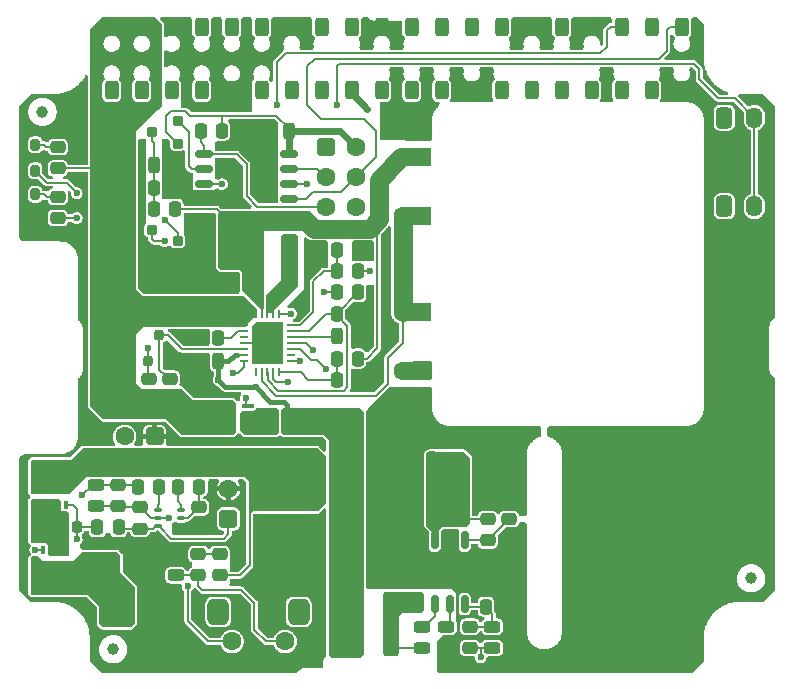
<source format=gtl>
G04*
G04 #@! TF.GenerationSoftware,Altium Limited,Altium Designer,19.1.8 (144)*
G04*
G04 Layer_Physical_Order=1*
G04 Layer_Color=25308*
%FSLAX25Y25*%
%MOIN*%
G70*
G01*
G75*
%ADD10C,0.00787*%
%ADD13C,0.01575*%
%ADD21R,0.12205X0.09449*%
%ADD56C,0.02362*%
G04:AMPARAMS|DCode=57|XSize=31.5mil|YSize=35.43mil|CornerRadius=7.87mil|HoleSize=0mil|Usage=FLASHONLY|Rotation=90.000|XOffset=0mil|YOffset=0mil|HoleType=Round|Shape=RoundedRectangle|*
%AMROUNDEDRECTD57*
21,1,0.03150,0.01968,0,0,90.0*
21,1,0.01575,0.03543,0,0,90.0*
1,1,0.01575,0.00984,0.00787*
1,1,0.01575,0.00984,-0.00787*
1,1,0.01575,-0.00984,-0.00787*
1,1,0.01575,-0.00984,0.00787*
%
%ADD57ROUNDEDRECTD57*%
G04:AMPARAMS|DCode=58|XSize=31.5mil|YSize=39.37mil|CornerRadius=7.87mil|HoleSize=0mil|Usage=FLASHONLY|Rotation=180.000|XOffset=0mil|YOffset=0mil|HoleType=Round|Shape=RoundedRectangle|*
%AMROUNDEDRECTD58*
21,1,0.03150,0.02362,0,0,180.0*
21,1,0.01575,0.03937,0,0,180.0*
1,1,0.01575,-0.00787,0.01181*
1,1,0.01575,0.00787,0.01181*
1,1,0.01575,0.00787,-0.01181*
1,1,0.01575,-0.00787,-0.01181*
%
%ADD58ROUNDEDRECTD58*%
G04:AMPARAMS|DCode=59|XSize=23.62mil|YSize=59.06mil|CornerRadius=5.91mil|HoleSize=0mil|Usage=FLASHONLY|Rotation=90.000|XOffset=0mil|YOffset=0mil|HoleType=Round|Shape=RoundedRectangle|*
%AMROUNDEDRECTD59*
21,1,0.02362,0.04724,0,0,90.0*
21,1,0.01181,0.05906,0,0,90.0*
1,1,0.01181,0.02362,0.00591*
1,1,0.01181,0.02362,-0.00591*
1,1,0.01181,-0.02362,-0.00591*
1,1,0.01181,-0.02362,0.00591*
%
%ADD59ROUNDEDRECTD59*%
%ADD60R,0.05906X0.10236*%
%ADD61O,0.00984X0.02953*%
%ADD62O,0.02953X0.00984*%
G04:AMPARAMS|DCode=63|XSize=23.62mil|YSize=59.06mil|CornerRadius=5.91mil|HoleSize=0mil|Usage=FLASHONLY|Rotation=180.000|XOffset=0mil|YOffset=0mil|HoleType=Round|Shape=RoundedRectangle|*
%AMROUNDEDRECTD63*
21,1,0.02362,0.04724,0,0,180.0*
21,1,0.01181,0.05906,0,0,180.0*
1,1,0.01181,-0.00591,0.02362*
1,1,0.01181,0.00591,0.02362*
1,1,0.01181,0.00591,-0.02362*
1,1,0.01181,-0.00591,-0.02362*
%
%ADD63ROUNDEDRECTD63*%
G04:AMPARAMS|DCode=64|XSize=15.75mil|YSize=39.37mil|CornerRadius=3.94mil|HoleSize=0mil|Usage=FLASHONLY|Rotation=270.000|XOffset=0mil|YOffset=0mil|HoleType=Round|Shape=RoundedRectangle|*
%AMROUNDEDRECTD64*
21,1,0.01575,0.03150,0,0,270.0*
21,1,0.00787,0.03937,0,0,270.0*
1,1,0.00787,-0.01575,-0.00394*
1,1,0.00787,-0.01575,0.00394*
1,1,0.00787,0.01575,0.00394*
1,1,0.00787,0.01575,-0.00394*
%
%ADD64ROUNDEDRECTD64*%
G04:AMPARAMS|DCode=65|XSize=15.75mil|YSize=35.43mil|CornerRadius=3.94mil|HoleSize=0mil|Usage=FLASHONLY|Rotation=90.000|XOffset=0mil|YOffset=0mil|HoleType=Round|Shape=RoundedRectangle|*
%AMROUNDEDRECTD65*
21,1,0.01575,0.02756,0,0,90.0*
21,1,0.00787,0.03543,0,0,90.0*
1,1,0.00787,0.01378,0.00394*
1,1,0.00787,0.01378,-0.00394*
1,1,0.00787,-0.01378,-0.00394*
1,1,0.00787,-0.01378,0.00394*
%
%ADD65ROUNDEDRECTD65*%
G04:AMPARAMS|DCode=66|XSize=86.61mil|YSize=68.9mil|CornerRadius=3.45mil|HoleSize=0mil|Usage=FLASHONLY|Rotation=90.000|XOffset=0mil|YOffset=0mil|HoleType=Round|Shape=RoundedRectangle|*
%AMROUNDEDRECTD66*
21,1,0.08661,0.06201,0,0,90.0*
21,1,0.07972,0.06890,0,0,90.0*
1,1,0.00689,0.03100,0.03986*
1,1,0.00689,0.03100,-0.03986*
1,1,0.00689,-0.03100,-0.03986*
1,1,0.00689,-0.03100,0.03986*
%
%ADD66ROUNDEDRECTD66*%
G04:AMPARAMS|DCode=67|XSize=51.18mil|YSize=39.37mil|CornerRadius=9.84mil|HoleSize=0mil|Usage=FLASHONLY|Rotation=180.000|XOffset=0mil|YOffset=0mil|HoleType=Round|Shape=RoundedRectangle|*
%AMROUNDEDRECTD67*
21,1,0.05118,0.01968,0,0,180.0*
21,1,0.03150,0.03937,0,0,180.0*
1,1,0.01968,-0.01575,0.00984*
1,1,0.01968,0.01575,0.00984*
1,1,0.01968,0.01575,-0.00984*
1,1,0.01968,-0.01575,-0.00984*
%
%ADD67ROUNDEDRECTD67*%
G04:AMPARAMS|DCode=68|XSize=15.75mil|YSize=23.62mil|CornerRadius=3.94mil|HoleSize=0mil|Usage=FLASHONLY|Rotation=270.000|XOffset=0mil|YOffset=0mil|HoleType=Round|Shape=RoundedRectangle|*
%AMROUNDEDRECTD68*
21,1,0.01575,0.01575,0,0,270.0*
21,1,0.00787,0.02362,0,0,270.0*
1,1,0.00787,-0.00787,-0.00394*
1,1,0.00787,-0.00787,0.00394*
1,1,0.00787,0.00787,0.00394*
1,1,0.00787,0.00787,-0.00394*
%
%ADD68ROUNDEDRECTD68*%
G04:AMPARAMS|DCode=69|XSize=51.18mil|YSize=39.37mil|CornerRadius=9.84mil|HoleSize=0mil|Usage=FLASHONLY|Rotation=270.000|XOffset=0mil|YOffset=0mil|HoleType=Round|Shape=RoundedRectangle|*
%AMROUNDEDRECTD69*
21,1,0.05118,0.01968,0,0,270.0*
21,1,0.03150,0.03937,0,0,270.0*
1,1,0.01968,-0.00984,-0.01575*
1,1,0.01968,-0.00984,0.01575*
1,1,0.01968,0.00984,0.01575*
1,1,0.01968,0.00984,-0.01575*
%
%ADD69ROUNDEDRECTD69*%
G04:AMPARAMS|DCode=70|XSize=55.12mil|YSize=39.37mil|CornerRadius=9.84mil|HoleSize=0mil|Usage=FLASHONLY|Rotation=0.000|XOffset=0mil|YOffset=0mil|HoleType=Round|Shape=RoundedRectangle|*
%AMROUNDEDRECTD70*
21,1,0.05512,0.01968,0,0,0.0*
21,1,0.03543,0.03937,0,0,0.0*
1,1,0.01968,0.01772,-0.00984*
1,1,0.01968,-0.01772,-0.00984*
1,1,0.01968,-0.01772,0.00984*
1,1,0.01968,0.01772,0.00984*
%
%ADD70ROUNDEDRECTD70*%
G04:AMPARAMS|DCode=71|XSize=35.43mil|YSize=37.4mil|CornerRadius=8.86mil|HoleSize=0mil|Usage=FLASHONLY|Rotation=0.000|XOffset=0mil|YOffset=0mil|HoleType=Round|Shape=RoundedRectangle|*
%AMROUNDEDRECTD71*
21,1,0.03543,0.01968,0,0,0.0*
21,1,0.01772,0.03740,0,0,0.0*
1,1,0.01772,0.00886,-0.00984*
1,1,0.01772,-0.00886,-0.00984*
1,1,0.01772,-0.00886,0.00984*
1,1,0.01772,0.00886,0.00984*
%
%ADD71ROUNDEDRECTD71*%
G04:AMPARAMS|DCode=72|XSize=94.49mil|YSize=66.93mil|CornerRadius=3.35mil|HoleSize=0mil|Usage=FLASHONLY|Rotation=0.000|XOffset=0mil|YOffset=0mil|HoleType=Round|Shape=RoundedRectangle|*
%AMROUNDEDRECTD72*
21,1,0.09449,0.06024,0,0,0.0*
21,1,0.08780,0.06693,0,0,0.0*
1,1,0.00669,0.04390,-0.03012*
1,1,0.00669,-0.04390,-0.03012*
1,1,0.00669,-0.04390,0.03012*
1,1,0.00669,0.04390,0.03012*
%
%ADD72ROUNDEDRECTD72*%
G04:AMPARAMS|DCode=73|XSize=15.75mil|YSize=27.56mil|CornerRadius=3.94mil|HoleSize=0mil|Usage=FLASHONLY|Rotation=0.000|XOffset=0mil|YOffset=0mil|HoleType=Round|Shape=RoundedRectangle|*
%AMROUNDEDRECTD73*
21,1,0.01575,0.01968,0,0,0.0*
21,1,0.00787,0.02756,0,0,0.0*
1,1,0.00787,0.00394,-0.00984*
1,1,0.00787,-0.00394,-0.00984*
1,1,0.00787,-0.00394,0.00984*
1,1,0.00787,0.00394,0.00984*
%
%ADD73ROUNDEDRECTD73*%
G04:AMPARAMS|DCode=74|XSize=66.93mil|YSize=70.87mil|CornerRadius=16.73mil|HoleSize=0mil|Usage=FLASHONLY|Rotation=270.000|XOffset=0mil|YOffset=0mil|HoleType=Round|Shape=RoundedRectangle|*
%AMROUNDEDRECTD74*
21,1,0.06693,0.03740,0,0,270.0*
21,1,0.03347,0.07087,0,0,270.0*
1,1,0.03346,-0.01870,-0.01673*
1,1,0.03346,-0.01870,0.01673*
1,1,0.03346,0.01870,0.01673*
1,1,0.03346,0.01870,-0.01673*
%
%ADD74ROUNDEDRECTD74*%
G04:AMPARAMS|DCode=75|XSize=55.12mil|YSize=39.37mil|CornerRadius=9.84mil|HoleSize=0mil|Usage=FLASHONLY|Rotation=90.000|XOffset=0mil|YOffset=0mil|HoleType=Round|Shape=RoundedRectangle|*
%AMROUNDEDRECTD75*
21,1,0.05512,0.01968,0,0,90.0*
21,1,0.03543,0.03937,0,0,90.0*
1,1,0.01968,0.00984,0.01772*
1,1,0.01968,0.00984,-0.01772*
1,1,0.01968,-0.00984,-0.01772*
1,1,0.01968,-0.00984,0.01772*
%
%ADD75ROUNDEDRECTD75*%
G04:AMPARAMS|DCode=76|XSize=110.24mil|YSize=39.37mil|CornerRadius=9.84mil|HoleSize=0mil|Usage=FLASHONLY|Rotation=0.000|XOffset=0mil|YOffset=0mil|HoleType=Round|Shape=RoundedRectangle|*
%AMROUNDEDRECTD76*
21,1,0.11024,0.01968,0,0,0.0*
21,1,0.09055,0.03937,0,0,0.0*
1,1,0.01968,0.04528,-0.00984*
1,1,0.01968,-0.04528,-0.00984*
1,1,0.01968,-0.04528,0.00984*
1,1,0.01968,0.04528,0.00984*
%
%ADD76ROUNDEDRECTD76*%
G04:AMPARAMS|DCode=77|XSize=110.24mil|YSize=39.37mil|CornerRadius=9.84mil|HoleSize=0mil|Usage=FLASHONLY|Rotation=270.000|XOffset=0mil|YOffset=0mil|HoleType=Round|Shape=RoundedRectangle|*
%AMROUNDEDRECTD77*
21,1,0.11024,0.01968,0,0,270.0*
21,1,0.09055,0.03937,0,0,270.0*
1,1,0.01968,-0.00984,-0.04528*
1,1,0.01968,-0.00984,0.04528*
1,1,0.01968,0.00984,0.04528*
1,1,0.01968,0.00984,-0.04528*
%
%ADD77ROUNDEDRECTD77*%
G04:AMPARAMS|DCode=78|XSize=70.87mil|YSize=39.37mil|CornerRadius=9.84mil|HoleSize=0mil|Usage=FLASHONLY|Rotation=90.000|XOffset=0mil|YOffset=0mil|HoleType=Round|Shape=RoundedRectangle|*
%AMROUNDEDRECTD78*
21,1,0.07087,0.01968,0,0,90.0*
21,1,0.05118,0.03937,0,0,90.0*
1,1,0.01968,0.00984,0.02559*
1,1,0.01968,0.00984,-0.02559*
1,1,0.01968,-0.00984,-0.02559*
1,1,0.01968,-0.00984,0.02559*
%
%ADD78ROUNDEDRECTD78*%
G04:AMPARAMS|DCode=79|XSize=55.12mil|YSize=216.54mil|CornerRadius=13.78mil|HoleSize=0mil|Usage=FLASHONLY|Rotation=180.000|XOffset=0mil|YOffset=0mil|HoleType=Round|Shape=RoundedRectangle|*
%AMROUNDEDRECTD79*
21,1,0.05512,0.18898,0,0,180.0*
21,1,0.02756,0.21654,0,0,180.0*
1,1,0.02756,-0.01378,0.09449*
1,1,0.02756,0.01378,0.09449*
1,1,0.02756,0.01378,-0.09449*
1,1,0.02756,-0.01378,-0.09449*
%
%ADD79ROUNDEDRECTD79*%
G04:AMPARAMS|DCode=80|XSize=62.99mil|YSize=137.8mil|CornerRadius=15.75mil|HoleSize=0mil|Usage=FLASHONLY|Rotation=0.000|XOffset=0mil|YOffset=0mil|HoleType=Round|Shape=RoundedRectangle|*
%AMROUNDEDRECTD80*
21,1,0.06299,0.10630,0,0,0.0*
21,1,0.03150,0.13780,0,0,0.0*
1,1,0.03150,0.01575,-0.05315*
1,1,0.03150,-0.01575,-0.05315*
1,1,0.03150,-0.01575,0.05315*
1,1,0.03150,0.01575,0.05315*
%
%ADD80ROUNDEDRECTD80*%
G04:AMPARAMS|DCode=81|XSize=62.99mil|YSize=47.24mil|CornerRadius=11.81mil|HoleSize=0mil|Usage=FLASHONLY|Rotation=90.000|XOffset=0mil|YOffset=0mil|HoleType=Round|Shape=RoundedRectangle|*
%AMROUNDEDRECTD81*
21,1,0.06299,0.02362,0,0,90.0*
21,1,0.03937,0.04724,0,0,90.0*
1,1,0.02362,0.01181,0.01968*
1,1,0.02362,0.01181,-0.01968*
1,1,0.02362,-0.01181,-0.01968*
1,1,0.02362,-0.01181,0.01968*
%
%ADD81ROUNDEDRECTD81*%
G04:AMPARAMS|DCode=82|XSize=31.5mil|YSize=35.43mil|CornerRadius=7.87mil|HoleSize=0mil|Usage=FLASHONLY|Rotation=180.000|XOffset=0mil|YOffset=0mil|HoleType=Round|Shape=RoundedRectangle|*
%AMROUNDEDRECTD82*
21,1,0.03150,0.01968,0,0,180.0*
21,1,0.01575,0.03543,0,0,180.0*
1,1,0.01575,-0.00787,0.00984*
1,1,0.01575,0.00787,0.00984*
1,1,0.01575,0.00787,-0.00984*
1,1,0.01575,-0.00787,-0.00984*
%
%ADD82ROUNDEDRECTD82*%
G04:AMPARAMS|DCode=83|XSize=47.24mil|YSize=185.04mil|CornerRadius=11.81mil|HoleSize=0mil|Usage=FLASHONLY|Rotation=180.000|XOffset=0mil|YOffset=0mil|HoleType=Round|Shape=RoundedRectangle|*
%AMROUNDEDRECTD83*
21,1,0.04724,0.16142,0,0,180.0*
21,1,0.02362,0.18504,0,0,180.0*
1,1,0.02362,-0.01181,0.08071*
1,1,0.02362,0.01181,0.08071*
1,1,0.02362,0.01181,-0.08071*
1,1,0.02362,-0.01181,-0.08071*
%
%ADD83ROUNDEDRECTD83*%
G04:AMPARAMS|DCode=84|XSize=82.68mil|YSize=31.5mil|CornerRadius=7.87mil|HoleSize=0mil|Usage=FLASHONLY|Rotation=270.000|XOffset=0mil|YOffset=0mil|HoleType=Round|Shape=RoundedRectangle|*
%AMROUNDEDRECTD84*
21,1,0.08268,0.01575,0,0,270.0*
21,1,0.06693,0.03150,0,0,270.0*
1,1,0.01575,-0.00787,-0.03347*
1,1,0.01575,-0.00787,0.03347*
1,1,0.01575,0.00787,0.03347*
1,1,0.01575,0.00787,-0.03347*
%
%ADD84ROUNDEDRECTD84*%
%ADD85C,0.03937*%
%ADD86C,0.02362*%
%ADD87C,0.06299*%
%ADD88C,0.01968*%
%ADD89R,0.09843X0.11417*%
%ADD90R,0.09252X0.06299*%
%ADD91C,0.06299*%
G04:AMPARAMS|DCode=92|XSize=62.99mil|YSize=62.99mil|CornerRadius=15.75mil|HoleSize=0mil|Usage=FLASHONLY|Rotation=0.000|XOffset=0mil|YOffset=0mil|HoleType=Round|Shape=RoundedRectangle|*
%AMROUNDEDRECTD92*
21,1,0.06299,0.03150,0,0,0.0*
21,1,0.03150,0.06299,0,0,0.0*
1,1,0.03150,0.01575,-0.01575*
1,1,0.03150,-0.01575,-0.01575*
1,1,0.03150,-0.01575,0.01575*
1,1,0.03150,0.01575,0.01575*
%
%ADD92ROUNDEDRECTD92*%
G04:AMPARAMS|DCode=93|XSize=70.87mil|YSize=86.61mil|CornerRadius=17.72mil|HoleSize=0mil|Usage=FLASHONLY|Rotation=180.000|XOffset=0mil|YOffset=0mil|HoleType=Round|Shape=RoundedRectangle|*
%AMROUNDEDRECTD93*
21,1,0.07087,0.05118,0,0,180.0*
21,1,0.03543,0.08661,0,0,180.0*
1,1,0.03543,-0.01772,0.02559*
1,1,0.03543,0.01772,0.02559*
1,1,0.03543,0.01772,-0.02559*
1,1,0.03543,-0.01772,-0.02559*
%
%ADD93ROUNDEDRECTD93*%
G04:AMPARAMS|DCode=94|XSize=55.12mil|YSize=70.87mil|CornerRadius=13.78mil|HoleSize=0mil|Usage=FLASHONLY|Rotation=0.000|XOffset=0mil|YOffset=0mil|HoleType=Round|Shape=RoundedRectangle|*
%AMROUNDEDRECTD94*
21,1,0.05512,0.04331,0,0,0.0*
21,1,0.02756,0.07087,0,0,0.0*
1,1,0.02756,0.01378,-0.02165*
1,1,0.02756,-0.01378,-0.02165*
1,1,0.02756,-0.01378,0.02165*
1,1,0.02756,0.01378,0.02165*
%
%ADD94ROUNDEDRECTD94*%
%ADD95O,0.05512X0.07087*%
%ADD96O,0.07874X0.09449*%
G04:AMPARAMS|DCode=97|XSize=78.74mil|YSize=94.49mil|CornerRadius=19.68mil|HoleSize=0mil|Usage=FLASHONLY|Rotation=0.000|XOffset=0mil|YOffset=0mil|HoleType=Round|Shape=RoundedRectangle|*
%AMROUNDEDRECTD97*
21,1,0.07874,0.05512,0,0,0.0*
21,1,0.03937,0.09449,0,0,0.0*
1,1,0.03937,0.01968,-0.02756*
1,1,0.03937,-0.01968,-0.02756*
1,1,0.03937,-0.01968,0.02756*
1,1,0.03937,0.01968,0.02756*
%
%ADD97ROUNDEDRECTD97*%
G36*
X199488Y220262D02*
X199802Y219800D01*
X199835Y219647D01*
X199812Y219512D01*
X199800Y219291D01*
Y218508D01*
X199213D01*
X199027Y218493D01*
X198846Y218450D01*
X198675Y218378D01*
X198516Y218281D01*
X198375Y218161D01*
X197115Y216901D01*
X196994Y216759D01*
X196897Y216601D01*
X196826Y216429D01*
X196783Y216248D01*
X196768Y216063D01*
Y211482D01*
X196201Y210990D01*
X195699Y211422D01*
X195712Y211693D01*
X195699Y211963D01*
X195659Y212231D01*
X195593Y212494D01*
X195502Y212749D01*
X195386Y212994D01*
X195247Y213226D01*
X195086Y213443D01*
X194904Y213644D01*
X194703Y213826D01*
X194486Y213987D01*
X194253Y214126D01*
X194009Y214242D01*
X193754Y214333D01*
X193491Y214399D01*
X193223Y214439D01*
X192953Y214452D01*
X192682Y214439D01*
X192414Y214399D01*
X192152Y214333D01*
X191897Y214242D01*
X191652Y214126D01*
X191420Y213987D01*
X191202Y213826D01*
X191002Y213644D01*
X190820Y213443D01*
X190658Y213226D01*
X190519Y212994D01*
X190403Y212749D01*
X190312Y212494D01*
X190246Y212231D01*
X190207Y211963D01*
X190193Y211693D01*
X190207Y211422D01*
X190246Y211155D01*
X190312Y210892D01*
X190403Y210637D01*
X190519Y210392D01*
X190182Y209755D01*
X190057Y209649D01*
X185848D01*
X185723Y209755D01*
X185386Y210392D01*
X185502Y210637D01*
X185593Y210892D01*
X185659Y211155D01*
X185699Y211422D01*
X185712Y211693D01*
X185699Y211963D01*
X185659Y212231D01*
X185593Y212494D01*
X185502Y212749D01*
X185386Y212993D01*
X185275Y213370D01*
X185351Y213754D01*
X185528Y213960D01*
X185675Y214125D01*
X185803Y214305D01*
X185910Y214499D01*
X185995Y214703D01*
X186056Y214916D01*
X186093Y215134D01*
X186105Y215354D01*
Y219291D01*
X186093Y219512D01*
X186070Y219647D01*
X186103Y219800D01*
X186417Y220262D01*
X186643Y220434D01*
X199262D01*
X199488Y220262D01*
D02*
G37*
G36*
X179488D02*
X179802Y219800D01*
X179835Y219647D01*
X179812Y219512D01*
X179800Y219291D01*
Y215354D01*
X179812Y215134D01*
X179849Y214916D01*
X179911Y214703D01*
X179995Y214499D01*
X180102Y214305D01*
X180230Y214125D01*
X180377Y213960D01*
X180554Y213754D01*
X180630Y213370D01*
X180519Y212993D01*
X180403Y212749D01*
X180312Y212494D01*
X180246Y212231D01*
X180207Y211963D01*
X180193Y211693D01*
X180207Y211422D01*
X180246Y211155D01*
X180312Y210892D01*
X180403Y210637D01*
X180519Y210392D01*
X180182Y209755D01*
X180057Y209649D01*
X175848D01*
X175723Y209755D01*
X175386Y210392D01*
X175502Y210637D01*
X175593Y210892D01*
X175659Y211155D01*
X175699Y211422D01*
X175712Y211693D01*
X175699Y211963D01*
X175659Y212231D01*
X175593Y212494D01*
X175502Y212749D01*
X175386Y212994D01*
X175247Y213226D01*
X175085Y213443D01*
X174904Y213644D01*
X174703Y213826D01*
X174486Y213987D01*
X174253Y214126D01*
X174009Y214242D01*
X173754Y214333D01*
X173491Y214399D01*
X173223Y214439D01*
X172953Y214452D01*
X172682Y214439D01*
X172414Y214399D01*
X172152Y214333D01*
X171897Y214242D01*
X171652Y214126D01*
X171420Y213987D01*
X171202Y213826D01*
X171002Y213644D01*
X170820Y213443D01*
X170658Y213226D01*
X170519Y212994D01*
X170403Y212749D01*
X170312Y212494D01*
X170246Y212231D01*
X170207Y211963D01*
X170193Y211693D01*
X170207Y211422D01*
X170246Y211155D01*
X170312Y210892D01*
X170403Y210637D01*
X170519Y210392D01*
X170182Y209755D01*
X170057Y209649D01*
X165849D01*
X165723Y209755D01*
X165386Y210392D01*
X165502Y210637D01*
X165593Y210892D01*
X165659Y211155D01*
X165699Y211422D01*
X165712Y211693D01*
X165699Y211963D01*
X165659Y212231D01*
X165593Y212494D01*
X165502Y212749D01*
X165386Y212993D01*
X165275Y213370D01*
X165351Y213754D01*
X165528Y213960D01*
X165675Y214125D01*
X165803Y214305D01*
X165910Y214499D01*
X165995Y214703D01*
X166056Y214916D01*
X166093Y215134D01*
X166105Y215354D01*
Y219291D01*
X166093Y219512D01*
X166070Y219647D01*
X166103Y219800D01*
X166417Y220262D01*
X166643Y220434D01*
X179262D01*
X179488Y220262D01*
D02*
G37*
G36*
X118636Y220211D02*
X118866Y220003D01*
X119114Y219819D01*
X119380Y219660D01*
X119659Y219528D01*
X119951Y219423D01*
X120251Y219348D01*
X120252Y219348D01*
X120557Y219303D01*
X120866Y219287D01*
Y219288D01*
X129800D01*
Y215354D01*
X129812Y215134D01*
X129849Y214916D01*
X129911Y214703D01*
X129995Y214499D01*
X130102Y214305D01*
X130230Y214125D01*
X130377Y213960D01*
X130554Y213754D01*
X130630Y213370D01*
X130519Y212993D01*
X130403Y212749D01*
X130312Y212494D01*
X130246Y212231D01*
X130207Y211963D01*
X130193Y211693D01*
X130207Y211422D01*
X130246Y211155D01*
X130312Y210892D01*
X130403Y210637D01*
X130519Y210392D01*
X130182Y209755D01*
X130057Y209649D01*
X125848D01*
X125723Y209755D01*
X125386Y210392D01*
X125502Y210637D01*
X125593Y210892D01*
X125659Y211155D01*
X125699Y211422D01*
X125712Y211693D01*
X125699Y211963D01*
X125659Y212231D01*
X125593Y212494D01*
X125502Y212749D01*
X125386Y212994D01*
X125247Y213226D01*
X125085Y213443D01*
X124904Y213644D01*
X124703Y213826D01*
X124486Y213987D01*
X124253Y214126D01*
X124009Y214242D01*
X123754Y214333D01*
X123491Y214399D01*
X123223Y214439D01*
X122953Y214452D01*
X122682Y214439D01*
X122414Y214399D01*
X122152Y214333D01*
X121897Y214242D01*
X121652Y214126D01*
X121420Y213987D01*
X121202Y213826D01*
X121002Y213644D01*
X120820Y213443D01*
X120658Y213226D01*
X120519Y212994D01*
X120403Y212749D01*
X120312Y212494D01*
X120246Y212231D01*
X120207Y211963D01*
X120193Y211693D01*
X120207Y211422D01*
X120246Y211155D01*
X120312Y210892D01*
X120403Y210637D01*
X120519Y210392D01*
X120182Y209755D01*
X120057Y209649D01*
X115849D01*
X115723Y209755D01*
X115386Y210392D01*
X115502Y210637D01*
X115593Y210892D01*
X115659Y211155D01*
X115699Y211422D01*
X115712Y211693D01*
X115699Y211963D01*
X115659Y212231D01*
X115593Y212494D01*
X115502Y212749D01*
X115386Y212993D01*
X115275Y213370D01*
X115351Y213754D01*
X115528Y213960D01*
X115675Y214125D01*
X115803Y214305D01*
X115910Y214499D01*
X115995Y214703D01*
X116056Y214916D01*
X116093Y215134D01*
X116105Y215354D01*
Y219291D01*
X116093Y219512D01*
X116070Y219647D01*
X116103Y219800D01*
X116417Y220262D01*
X116643Y220434D01*
X118434D01*
X118636Y220211D01*
D02*
G37*
G36*
X230311Y218013D02*
Y206693D01*
X230311Y206691D01*
X230326Y206113D01*
X230368Y205535D01*
X230439Y204959D01*
X230538Y204388D01*
X230665Y203822D01*
X230820Y203263D01*
X231002Y202713D01*
X231211Y202172D01*
X231446Y201642D01*
X231706Y201124D01*
X231992Y200619D01*
X232302Y200129D01*
X232636Y199655D01*
X232993Y199198D01*
X233372Y198759D01*
X233772Y198339D01*
X234192Y197939D01*
X234631Y197560D01*
X235088Y197203D01*
X235562Y196870D01*
X236052Y196559D01*
X236557Y196273D01*
X237075Y196013D01*
X237605Y195778D01*
X238146Y195569D01*
X238427Y195476D01*
X238300Y194689D01*
X235530D01*
X229925Y200294D01*
Y203150D01*
X229910Y203335D01*
X229867Y203516D01*
X229796Y203688D01*
X229699Y203846D01*
X229578Y203987D01*
X227806Y205759D01*
X227665Y205880D01*
X227506Y205977D01*
X227335Y206048D01*
X227154Y206091D01*
X226969Y206106D01*
X217472D01*
X217170Y206834D01*
X218791Y208454D01*
X218911Y208595D01*
X219008Y208753D01*
X219079Y208925D01*
X219123Y209106D01*
X219138Y209291D01*
Y214542D01*
X219911Y214703D01*
X219995Y214499D01*
X220102Y214305D01*
X220230Y214125D01*
X220377Y213960D01*
X220554Y213754D01*
X220630Y213370D01*
X220519Y212993D01*
X220403Y212749D01*
X220312Y212494D01*
X220246Y212231D01*
X220207Y211963D01*
X220193Y211693D01*
X220207Y211422D01*
X220246Y211155D01*
X220312Y210892D01*
X220403Y210637D01*
X220519Y210392D01*
X220658Y210160D01*
X220820Y209942D01*
X221002Y209742D01*
X221202Y209560D01*
X221420Y209399D01*
X221652Y209259D01*
X221897Y209144D01*
X222152Y209052D01*
X222414Y208987D01*
X222682Y208947D01*
X222953Y208934D01*
X223223Y208947D01*
X223491Y208987D01*
X223754Y209052D01*
X224008Y209144D01*
X224253Y209259D01*
X224486Y209399D01*
X224703Y209560D01*
X224904Y209742D01*
X225085Y209942D01*
X225247Y210160D01*
X225386Y210392D01*
X225502Y210637D01*
X225593Y210892D01*
X225659Y211155D01*
X225698Y211422D01*
X225712Y211693D01*
X225698Y211963D01*
X225659Y212231D01*
X225593Y212494D01*
X225502Y212749D01*
X225386Y212993D01*
X225275Y213370D01*
X225351Y213754D01*
X225528Y213960D01*
X225675Y214125D01*
X225803Y214305D01*
X225910Y214499D01*
X225995Y214703D01*
X226056Y214916D01*
X226093Y215134D01*
X226105Y215354D01*
Y219291D01*
X226093Y219512D01*
X226070Y219647D01*
X226103Y219800D01*
X226417Y220262D01*
X226643Y220434D01*
X227891D01*
X230311Y218013D01*
D02*
G37*
G36*
X99488Y220262D02*
X99802Y219800D01*
X99835Y219647D01*
X99812Y219512D01*
X99800Y219291D01*
Y215354D01*
X99812Y215134D01*
X99849Y214916D01*
X99911Y214703D01*
X99995Y214499D01*
X100102Y214305D01*
X100230Y214125D01*
X100377Y213960D01*
X100554Y213754D01*
X100630Y213370D01*
X100519Y212993D01*
X100403Y212749D01*
X100312Y212494D01*
X100246Y212231D01*
X100207Y211963D01*
X100193Y211693D01*
X100207Y211422D01*
X100246Y211155D01*
X100312Y210892D01*
X100403Y210637D01*
X100519Y210392D01*
X100182Y209755D01*
X100057Y209649D01*
X95849D01*
X95723Y209755D01*
X95386Y210392D01*
X95502Y210637D01*
X95593Y210892D01*
X95659Y211155D01*
X95699Y211422D01*
X95712Y211693D01*
X95699Y211963D01*
X95659Y212231D01*
X95593Y212494D01*
X95502Y212749D01*
X95386Y212994D01*
X95247Y213226D01*
X95086Y213443D01*
X94904Y213644D01*
X94703Y213826D01*
X94486Y213987D01*
X94253Y214126D01*
X94008Y214242D01*
X93754Y214333D01*
X93491Y214399D01*
X93223Y214439D01*
X92953Y214452D01*
X92682Y214439D01*
X92414Y214399D01*
X92152Y214333D01*
X91897Y214242D01*
X91652Y214126D01*
X91420Y213987D01*
X91202Y213826D01*
X91002Y213644D01*
X90820Y213443D01*
X90658Y213226D01*
X90519Y212994D01*
X90403Y212749D01*
X90312Y212494D01*
X90246Y212231D01*
X90207Y211963D01*
X90193Y211693D01*
X90207Y211422D01*
X90246Y211155D01*
X90312Y210892D01*
X90403Y210637D01*
X90519Y210392D01*
X90525Y210357D01*
X90523Y210107D01*
X90507Y210024D01*
X90428Y209779D01*
X90229Y209450D01*
X90225Y209446D01*
X90187Y209423D01*
X90045Y209302D01*
X87036Y206293D01*
X86915Y206152D01*
X86818Y205993D01*
X86747Y205821D01*
X86704Y205641D01*
X86689Y205455D01*
Y199063D01*
X85910Y198887D01*
X85803Y199080D01*
X85675Y199261D01*
X85528Y199426D01*
X85351Y199632D01*
X85275Y200016D01*
X85386Y200392D01*
X85502Y200637D01*
X85593Y200892D01*
X85659Y201154D01*
X85699Y201422D01*
X85712Y201693D01*
X85699Y201963D01*
X85659Y202231D01*
X85593Y202494D01*
X85502Y202749D01*
X85386Y202993D01*
X85247Y203226D01*
X85085Y203443D01*
X84904Y203644D01*
X84703Y203826D01*
X84486Y203987D01*
X84253Y204126D01*
X84009Y204242D01*
X83754Y204333D01*
X83491Y204399D01*
X83223Y204439D01*
X82953Y204452D01*
X82682Y204439D01*
X82414Y204399D01*
X82152Y204333D01*
X81897Y204242D01*
X81652Y204126D01*
X81420Y203987D01*
X81202Y203826D01*
X81002Y203644D01*
X80820Y203443D01*
X80658Y203226D01*
X80519Y202993D01*
X80403Y202749D01*
X80312Y202494D01*
X80246Y202231D01*
X80207Y201963D01*
X80193Y201693D01*
X80207Y201422D01*
X80246Y201154D01*
X80312Y200892D01*
X80403Y200637D01*
X80519Y200392D01*
X80526Y200369D01*
X80532Y200218D01*
X80504Y200075D01*
X80348Y199647D01*
X80314Y199590D01*
X80201Y199465D01*
X80128Y199421D01*
X80010Y199320D01*
X79910Y199202D01*
X79829Y199070D01*
X79770Y198927D01*
X79734Y198776D01*
X79721Y198622D01*
Y188783D01*
X59546D01*
X58318Y190011D01*
X58177Y190132D01*
X58018Y190229D01*
X57846Y190300D01*
X57666Y190343D01*
X57480Y190358D01*
X56105D01*
Y196653D01*
X56105Y196655D01*
Y198031D01*
X56093Y198252D01*
X56056Y198470D01*
X55995Y198683D01*
X55910Y198887D01*
X55803Y199080D01*
X55675Y199261D01*
X55528Y199426D01*
X55351Y199632D01*
X55275Y200016D01*
X55386Y200392D01*
X55502Y200637D01*
X55593Y200892D01*
X55659Y201154D01*
X55699Y201422D01*
X55712Y201693D01*
X55699Y201963D01*
X55659Y202231D01*
X55593Y202494D01*
X55502Y202749D01*
X55386Y202993D01*
X55247Y203226D01*
X55085Y203443D01*
X54904Y203644D01*
X54703Y203826D01*
X54486Y203987D01*
X54253Y204126D01*
X54009Y204242D01*
X53754Y204333D01*
X53491Y204399D01*
X53223Y204439D01*
X52953Y204452D01*
X52682Y204439D01*
X52414Y204399D01*
X52152Y204333D01*
X51897Y204242D01*
X51652Y204126D01*
X51420Y203987D01*
X51202Y203826D01*
X51187Y203812D01*
X50555Y204022D01*
X50400Y204152D01*
X50400Y206811D01*
Y209233D01*
X50555Y209364D01*
X51187Y209574D01*
X51202Y209560D01*
X51420Y209399D01*
X51652Y209259D01*
X51897Y209144D01*
X52152Y209052D01*
X52414Y208987D01*
X52682Y208947D01*
X52953Y208934D01*
X53223Y208947D01*
X53491Y208987D01*
X53754Y209052D01*
X54009Y209144D01*
X54253Y209259D01*
X54486Y209399D01*
X54703Y209560D01*
X54904Y209742D01*
X55085Y209942D01*
X55247Y210160D01*
X55386Y210392D01*
X55502Y210637D01*
X55593Y210892D01*
X55659Y211155D01*
X55699Y211422D01*
X55712Y211693D01*
X55699Y211963D01*
X55659Y212231D01*
X55593Y212494D01*
X55502Y212749D01*
X55386Y212994D01*
X55247Y213226D01*
X55085Y213443D01*
X54904Y213644D01*
X54703Y213826D01*
X54486Y213987D01*
X54253Y214126D01*
X54009Y214242D01*
X53754Y214333D01*
X53491Y214399D01*
X53223Y214439D01*
X52953Y214452D01*
X52682Y214439D01*
X52414Y214399D01*
X52152Y214333D01*
X51897Y214242D01*
X51652Y214126D01*
X51420Y213987D01*
X51202Y213826D01*
X51187Y213812D01*
X50555Y214022D01*
X50400Y214152D01*
Y218138D01*
X50384Y218292D01*
X50340Y218441D01*
X50266Y218578D01*
X50168Y218697D01*
X49159Y219707D01*
X49461Y220434D01*
X59262D01*
X59488Y220262D01*
X59802Y219800D01*
X59835Y219647D01*
X59812Y219512D01*
X59800Y219291D01*
Y215354D01*
X59812Y215134D01*
X59849Y214916D01*
X59911Y214703D01*
X59995Y214499D01*
X60102Y214305D01*
X60230Y214125D01*
X60377Y213960D01*
X60554Y213754D01*
X60630Y213370D01*
X60519Y212993D01*
X60403Y212749D01*
X60312Y212494D01*
X60246Y212231D01*
X60207Y211963D01*
X60193Y211693D01*
X60207Y211422D01*
X60246Y211155D01*
X60312Y210892D01*
X60403Y210637D01*
X60519Y210392D01*
X60658Y210160D01*
X60820Y209942D01*
X61002Y209742D01*
X61202Y209560D01*
X61420Y209399D01*
X61652Y209259D01*
X61897Y209144D01*
X62152Y209052D01*
X62414Y208987D01*
X62682Y208947D01*
X62953Y208934D01*
X63223Y208947D01*
X63491Y208987D01*
X63754Y209052D01*
X64008Y209144D01*
X64253Y209259D01*
X64486Y209399D01*
X64703Y209560D01*
X64904Y209742D01*
X65086Y209942D01*
X65247Y210160D01*
X65386Y210392D01*
X65502Y210637D01*
X65593Y210892D01*
X65659Y211155D01*
X65699Y211422D01*
X65712Y211693D01*
X65699Y211963D01*
X65659Y212231D01*
X65593Y212494D01*
X65502Y212749D01*
X65386Y212993D01*
X65275Y213370D01*
X65351Y213754D01*
X65528Y213960D01*
X65675Y214125D01*
X65803Y214305D01*
X65910Y214499D01*
X65995Y214703D01*
X66056Y214916D01*
X66093Y215134D01*
X66105Y215354D01*
Y219291D01*
X66093Y219512D01*
X66070Y219647D01*
X66104Y219800D01*
X66417Y220262D01*
X66643Y220434D01*
X69262D01*
X69488Y220262D01*
X69802Y219800D01*
X69835Y219647D01*
X69812Y219512D01*
X69800Y219291D01*
Y215354D01*
X69812Y215134D01*
X69849Y214916D01*
X69911Y214703D01*
X69995Y214499D01*
X70102Y214305D01*
X70230Y214125D01*
X70377Y213960D01*
X70554Y213754D01*
X70630Y213370D01*
X70519Y212993D01*
X70403Y212749D01*
X70312Y212494D01*
X70246Y212231D01*
X70207Y211963D01*
X70193Y211693D01*
X70207Y211422D01*
X70246Y211155D01*
X70312Y210892D01*
X70403Y210637D01*
X70519Y210392D01*
X70658Y210160D01*
X70820Y209942D01*
X71002Y209742D01*
X71202Y209560D01*
X71420Y209399D01*
X71652Y209259D01*
X71897Y209144D01*
X72152Y209052D01*
X72414Y208987D01*
X72682Y208947D01*
X72953Y208934D01*
X73223Y208947D01*
X73491Y208987D01*
X73754Y209052D01*
X74009Y209144D01*
X74253Y209259D01*
X74486Y209399D01*
X74703Y209560D01*
X74904Y209742D01*
X75086Y209942D01*
X75247Y210160D01*
X75386Y210392D01*
X75502Y210637D01*
X75593Y210892D01*
X75659Y211155D01*
X75699Y211422D01*
X75712Y211693D01*
X75699Y211963D01*
X75659Y212231D01*
X75593Y212494D01*
X75502Y212749D01*
X75386Y212993D01*
X75275Y213370D01*
X75351Y213754D01*
X75528Y213960D01*
X75675Y214125D01*
X75803Y214305D01*
X75910Y214499D01*
X75995Y214703D01*
X76056Y214916D01*
X76093Y215134D01*
X76105Y215354D01*
Y219291D01*
X76093Y219512D01*
X76070Y219647D01*
X76104Y219800D01*
X76417Y220262D01*
X76643Y220434D01*
X79262D01*
X79488Y220262D01*
X79802Y219800D01*
X79835Y219647D01*
X79812Y219512D01*
X79800Y219291D01*
Y215354D01*
X79812Y215134D01*
X79849Y214916D01*
X79911Y214703D01*
X79995Y214499D01*
X80102Y214305D01*
X80230Y214125D01*
X80377Y213960D01*
X80554Y213754D01*
X80630Y213370D01*
X80519Y212993D01*
X80403Y212749D01*
X80312Y212494D01*
X80246Y212231D01*
X80207Y211963D01*
X80193Y211693D01*
X80207Y211422D01*
X80246Y211155D01*
X80312Y210892D01*
X80403Y210637D01*
X80519Y210392D01*
X80658Y210160D01*
X80820Y209942D01*
X81002Y209742D01*
X81202Y209560D01*
X81420Y209399D01*
X81652Y209259D01*
X81897Y209144D01*
X82152Y209052D01*
X82414Y208987D01*
X82682Y208947D01*
X82953Y208934D01*
X83223Y208947D01*
X83491Y208987D01*
X83754Y209052D01*
X84009Y209144D01*
X84253Y209259D01*
X84486Y209399D01*
X84703Y209560D01*
X84904Y209742D01*
X85085Y209942D01*
X85247Y210160D01*
X85386Y210392D01*
X85502Y210637D01*
X85593Y210892D01*
X85659Y211155D01*
X85699Y211422D01*
X85712Y211693D01*
X85699Y211963D01*
X85659Y212231D01*
X85593Y212494D01*
X85502Y212749D01*
X85386Y212993D01*
X85275Y213370D01*
X85351Y213754D01*
X85528Y213960D01*
X85675Y214125D01*
X85803Y214305D01*
X85910Y214499D01*
X85995Y214703D01*
X86056Y214916D01*
X86093Y215134D01*
X86105Y215354D01*
Y219291D01*
X86093Y219512D01*
X86070Y219647D01*
X86103Y219800D01*
X86417Y220262D01*
X86643Y220434D01*
X99262D01*
X99488Y220262D01*
D02*
G37*
G36*
X227555Y202659D02*
Y199803D01*
X227570Y199618D01*
X227613Y199437D01*
X227684Y199265D01*
X227782Y199107D01*
X227902Y198965D01*
X234202Y192666D01*
X234343Y192545D01*
X234502Y192448D01*
X234673Y192377D01*
X234854Y192334D01*
X235039Y192319D01*
X240139D01*
X243711Y188747D01*
X243700Y188713D01*
X243633Y188411D01*
X243593Y188104D01*
X243579Y187795D01*
Y186221D01*
X243593Y185911D01*
X243633Y185605D01*
X243700Y185302D01*
X243793Y185007D01*
X243912Y184722D01*
X244055Y184447D01*
X244221Y184186D01*
X244409Y183941D01*
X244618Y183713D01*
X244846Y183504D01*
X245092Y183315D01*
X245353Y183149D01*
X245627Y183006D01*
X245913Y182888D01*
X245941Y182879D01*
Y161609D01*
X245913Y161600D01*
X245627Y161482D01*
X245353Y161339D01*
X245092Y161173D01*
X244846Y160985D01*
X244618Y160776D01*
X244409Y160547D01*
X244221Y160302D01*
X244055Y160041D01*
X243912Y159767D01*
X243793Y159481D01*
X243700Y159186D01*
X243633Y158884D01*
X243593Y158577D01*
X243579Y158268D01*
Y156693D01*
X243593Y156384D01*
X243633Y156077D01*
X243700Y155775D01*
X243793Y155480D01*
X243912Y155194D01*
X244055Y154920D01*
X244221Y154659D01*
X244409Y154413D01*
X244618Y154185D01*
X244846Y153976D01*
X245092Y153788D01*
X245353Y153621D01*
X245627Y153479D01*
X245913Y153360D01*
X246208Y153267D01*
X246510Y153200D01*
X246817Y153160D01*
X247126Y153146D01*
X247435Y153160D01*
X247742Y153200D01*
X248044Y153267D01*
X248339Y153360D01*
X248625Y153479D01*
X248899Y153621D01*
X249160Y153788D01*
X249406Y153976D01*
X249634Y154185D01*
X249843Y154413D01*
X250031Y154659D01*
X250198Y154920D01*
X250340Y155194D01*
X250459Y155480D01*
X250552Y155775D01*
X250619Y156077D01*
X250659Y156384D01*
X250673Y156693D01*
Y158268D01*
X250659Y158577D01*
X250619Y158884D01*
X250552Y159186D01*
X250459Y159481D01*
X250340Y159767D01*
X250198Y160041D01*
X250031Y160302D01*
X249843Y160547D01*
X249634Y160776D01*
X249406Y160985D01*
X249160Y161173D01*
X248899Y161339D01*
X248625Y161482D01*
X248339Y161600D01*
X248311Y161609D01*
Y182879D01*
X248339Y182888D01*
X248625Y183006D01*
X248899Y183149D01*
X249160Y183315D01*
X249406Y183504D01*
X249634Y183713D01*
X249843Y183941D01*
X250031Y184186D01*
X250198Y184447D01*
X250340Y184722D01*
X250459Y185007D01*
X250552Y185302D01*
X250619Y185605D01*
X250659Y185911D01*
X250673Y186221D01*
Y187795D01*
X250659Y188104D01*
X250619Y188411D01*
X250552Y188713D01*
X250459Y189008D01*
X250340Y189294D01*
X250198Y189569D01*
X250031Y189830D01*
X249843Y190075D01*
X249634Y190303D01*
X249406Y190512D01*
X249160Y190700D01*
X248899Y190867D01*
X248625Y191010D01*
X248339Y191128D01*
X248044Y191221D01*
X247742Y191288D01*
X247435Y191328D01*
X247126Y191342D01*
X246817Y191328D01*
X246510Y191288D01*
X246208Y191221D01*
X245913Y191128D01*
X245627Y191010D01*
X245353Y190867D01*
X245102Y190707D01*
X241708Y194101D01*
X242042Y194880D01*
X242124Y194878D01*
X242126Y194878D01*
X249903D01*
X253899Y190883D01*
Y120137D01*
X253829Y120104D01*
X253563Y119945D01*
X253314Y119761D01*
X253085Y119553D01*
X252877Y119323D01*
X252693Y119075D01*
X252534Y118809D01*
X252402Y118530D01*
X252297Y118238D01*
X252222Y117938D01*
X252222Y117938D01*
X252177Y117632D01*
X252162Y117323D01*
X252162D01*
Y103150D01*
X252162Y103150D01*
X252177Y102840D01*
X252222Y102535D01*
X252222Y102534D01*
X252256Y102401D01*
X252256Y102401D01*
X252257Y102395D01*
X252297Y102234D01*
X252402Y101943D01*
X252534Y101663D01*
X252693Y101398D01*
X252877Y101149D01*
X253085Y100920D01*
X253314Y100712D01*
X253563Y100528D01*
X253829Y100368D01*
X253899Y100335D01*
Y29590D01*
X249903Y25594D01*
X242126D01*
X242124Y25594D01*
X241546Y25580D01*
X240968Y25537D01*
X240392Y25466D01*
X239821Y25367D01*
X239255Y25240D01*
X238696Y25085D01*
X238146Y24904D01*
X237605Y24695D01*
X237075Y24460D01*
X236557Y24199D01*
X236052Y23913D01*
X235562Y23603D01*
X235088Y23269D01*
X234631Y22912D01*
X234192Y22534D01*
X233772Y22134D01*
X233372Y21714D01*
X232993Y21275D01*
X232636Y20818D01*
X232302Y20343D01*
X231992Y19853D01*
X231706Y19349D01*
X231446Y18831D01*
X231211Y18301D01*
X231002Y17760D01*
X230820Y17209D01*
X230665Y16650D01*
X230538Y16084D01*
X230439Y15513D01*
X230368Y14938D01*
X230326Y14359D01*
X230311Y13781D01*
X230311Y13780D01*
Y6003D01*
X226316Y2007D01*
X142288D01*
X142189Y2033D01*
X141539Y2362D01*
Y12386D01*
X143715Y14563D01*
X146260D01*
X146492Y14578D01*
X146719Y14623D01*
X146939Y14698D01*
X147148Y14801D01*
X147341Y14930D01*
X147515Y15083D01*
X147668Y15257D01*
X147797Y15451D01*
X147900Y15659D01*
X147975Y15879D01*
X148020Y16106D01*
X148035Y16338D01*
Y18307D01*
X148020Y18539D01*
X147975Y18766D01*
X147900Y18986D01*
X147838Y19113D01*
Y27953D01*
X147826Y28107D01*
X147789Y28258D01*
X147730Y28401D01*
X147649Y28533D01*
X147548Y28651D01*
X146564Y29635D01*
X146447Y29736D01*
X146314Y29817D01*
X146171Y29876D01*
X146021Y29912D01*
X145866Y29924D01*
X118508D01*
X117982Y30247D01*
X117838Y30391D01*
X117751Y30523D01*
X117720Y30603D01*
X117720Y88898D01*
X117715Y88956D01*
X117712Y89015D01*
X117752Y89282D01*
X117929Y89548D01*
X118118Y89691D01*
X118259Y89812D01*
X125491Y97044D01*
X139370D01*
X139735Y96391D01*
X139761Y96298D01*
Y90158D01*
X139761Y90158D01*
Y89770D01*
X139765Y89687D01*
X139768Y89604D01*
X139771Y89577D01*
X139773Y89549D01*
X139787Y89467D01*
X139799Y89385D01*
X139950Y88625D01*
X139971Y88544D01*
X139989Y88463D01*
X139998Y88437D01*
X140005Y88410D01*
X140035Y88333D01*
X140062Y88255D01*
X140359Y87538D01*
X140395Y87463D01*
X140429Y87388D01*
X140443Y87364D01*
X140455Y87339D01*
X140499Y87269D01*
X140541Y87197D01*
X140972Y86552D01*
X141022Y86486D01*
X141070Y86418D01*
X141088Y86398D01*
X141105Y86376D01*
X141162Y86315D01*
X141217Y86254D01*
X141765Y85705D01*
X141827Y85650D01*
X141888Y85593D01*
X141910Y85576D01*
X141930Y85558D01*
X141998Y85510D01*
X142064Y85460D01*
X142709Y85029D01*
X142780Y84987D01*
X142851Y84943D01*
X142876Y84931D01*
X142900Y84917D01*
X142975Y84883D01*
X143050Y84847D01*
X143766Y84550D01*
X143845Y84523D01*
X143922Y84493D01*
X143949Y84486D01*
X143975Y84477D01*
X144056Y84459D01*
X144136Y84438D01*
X144897Y84287D01*
X144979Y84275D01*
X145061Y84261D01*
X145088Y84260D01*
X145116Y84256D01*
X145199Y84254D01*
X145282Y84249D01*
X175499D01*
X175580Y84217D01*
X175712Y84131D01*
X176178Y83661D01*
Y81299D01*
X176190Y81145D01*
X176169Y80949D01*
X175607Y80503D01*
X175604Y80502D01*
X175135Y80376D01*
X175100Y80365D01*
X175065Y80356D01*
X174995Y80330D01*
X174925Y80307D01*
X174892Y80292D01*
X174857Y80279D01*
X174792Y80246D01*
X174724Y80215D01*
X174693Y80196D01*
X174660Y80179D01*
X173762Y79661D01*
X173731Y79641D01*
X173699Y79623D01*
X173639Y79580D01*
X173577Y79540D01*
X173549Y79516D01*
X173519Y79495D01*
X173464Y79446D01*
X173407Y79399D01*
X173381Y79372D01*
X173354Y79348D01*
X172621Y78615D01*
X172596Y78587D01*
X172570Y78562D01*
X172523Y78505D01*
X172474Y78450D01*
X172452Y78420D01*
X172429Y78391D01*
X172388Y78330D01*
X172346Y78269D01*
X172328Y78237D01*
X172308Y78206D01*
X171789Y77309D01*
X171773Y77276D01*
X171754Y77244D01*
X171723Y77177D01*
X171689Y77111D01*
X171677Y77077D01*
X171661Y77043D01*
X171638Y76973D01*
X171613Y76904D01*
X171604Y76868D01*
X171592Y76833D01*
X171324Y75832D01*
X171316Y75796D01*
X171306Y75760D01*
X171294Y75687D01*
X171279Y75615D01*
X171275Y75578D01*
X171269Y75542D01*
X171265Y75469D01*
X171258Y75395D01*
X171259Y75358D01*
X171257Y75322D01*
Y74803D01*
Y54878D01*
X171217Y54751D01*
X170866Y54137D01*
X168898D01*
X168693Y54361D01*
X168644Y54593D01*
X168569Y54813D01*
X168467Y55022D01*
X168338Y55215D01*
X168185Y55389D01*
X168010Y55542D01*
X167817Y55671D01*
X167609Y55774D01*
X167389Y55849D01*
X167161Y55894D01*
X166929Y55909D01*
X163779D01*
X163548Y55894D01*
X163320Y55849D01*
X163100Y55774D01*
X162892Y55671D01*
X162699Y55542D01*
X162524Y55389D01*
X162371Y55215D01*
X162242Y55022D01*
X161957Y54943D01*
X161666D01*
X161380Y55022D01*
X161251Y55215D01*
X161098Y55389D01*
X160923Y55542D01*
X160730Y55671D01*
X160522Y55774D01*
X160302Y55849D01*
X160074Y55894D01*
X159843Y55909D01*
X156693D01*
X156461Y55894D01*
X156233Y55849D01*
X156014Y55774D01*
X155805Y55671D01*
X155612Y55542D01*
X155438Y55389D01*
X155284Y55215D01*
X155155Y55022D01*
X155053Y54813D01*
X154978Y54593D01*
X154933Y54366D01*
X154931Y54334D01*
X153154D01*
X153153Y65354D01*
X153153Y73622D01*
X153138Y73776D01*
X153093Y73925D01*
X153020Y74062D01*
X152922Y74181D01*
X150952Y76151D01*
X150832Y76249D01*
X150696Y76322D01*
X150547Y76367D01*
X150393Y76382D01*
X140627Y76382D01*
X138779D01*
X138548Y76367D01*
X138320Y76321D01*
X138100Y76247D01*
X137892Y76144D01*
X137699Y76015D01*
X137524Y75862D01*
X137371Y75687D01*
X137242Y75494D01*
X137139Y75286D01*
X137065Y75066D01*
X137019Y74838D01*
X137004Y74606D01*
Y74410D01*
X137004Y74409D01*
X137004Y55713D01*
X137004Y55709D01*
Y52165D01*
X137004Y52161D01*
Y50984D01*
X137019Y50830D01*
X137064Y50681D01*
X137137Y50545D01*
X137236Y50425D01*
X138639Y49022D01*
Y46063D01*
X138639Y46060D01*
Y43701D01*
X138651Y43521D01*
X138686Y43343D01*
X138744Y43172D01*
X138824Y43010D01*
X138924Y42860D01*
X139043Y42724D01*
X139179Y42605D01*
X139329Y42505D01*
X139491Y42425D01*
X139662Y42367D01*
X139839Y42332D01*
X140020Y42320D01*
X141201D01*
X141381Y42332D01*
X141558Y42367D01*
X141729Y42425D01*
X141891Y42505D01*
X142041Y42605D01*
X142177Y42724D01*
X142296Y42860D01*
X142397Y43010D01*
X142477Y43172D01*
X142535Y43343D01*
X142570Y43521D01*
X142582Y43701D01*
Y46060D01*
X142582Y46063D01*
Y48957D01*
X143284Y49799D01*
X148345Y49799D01*
X148498Y49658D01*
X148618Y49458D01*
X148773Y49012D01*
X148744Y48954D01*
X148686Y48783D01*
X148651Y48605D01*
X148639Y48425D01*
Y43701D01*
X148651Y43521D01*
X148686Y43343D01*
X148744Y43172D01*
X148824Y43010D01*
X148924Y42860D01*
X149043Y42724D01*
X149179Y42605D01*
X149329Y42505D01*
X149491Y42425D01*
X149662Y42367D01*
X149839Y42332D01*
X150020Y42320D01*
X151201D01*
X151381Y42332D01*
X151558Y42367D01*
X151729Y42425D01*
X151891Y42505D01*
X152041Y42605D01*
X152177Y42724D01*
X152296Y42860D01*
X152397Y43010D01*
X152477Y43172D01*
X152535Y43343D01*
X152570Y43521D01*
X152582Y43701D01*
Y44878D01*
X154931D01*
X154933Y44847D01*
X154978Y44619D01*
X155053Y44399D01*
X155155Y44191D01*
X155284Y43998D01*
X155438Y43823D01*
X155612Y43670D01*
X155805Y43541D01*
X156014Y43438D01*
X156233Y43364D01*
X156461Y43319D01*
X156693Y43303D01*
X159843D01*
X160074Y43319D01*
X160302Y43364D01*
X160522Y43438D01*
X160730Y43541D01*
X160923Y43670D01*
X161098Y43823D01*
X161251Y43998D01*
X161380Y44191D01*
X161483Y44399D01*
X161557Y44619D01*
X161603Y44847D01*
X161618Y45079D01*
Y47047D01*
X161603Y47279D01*
X161557Y47507D01*
X161514Y47634D01*
X164169Y50289D01*
X164255Y50390D01*
X166929D01*
X167161Y50405D01*
X167389Y50450D01*
X167609Y50525D01*
X167817Y50628D01*
X168010Y50757D01*
X168185Y50910D01*
X168338Y51085D01*
X168467Y51278D01*
X168569Y51486D01*
X168644Y51706D01*
X168693Y51938D01*
X168898Y52162D01*
X170866D01*
X171217Y51548D01*
X171257Y51421D01*
Y15748D01*
Y15230D01*
X171259Y15193D01*
X171258Y15156D01*
X171265Y15082D01*
X171269Y15009D01*
X171275Y14973D01*
X171279Y14936D01*
X171294Y14864D01*
X171306Y14791D01*
X171316Y14755D01*
X171324Y14719D01*
X171592Y13718D01*
X171604Y13683D01*
X171613Y13647D01*
X171638Y13578D01*
X171661Y13508D01*
X171677Y13475D01*
X171689Y13440D01*
X171723Y13374D01*
X171754Y13307D01*
X171773Y13276D01*
X171789Y13243D01*
X172308Y12345D01*
X172328Y12314D01*
X172346Y12282D01*
X172388Y12222D01*
X172429Y12160D01*
X172452Y12132D01*
X172474Y12101D01*
X172523Y12046D01*
X172570Y11990D01*
X172596Y11964D01*
X172621Y11936D01*
X173354Y11203D01*
X173381Y11179D01*
X173407Y11152D01*
X173464Y11105D01*
X173519Y11056D01*
X173549Y11035D01*
X173577Y11011D01*
X173639Y10971D01*
X173699Y10928D01*
X173731Y10910D01*
X173762Y10890D01*
X174660Y10372D01*
X174693Y10355D01*
X174724Y10336D01*
X174792Y10305D01*
X174857Y10272D01*
X174892Y10259D01*
X174925Y10244D01*
X174996Y10221D01*
X175065Y10195D01*
X175100Y10186D01*
X175135Y10175D01*
X176137Y9907D01*
X176173Y9899D01*
X176208Y9889D01*
X176281Y9877D01*
X176353Y9861D01*
X176390Y9858D01*
X176426Y9852D01*
X176500Y9848D01*
X176573Y9841D01*
X176610Y9842D01*
X176647Y9839D01*
X177684D01*
X177720Y9842D01*
X177757Y9841D01*
X177831Y9848D01*
X177904Y9852D01*
X177941Y9858D01*
X177978Y9861D01*
X178050Y9877D01*
X178122Y9889D01*
X178158Y9899D01*
X178194Y9907D01*
X179195Y10175D01*
X179230Y10187D01*
X179266Y10195D01*
X179335Y10221D01*
X179405Y10244D01*
X179439Y10259D01*
X179473Y10272D01*
X179539Y10306D01*
X179606Y10336D01*
X179638Y10355D01*
X179671Y10372D01*
X180569Y10890D01*
X180599Y10910D01*
X180632Y10928D01*
X180692Y10971D01*
X180754Y11011D01*
X180782Y11035D01*
X180812Y11056D01*
X180867Y11105D01*
X180924Y11152D01*
X180949Y11179D01*
X180977Y11203D01*
X181710Y11936D01*
X181734Y11964D01*
X181761Y11990D01*
X181808Y12046D01*
X181857Y12101D01*
X181879Y12132D01*
X181902Y12160D01*
X181942Y12221D01*
X181985Y12282D01*
X182003Y12314D01*
X182023Y12345D01*
X182542Y13243D01*
X182558Y13275D01*
X182577Y13307D01*
X182608Y13374D01*
X182641Y13440D01*
X182654Y13475D01*
X182669Y13508D01*
X182692Y13578D01*
X182718Y13647D01*
X182727Y13683D01*
X182738Y13718D01*
X183007Y14719D01*
X183014Y14755D01*
X183025Y14791D01*
X183037Y14864D01*
X183052Y14936D01*
X183055Y14973D01*
X183062Y15009D01*
X183066Y15083D01*
X183073Y15156D01*
X183072Y15193D01*
X183074Y15230D01*
Y15748D01*
Y74803D01*
Y75322D01*
X183072Y75358D01*
X183073Y75395D01*
X183066Y75469D01*
X183062Y75542D01*
X183055Y75579D01*
X183052Y75615D01*
X183037Y75687D01*
X183025Y75760D01*
X183014Y75796D01*
X183007Y75832D01*
X182738Y76833D01*
X182727Y76868D01*
X182718Y76904D01*
X182692Y76973D01*
X182669Y77043D01*
X182654Y77077D01*
X182641Y77111D01*
X182608Y77177D01*
X182577Y77244D01*
X182558Y77276D01*
X182542Y77309D01*
X182023Y78206D01*
X182003Y78237D01*
X181985Y78269D01*
X181942Y78330D01*
X181902Y78391D01*
X181879Y78420D01*
X181857Y78450D01*
X181808Y78505D01*
X181761Y78562D01*
X181734Y78587D01*
X181710Y78615D01*
X180977Y79348D01*
X180949Y79372D01*
X180924Y79399D01*
X180867Y79446D01*
X180812Y79495D01*
X180782Y79516D01*
X180754Y79540D01*
X180692Y79580D01*
X180632Y79623D01*
X180599Y79641D01*
X180569Y79661D01*
X179671Y80179D01*
X179638Y80196D01*
X179606Y80215D01*
X179539Y80246D01*
X179473Y80279D01*
X179439Y80292D01*
X179405Y80307D01*
X179335Y80330D01*
X179266Y80356D01*
X179230Y80365D01*
X179195Y80376D01*
X178726Y80502D01*
X178724Y80503D01*
X178161Y80949D01*
X178140Y81145D01*
X178153Y81299D01*
Y83661D01*
X178619Y84131D01*
X178750Y84217D01*
X178832Y84249D01*
X224797D01*
X224880Y84254D01*
X224963Y84256D01*
X224990Y84260D01*
X225018Y84261D01*
X225100Y84275D01*
X225182Y84287D01*
X225942Y84438D01*
X226023Y84459D01*
X226104Y84477D01*
X226130Y84486D01*
X226156Y84493D01*
X226234Y84523D01*
X226312Y84550D01*
X227029Y84847D01*
X227104Y84883D01*
X227179Y84917D01*
X227203Y84931D01*
X227228Y84943D01*
X227298Y84987D01*
X227370Y85029D01*
X228014Y85460D01*
X228081Y85510D01*
X228148Y85558D01*
X228169Y85576D01*
X228191Y85593D01*
X228252Y85650D01*
X228313Y85705D01*
X228862Y86254D01*
X228917Y86315D01*
X228974Y86376D01*
X228991Y86398D01*
X229009Y86418D01*
X229057Y86486D01*
X229107Y86552D01*
X229538Y87197D01*
X229580Y87269D01*
X229624Y87339D01*
X229636Y87364D01*
X229650Y87388D01*
X229684Y87463D01*
X229720Y87538D01*
X230017Y88255D01*
X230044Y88333D01*
X230074Y88410D01*
X230081Y88437D01*
X230090Y88463D01*
X230108Y88544D01*
X230129Y88624D01*
X230280Y89385D01*
X230292Y89467D01*
X230306Y89549D01*
X230307Y89577D01*
X230311Y89604D01*
X230313Y89687D01*
X230318Y89770D01*
Y90158D01*
Y186221D01*
Y186608D01*
X230313Y186691D01*
X230311Y186774D01*
X230307Y186801D01*
X230306Y186829D01*
X230292Y186911D01*
X230280Y186993D01*
X230129Y187753D01*
X230108Y187834D01*
X230090Y187915D01*
X230081Y187941D01*
X230074Y187968D01*
X230044Y188045D01*
X230017Y188123D01*
X229720Y188840D01*
X229684Y188915D01*
X229650Y188990D01*
X229636Y189014D01*
X229624Y189039D01*
X229580Y189109D01*
X229538Y189181D01*
X229107Y189825D01*
X229057Y189892D01*
X229009Y189959D01*
X228991Y189980D01*
X228974Y190002D01*
X228917Y190063D01*
X228862Y190124D01*
X228313Y190673D01*
X228252Y190728D01*
X228191Y190785D01*
X228169Y190802D01*
X228148Y190820D01*
X228081Y190868D01*
X228014Y190918D01*
X227370Y191349D01*
X227298Y191391D01*
X227228Y191435D01*
X227203Y191447D01*
X227179Y191461D01*
X227104Y191495D01*
X227029Y191531D01*
X226312Y191828D01*
X226234Y191855D01*
X226157Y191885D01*
X226130Y191892D01*
X226104Y191901D01*
X226023Y191919D01*
X225942Y191940D01*
X225182Y192091D01*
X225100Y192103D01*
X225018Y192117D01*
X224990Y192118D01*
X224963Y192122D01*
X224880Y192124D01*
X224797Y192129D01*
X216060D01*
X215976Y192219D01*
X215758Y192688D01*
X215711Y192917D01*
X215803Y193045D01*
X215910Y193239D01*
X215995Y193443D01*
X216056Y193656D01*
X216093Y193874D01*
X216105Y194095D01*
Y198031D01*
X216093Y198252D01*
X216056Y198470D01*
X215995Y198683D01*
X215910Y198887D01*
X215803Y199080D01*
X215675Y199261D01*
X215528Y199426D01*
X215351Y199632D01*
X215275Y200016D01*
X215386Y200392D01*
X215502Y200637D01*
X215593Y200892D01*
X215659Y201154D01*
X215699Y201422D01*
X215712Y201693D01*
X215699Y201963D01*
X215659Y202231D01*
X215593Y202494D01*
X215502Y202749D01*
X215386Y202993D01*
X215723Y203630D01*
X215848Y203736D01*
X220057D01*
X220182Y203630D01*
X220519Y202993D01*
X220403Y202749D01*
X220312Y202494D01*
X220246Y202231D01*
X220207Y201963D01*
X220193Y201693D01*
X220207Y201422D01*
X220246Y201154D01*
X220312Y200892D01*
X220403Y200637D01*
X220519Y200392D01*
X220658Y200160D01*
X220820Y199942D01*
X221002Y199742D01*
X221202Y199560D01*
X221420Y199399D01*
X221652Y199259D01*
X221897Y199144D01*
X222152Y199052D01*
X222414Y198987D01*
X222682Y198947D01*
X222953Y198933D01*
X223223Y198947D01*
X223491Y198987D01*
X223754Y199052D01*
X224008Y199144D01*
X224253Y199259D01*
X224486Y199399D01*
X224703Y199560D01*
X224904Y199742D01*
X225085Y199942D01*
X225247Y200160D01*
X225386Y200392D01*
X225502Y200637D01*
X225593Y200892D01*
X225659Y201154D01*
X225698Y201422D01*
X225712Y201693D01*
X225698Y201963D01*
X225659Y202231D01*
X225593Y202494D01*
X225502Y202749D01*
X225386Y202993D01*
X225723Y203630D01*
X225848Y203736D01*
X226478D01*
X227555Y202659D01*
D02*
G37*
G36*
X160182Y203630D02*
X160519Y202993D01*
X160403Y202749D01*
X160312Y202494D01*
X160246Y202231D01*
X160207Y201963D01*
X160193Y201693D01*
X160207Y201422D01*
X160246Y201154D01*
X160312Y200892D01*
X160403Y200637D01*
X160519Y200392D01*
X160630Y200016D01*
X160554Y199632D01*
X160377Y199426D01*
X160230Y199261D01*
X160102Y199080D01*
X159995Y198887D01*
X159911Y198683D01*
X159849Y198470D01*
X159812Y198252D01*
X159800Y198031D01*
Y194095D01*
X159812Y193874D01*
X159849Y193656D01*
X159911Y193443D01*
X159995Y193239D01*
X160102Y193045D01*
X160194Y192917D01*
X160147Y192688D01*
X159929Y192219D01*
X159845Y192129D01*
X146060D01*
X145976Y192219D01*
X145758Y192688D01*
X145712Y192917D01*
X145803Y193045D01*
X145910Y193239D01*
X145995Y193443D01*
X146056Y193656D01*
X146093Y193874D01*
X146105Y194095D01*
Y198031D01*
X146093Y198252D01*
X146056Y198470D01*
X145995Y198683D01*
X145910Y198887D01*
X145803Y199080D01*
X145675Y199261D01*
X145528Y199426D01*
X145351Y199632D01*
X145275Y200016D01*
X145386Y200392D01*
X145502Y200637D01*
X145593Y200892D01*
X145659Y201154D01*
X145699Y201422D01*
X145712Y201693D01*
X145699Y201963D01*
X145659Y202231D01*
X145593Y202494D01*
X145502Y202749D01*
X145386Y202993D01*
X145723Y203630D01*
X145848Y203736D01*
X150057D01*
X150182Y203630D01*
X150519Y202993D01*
X150403Y202749D01*
X150312Y202494D01*
X150246Y202231D01*
X150207Y201963D01*
X150193Y201693D01*
X150207Y201422D01*
X150246Y201154D01*
X150312Y200892D01*
X150403Y200637D01*
X150519Y200392D01*
X150658Y200160D01*
X150820Y199942D01*
X151002Y199742D01*
X151202Y199560D01*
X151420Y199399D01*
X151652Y199259D01*
X151897Y199144D01*
X152152Y199052D01*
X152414Y198987D01*
X152682Y198947D01*
X152953Y198933D01*
X153223Y198947D01*
X153491Y198987D01*
X153754Y199052D01*
X154008Y199144D01*
X154253Y199259D01*
X154486Y199399D01*
X154703Y199560D01*
X154904Y199742D01*
X155086Y199942D01*
X155247Y200160D01*
X155386Y200392D01*
X155502Y200637D01*
X155593Y200892D01*
X155659Y201154D01*
X155699Y201422D01*
X155712Y201693D01*
X155699Y201963D01*
X155659Y202231D01*
X155593Y202494D01*
X155502Y202749D01*
X155386Y202993D01*
X155723Y203630D01*
X155848Y203736D01*
X160057D01*
X160182Y203630D01*
D02*
G37*
G36*
X200182D02*
X200519Y202993D01*
X200403Y202749D01*
X200312Y202494D01*
X200246Y202231D01*
X200207Y201963D01*
X200193Y201693D01*
X200207Y201422D01*
X200246Y201154D01*
X200312Y200892D01*
X200403Y200637D01*
X200519Y200392D01*
X200630Y200016D01*
X200554Y199632D01*
X200377Y199426D01*
X200230Y199261D01*
X200102Y199080D01*
X199995Y198887D01*
X199911Y198683D01*
X199849Y198470D01*
X199812Y198252D01*
X199800Y198031D01*
Y194095D01*
X199812Y193874D01*
X199849Y193656D01*
X199911Y193443D01*
X199995Y193239D01*
X200102Y193045D01*
X200194Y192917D01*
X200147Y192688D01*
X199929Y192219D01*
X199845Y192129D01*
X196060D01*
X195976Y192219D01*
X195758Y192688D01*
X195712Y192917D01*
X195803Y193045D01*
X195910Y193239D01*
X195995Y193443D01*
X196056Y193656D01*
X196093Y193874D01*
X196105Y194095D01*
Y198031D01*
X196093Y198252D01*
X196056Y198470D01*
X195995Y198683D01*
X195910Y198887D01*
X195803Y199080D01*
X195675Y199261D01*
X195528Y199426D01*
X195351Y199632D01*
X195275Y200016D01*
X195386Y200392D01*
X195502Y200637D01*
X195593Y200892D01*
X195659Y201154D01*
X195699Y201422D01*
X195712Y201693D01*
X195699Y201963D01*
X195659Y202231D01*
X195593Y202494D01*
X195502Y202749D01*
X195386Y202993D01*
X195723Y203630D01*
X195848Y203736D01*
X200057D01*
X200182Y203630D01*
D02*
G37*
G36*
X140182D02*
X140519Y202993D01*
X140403Y202749D01*
X140312Y202494D01*
X140246Y202231D01*
X140207Y201963D01*
X140193Y201693D01*
X140207Y201422D01*
X140246Y201154D01*
X140312Y200892D01*
X140403Y200637D01*
X140519Y200392D01*
X140630Y200016D01*
X140554Y199632D01*
X140377Y199426D01*
X140230Y199261D01*
X140102Y199080D01*
X139995Y198887D01*
X139911Y198683D01*
X139849Y198470D01*
X139812Y198252D01*
X139800Y198031D01*
Y194095D01*
X139812Y193874D01*
X139849Y193656D01*
X139911Y193443D01*
X139995Y193239D01*
X140102Y193045D01*
X140230Y192865D01*
X140377Y192700D01*
X140542Y192553D01*
X140723Y192425D01*
X140916Y192318D01*
X141120Y192234D01*
X141333Y192172D01*
X141551Y192135D01*
X141771Y192123D01*
X142184D01*
X142276Y192004D01*
X142106Y190946D01*
X142064Y190918D01*
X141998Y190868D01*
X141930Y190820D01*
X141910Y190802D01*
X141888Y190785D01*
X141827Y190728D01*
X141765Y190673D01*
X141217Y190124D01*
X141162Y190062D01*
X141105Y190002D01*
X141088Y189980D01*
X141070Y189959D01*
X141022Y189892D01*
X140972Y189825D01*
X140541Y189181D01*
X140499Y189109D01*
X140455Y189039D01*
X140443Y189014D01*
X140429Y188990D01*
X140395Y188915D01*
X140359Y188840D01*
X140062Y188123D01*
X140035Y188045D01*
X140005Y187968D01*
X139998Y187941D01*
X139989Y187915D01*
X139971Y187834D01*
X139950Y187753D01*
X139799Y186993D01*
X139787Y186911D01*
X139773Y186829D01*
X139771Y186801D01*
X139768Y186774D01*
X139765Y186691D01*
X139761Y186608D01*
X139761Y186220D01*
Y180080D01*
X139737Y179990D01*
X139689Y179904D01*
X138973Y179336D01*
X122248Y179389D01*
Y192123D01*
X124134D01*
X124355Y192135D01*
X124572Y192172D01*
X124785Y192234D01*
X124989Y192318D01*
X125183Y192425D01*
X125363Y192553D01*
X125528Y192700D01*
X125675Y192865D01*
X125803Y193045D01*
X125910Y193239D01*
X125995Y193443D01*
X126056Y193656D01*
X126093Y193874D01*
X126105Y194095D01*
Y198031D01*
X126093Y198252D01*
X126056Y198470D01*
X125995Y198683D01*
X125910Y198887D01*
X125803Y199080D01*
X125675Y199261D01*
X125528Y199426D01*
X125351Y199632D01*
X125275Y200016D01*
X125386Y200392D01*
X125502Y200637D01*
X125593Y200892D01*
X125659Y201154D01*
X125699Y201422D01*
X125712Y201693D01*
X125699Y201963D01*
X125659Y202231D01*
X125593Y202494D01*
X125502Y202749D01*
X125386Y202993D01*
X125723Y203630D01*
X125848Y203736D01*
X130057D01*
X130182Y203630D01*
X130519Y202993D01*
X130403Y202749D01*
X130312Y202494D01*
X130246Y202231D01*
X130207Y201963D01*
X130193Y201693D01*
X130207Y201422D01*
X130246Y201154D01*
X130312Y200892D01*
X130403Y200637D01*
X130519Y200392D01*
X130630Y200016D01*
X130554Y199632D01*
X130377Y199426D01*
X130230Y199261D01*
X130102Y199080D01*
X129995Y198887D01*
X129911Y198683D01*
X129849Y198470D01*
X129812Y198252D01*
X129800Y198031D01*
Y194095D01*
X129812Y193874D01*
X129849Y193656D01*
X129911Y193443D01*
X129995Y193239D01*
X130102Y193045D01*
X130230Y192865D01*
X130377Y192700D01*
X130542Y192553D01*
X130723Y192425D01*
X130916Y192318D01*
X131120Y192234D01*
X131333Y192172D01*
X131551Y192135D01*
X131772Y192123D01*
X134134D01*
X134354Y192135D01*
X134572Y192172D01*
X134785Y192234D01*
X134989Y192318D01*
X135183Y192425D01*
X135363Y192553D01*
X135528Y192700D01*
X135675Y192865D01*
X135803Y193045D01*
X135910Y193239D01*
X135995Y193443D01*
X136056Y193656D01*
X136093Y193874D01*
X136105Y194095D01*
Y198031D01*
X136093Y198252D01*
X136056Y198470D01*
X135995Y198683D01*
X135910Y198887D01*
X135803Y199080D01*
X135675Y199261D01*
X135528Y199426D01*
X135351Y199632D01*
X135275Y200016D01*
X135386Y200392D01*
X135502Y200637D01*
X135593Y200892D01*
X135659Y201154D01*
X135699Y201422D01*
X135712Y201693D01*
X135699Y201963D01*
X135659Y202231D01*
X135593Y202494D01*
X135502Y202749D01*
X135386Y202993D01*
X135723Y203630D01*
X135848Y203736D01*
X140057D01*
X140182Y203630D01*
D02*
G37*
G36*
X88382Y185336D02*
Y158583D01*
X88278Y158468D01*
X81987D01*
X79137Y161318D01*
Y171457D01*
X79123Y171642D01*
X79080Y171823D01*
X79008Y171995D01*
X78911Y172153D01*
X78790Y172294D01*
X75424Y175661D01*
X75283Y175781D01*
X75125Y175878D01*
X74953Y175950D01*
X74772Y175993D01*
X74587Y176008D01*
X67523D01*
Y178830D01*
X67683Y179033D01*
X68195Y179358D01*
X68311Y179374D01*
X68469Y179342D01*
X68701Y179327D01*
X70669D01*
X70901Y179342D01*
X71129Y179387D01*
X71349Y179462D01*
X71557Y179565D01*
X71750Y179694D01*
X71925Y179847D01*
X72078Y180022D01*
X72207Y180215D01*
X72310Y180423D01*
X72384Y180643D01*
X72430Y180871D01*
X72445Y181102D01*
Y184252D01*
X72430Y184484D01*
X72384Y184712D01*
X72310Y184931D01*
X72207Y185140D01*
X72078Y185333D01*
X71925Y185507D01*
X71789Y185626D01*
X71790Y185764D01*
X72040Y186414D01*
X87305D01*
X88382Y185336D01*
D02*
G37*
G36*
X24996Y200956D02*
Y171264D01*
X18298D01*
X18296Y171295D01*
X18250Y171522D01*
X18176Y171742D01*
X18073Y171951D01*
X17944Y172144D01*
X17791Y172318D01*
X17616Y172472D01*
X17423Y172601D01*
X17215Y172703D01*
X16995Y172778D01*
X16767Y172823D01*
X16535Y172838D01*
X13386D01*
X13154Y172823D01*
X12926Y172778D01*
X12706Y172703D01*
X12498Y172601D01*
X12305Y172472D01*
X12130Y172318D01*
X11977Y172144D01*
X11848Y171951D01*
X11745Y171742D01*
X11671Y171522D01*
X11626Y171295D01*
X11610Y171063D01*
Y169095D01*
X11626Y168863D01*
X11671Y168635D01*
X11745Y168415D01*
X11848Y168207D01*
X11977Y168014D01*
X12130Y167839D01*
X12305Y167686D01*
X12498Y167557D01*
X12706Y167454D01*
X12926Y167379D01*
X13154Y167334D01*
X13272Y167326D01*
X13247Y166539D01*
X11728D01*
X9846Y168421D01*
Y170473D01*
X9832Y170679D01*
X9792Y170881D01*
X9726Y171077D01*
X9634Y171262D01*
X9520Y171433D01*
X9384Y171589D01*
X9228Y171725D01*
X9057Y171839D01*
X8872Y171931D01*
X8676Y171997D01*
X8474Y172037D01*
X8268Y172051D01*
X6693D01*
X6487Y172037D01*
X6284Y171997D01*
X6089Y171931D01*
X5904Y171839D01*
X5732Y171725D01*
X5577Y171589D01*
X5441Y171433D01*
X5326Y171262D01*
X5235Y171077D01*
X5169Y170881D01*
X5128Y170679D01*
X5115Y170473D01*
Y168111D01*
X5128Y167905D01*
X5169Y167702D01*
X5235Y167507D01*
X5326Y167322D01*
X5441Y167150D01*
X5577Y166995D01*
X5732Y166858D01*
X5904Y166744D01*
X6089Y166653D01*
X6284Y166586D01*
X6487Y166546D01*
X6693Y166532D01*
X8268D01*
X8376Y166540D01*
X10399Y164517D01*
X10541Y164396D01*
X10699Y164299D01*
X10871Y164228D01*
X11052Y164184D01*
X11237Y164170D01*
X13247D01*
X13272Y163382D01*
X13154Y163374D01*
X12926Y163329D01*
X12706Y163254D01*
X12498Y163152D01*
X12305Y163023D01*
X12130Y162870D01*
X11977Y162695D01*
X11964Y162675D01*
X11769Y162557D01*
X11472Y162473D01*
X11091Y162444D01*
X10974Y162471D01*
X10971Y162473D01*
X10799Y162544D01*
X10618Y162588D01*
X10433Y162602D01*
X9846D01*
X9832Y162805D01*
X9792Y163007D01*
X9726Y163203D01*
X9634Y163388D01*
X9520Y163559D01*
X9384Y163715D01*
X9228Y163851D01*
X9057Y163965D01*
X8872Y164057D01*
X8676Y164123D01*
X8474Y164163D01*
X8268Y164177D01*
X6693D01*
X6487Y164163D01*
X6284Y164123D01*
X6089Y164057D01*
X5904Y163965D01*
X5732Y163851D01*
X5577Y163715D01*
X5441Y163559D01*
X5326Y163388D01*
X5235Y163203D01*
X5169Y163007D01*
X5128Y162805D01*
X5115Y162599D01*
Y160237D01*
X5128Y160031D01*
X5169Y159828D01*
X5235Y159633D01*
X5326Y159448D01*
X5441Y159276D01*
X5577Y159121D01*
X5732Y158984D01*
X5904Y158870D01*
X6089Y158779D01*
X6284Y158712D01*
X6487Y158672D01*
X6693Y158658D01*
X8268D01*
X8474Y158672D01*
X8676Y158712D01*
X8872Y158779D01*
X9057Y158870D01*
X9228Y158984D01*
X9384Y159121D01*
X9520Y159276D01*
X9634Y159448D01*
X10036Y159633D01*
X10123Y159652D01*
X10524Y159671D01*
X10683Y159574D01*
X10854Y159503D01*
X11035Y159460D01*
X11220Y159445D01*
X11624D01*
X11626Y159414D01*
X11671Y159186D01*
X11745Y158966D01*
X11848Y158758D01*
X11977Y158565D01*
X12130Y158390D01*
X12305Y158237D01*
X12498Y158108D01*
X12706Y158005D01*
X12926Y157931D01*
X13154Y157885D01*
X13386Y157870D01*
X16535D01*
X16767Y157885D01*
X16995Y157931D01*
X17215Y158005D01*
X17423Y158108D01*
X17616Y158237D01*
X17791Y158390D01*
X17944Y158565D01*
X18073Y158758D01*
X18176Y158966D01*
X18250Y159186D01*
X18296Y159414D01*
X18311Y159646D01*
Y161614D01*
X18296Y161846D01*
X18250Y162074D01*
X18176Y162294D01*
X18167Y162312D01*
X18805Y162769D01*
X19335Y162235D01*
X19301Y162032D01*
X19288Y161811D01*
X19301Y161590D01*
X19338Y161372D01*
X19399Y161160D01*
X19484Y160956D01*
X19590Y160762D01*
X19718Y160582D01*
X19866Y160417D01*
X20031Y160270D01*
X20211Y160142D01*
X20404Y160035D01*
X20609Y159950D01*
X20821Y159889D01*
X21039Y159852D01*
X21260Y159839D01*
X21481Y159852D01*
X21699Y159889D01*
X21911Y159950D01*
X22115Y160035D01*
X22309Y160142D01*
X22489Y160270D01*
X22654Y160417D01*
X22801Y160582D01*
X22929Y160762D01*
X23036Y160956D01*
X23121Y161160D01*
X23182Y161372D01*
X23219Y161590D01*
X23231Y161811D01*
X23219Y162032D01*
X23182Y162250D01*
X23121Y162462D01*
X23036Y162666D01*
X22929Y162860D01*
X22801Y163040D01*
X22654Y163205D01*
X22489Y163353D01*
X22309Y163480D01*
X22115Y163587D01*
X21911Y163672D01*
X21699Y163733D01*
X21481Y163770D01*
X21260Y163783D01*
X21166Y163777D01*
X18751Y166192D01*
X18610Y166313D01*
X18451Y166410D01*
X18280Y166481D01*
X18099Y166525D01*
X17913Y166539D01*
X16675D01*
X16649Y167326D01*
X16767Y167334D01*
X16995Y167379D01*
X17215Y167454D01*
X17423Y167557D01*
X17616Y167686D01*
X17791Y167839D01*
X17944Y168014D01*
X18073Y168207D01*
X18176Y168415D01*
X18250Y168635D01*
X18296Y168863D01*
X18298Y168894D01*
X24996D01*
Y90776D01*
X25003Y90709D01*
X25008Y90642D01*
X25010Y90632D01*
X25011Y90622D01*
X25031Y90557D01*
X25049Y90493D01*
X25053Y90483D01*
X25056Y90473D01*
X25088Y90414D01*
X25118Y90354D01*
X25125Y90346D01*
X25130Y90336D01*
X25172Y90285D01*
X25213Y90231D01*
X29347Y85873D01*
X29355Y85866D01*
X29362Y85858D01*
X29414Y85815D01*
X29464Y85771D01*
X29474Y85766D01*
X29482Y85760D01*
X29541Y85728D01*
X29599Y85695D01*
X29609Y85691D01*
X29618Y85686D01*
X29683Y85667D01*
X29746Y85646D01*
X29757Y85644D01*
X29767Y85641D01*
X29834Y85635D01*
X29900Y85626D01*
X29911Y85627D01*
X29921Y85626D01*
X50595Y85626D01*
X55717Y80727D01*
X55771Y80685D01*
X55824Y80641D01*
X55832Y80637D01*
X55839Y80632D01*
X55900Y80601D01*
X55961Y80568D01*
X55969Y80566D01*
X55977Y80562D01*
X56043Y80543D01*
X56109Y80523D01*
X56118Y80522D01*
X56126Y80520D01*
X56195Y80515D01*
X56263Y80508D01*
X73425Y80508D01*
X73580Y80523D01*
X73728Y80568D01*
X73865Y80641D01*
X73985Y80740D01*
X74969Y81724D01*
X74969Y81724D01*
X75639Y81613D01*
X75783Y81554D01*
X75801Y81545D01*
X76606Y80740D01*
X76726Y80641D01*
X76798Y80603D01*
X76863Y80568D01*
X77011Y80523D01*
X77165Y80508D01*
X87795Y80508D01*
X87950Y80523D01*
X88098Y80568D01*
X88235Y80641D01*
X88355Y80740D01*
X88583Y80968D01*
X89370Y80968D01*
X89598Y80740D01*
X89718Y80641D01*
X89718Y80641D01*
X89855Y80568D01*
X90003Y80523D01*
X90157Y80508D01*
X103216Y80508D01*
X104524Y79200D01*
Y75970D01*
X103796Y75669D01*
X102134Y77331D01*
X102015Y77429D01*
X102014Y77429D01*
X101878Y77503D01*
X101729Y77548D01*
X101575Y77563D01*
X53347Y77563D01*
X51549D01*
X51344Y77750D01*
X51051Y78350D01*
X51052Y78352D01*
X51126Y78607D01*
X51170Y78869D01*
X51185Y79134D01*
Y79921D01*
X43303D01*
Y79134D01*
X43318Y78869D01*
X43363Y78607D01*
X43436Y78352D01*
X43437Y78350D01*
X43144Y77750D01*
X42939Y77563D01*
X40769Y77563D01*
X40582Y77790D01*
X40397Y78350D01*
X40472Y78448D01*
X40657Y78738D01*
X40816Y79043D01*
X40947Y79361D01*
X41051Y79689D01*
X41125Y80024D01*
X41170Y80365D01*
X41185Y80709D01*
X41170Y81052D01*
X41125Y81393D01*
X41051Y81729D01*
X40947Y82056D01*
X40816Y82374D01*
X40657Y82679D01*
X40472Y82969D01*
X40263Y83242D01*
X40031Y83495D01*
X39777Y83727D01*
X39504Y83937D01*
X39215Y84122D01*
X38910Y84280D01*
X38592Y84412D01*
X38264Y84515D01*
X37928Y84589D01*
X37587Y84634D01*
X37244Y84649D01*
X36901Y84634D01*
X36560Y84589D01*
X36224Y84515D01*
X35896Y84412D01*
X35579Y84280D01*
X35274Y84122D01*
X34984Y83937D01*
X34711Y83727D01*
X34458Y83495D01*
X34225Y83242D01*
X34016Y82969D01*
X33831Y82679D01*
X33673Y82374D01*
X33541Y82056D01*
X33438Y81729D01*
X33363Y81393D01*
X33318Y81052D01*
X33303Y80709D01*
X33318Y80365D01*
X33363Y80024D01*
X33438Y79689D01*
X33541Y79361D01*
X33673Y79043D01*
X33831Y78738D01*
X34016Y78448D01*
X34091Y78350D01*
X33907Y77790D01*
X33719Y77563D01*
X23228D01*
X23074Y77548D01*
X22926Y77503D01*
X22789Y77429D01*
X22669Y77331D01*
X19161Y73823D01*
X6299Y73823D01*
X6145Y73808D01*
X5996Y73762D01*
X5860Y73689D01*
X5740Y73591D01*
X5346Y73197D01*
X5248Y73077D01*
X5175Y72940D01*
X5129Y72792D01*
X5114Y72638D01*
X5114Y62008D01*
X5130Y61853D01*
X5175Y61705D01*
X5175Y61705D01*
X5248Y61568D01*
X5248Y61568D01*
X5346Y61448D01*
X5561Y61234D01*
X5570Y61215D01*
X5629Y61072D01*
X5644Y60975D01*
X5644Y60428D01*
X5561Y60223D01*
X5346Y60008D01*
X5248Y59888D01*
X5175Y59752D01*
X5130Y59603D01*
X5114Y59449D01*
X5114Y45703D01*
X5129Y45549D01*
X5175Y45400D01*
X5248Y45263D01*
X5346Y45144D01*
X5579Y44910D01*
X5965Y44452D01*
X5942Y44177D01*
X5811Y43962D01*
X5704Y43769D01*
X5619Y43565D01*
X5558Y43352D01*
X5521Y43134D01*
X5509Y42913D01*
X5521Y42693D01*
X5558Y42475D01*
X5619Y42262D01*
X5704Y42058D01*
X5939Y41624D01*
X5937Y41352D01*
X5561Y40932D01*
X5346Y40717D01*
X5248Y40597D01*
X5175Y40460D01*
X5129Y40312D01*
X5114Y40157D01*
X5114Y28346D01*
X5130Y28192D01*
X5175Y28044D01*
X5248Y27907D01*
X5346Y27787D01*
X5740Y27393D01*
X5860Y27295D01*
X5996Y27222D01*
X6145Y27177D01*
X6299Y27161D01*
X21063Y27161D01*
X24672D01*
X27949Y23885D01*
Y18307D01*
X27964Y18153D01*
X28009Y18004D01*
X28082Y17867D01*
X28181Y17748D01*
X29362Y16567D01*
X29482Y16468D01*
X29618Y16395D01*
X29767Y16350D01*
X29921Y16335D01*
X39370Y16335D01*
X39524Y16350D01*
X39673Y16395D01*
X39810Y16468D01*
X39930Y16567D01*
X41111Y17748D01*
X41209Y17867D01*
X41282Y18004D01*
X41327Y18153D01*
X41342Y18307D01*
X41342Y30512D01*
X41327Y30666D01*
X41282Y30815D01*
X41209Y30951D01*
X41111Y31071D01*
X36618Y35564D01*
X36618Y41142D01*
X36603Y41296D01*
X36558Y41445D01*
X36485Y41581D01*
X36386Y41701D01*
X35402Y42685D01*
X35282Y42784D01*
X35145Y42857D01*
X34997Y42902D01*
X34843Y42917D01*
X23031D01*
X22571Y43371D01*
X22445Y43565D01*
Y44884D01*
X22489Y44915D01*
X22654Y45063D01*
X22801Y45227D01*
X22929Y45408D01*
X23036Y45601D01*
X23121Y45805D01*
X23182Y46018D01*
X23219Y46236D01*
X23231Y46457D01*
X23219Y46677D01*
X23182Y46895D01*
X23121Y47108D01*
X23036Y47312D01*
X23006Y47690D01*
X23150Y48040D01*
X23331Y48224D01*
X23476Y48389D01*
X23598Y48571D01*
X23695Y48768D01*
X23765Y48976D01*
X23808Y49191D01*
X23809Y49209D01*
X25390D01*
Y48819D01*
X25405Y48587D01*
X25450Y48359D01*
X25525Y48140D01*
X25628Y47931D01*
X25757Y47738D01*
X25910Y47563D01*
X26085Y47410D01*
X26278Y47281D01*
X26486Y47179D01*
X26706Y47104D01*
X26934Y47059D01*
X27165Y47043D01*
X29134D01*
X29366Y47059D01*
X29593Y47104D01*
X29813Y47179D01*
X30022Y47281D01*
X30215Y47410D01*
X30389Y47563D01*
X30542Y47738D01*
X30671Y47931D01*
X30774Y48140D01*
X30849Y48359D01*
X30894Y48587D01*
X30896Y48618D01*
X32490D01*
X32492Y48587D01*
X32537Y48359D01*
X32612Y48140D01*
X32714Y47931D01*
X32843Y47738D01*
X32996Y47563D01*
X33171Y47410D01*
X33364Y47281D01*
X33573Y47179D01*
X33792Y47104D01*
X34020Y47059D01*
X34252Y47043D01*
X36220D01*
X36452Y47059D01*
X36680Y47104D01*
X36900Y47179D01*
X37108Y47281D01*
X37301Y47410D01*
X37476Y47563D01*
X37629Y47738D01*
X37758Y47931D01*
X37861Y48140D01*
X37935Y48359D01*
X37981Y48587D01*
X37996Y48815D01*
X38986D01*
X38988Y48784D01*
X39033Y48556D01*
X39108Y48336D01*
X39210Y48128D01*
X39340Y47935D01*
X39493Y47760D01*
X39667Y47607D01*
X39860Y47478D01*
X40069Y47376D01*
X40288Y47301D01*
X40516Y47256D01*
X40748Y47240D01*
X43898D01*
X44129Y47256D01*
X44357Y47301D01*
X44577Y47376D01*
X44785Y47478D01*
X44978Y47607D01*
X45153Y47760D01*
X45306Y47935D01*
X45435Y48128D01*
X45538Y48336D01*
X45613Y48556D01*
X45658Y48784D01*
X45660Y48815D01*
X46850D01*
X47036Y48830D01*
X47216Y48873D01*
X47388Y48944D01*
X47547Y49042D01*
X47688Y49162D01*
X47932Y49406D01*
X48396D01*
X51986Y45816D01*
X52127Y45695D01*
X52286Y45598D01*
X52457Y45527D01*
X52638Y45483D01*
X52824Y45469D01*
X70276D01*
X70461Y45483D01*
X70642Y45527D01*
X70814Y45598D01*
X70972Y45695D01*
X71113Y45816D01*
X72688Y47391D01*
X72809Y47532D01*
X72906Y47690D01*
X72977Y47862D01*
X73021Y48043D01*
X73035Y48228D01*
Y49326D01*
X73425D01*
X73690Y49341D01*
X73952Y49386D01*
X74207Y49459D01*
X74452Y49561D01*
X74684Y49689D01*
X74900Y49843D01*
X75098Y50019D01*
X75275Y50217D01*
X75428Y50433D01*
X75557Y50666D01*
X75658Y50911D01*
X75732Y51166D01*
X75776Y51427D01*
X75791Y51692D01*
Y54842D01*
X75776Y55107D01*
X75732Y55368D01*
X75658Y55623D01*
X75557Y55868D01*
X75428Y56101D01*
X75275Y56317D01*
X75098Y56515D01*
X74900Y56692D01*
X74684Y56845D01*
X74452Y56973D01*
X74207Y57075D01*
X73952Y57148D01*
X73690Y57193D01*
X73425Y57208D01*
X70276D01*
X70011Y57193D01*
X69749Y57148D01*
X69494Y57075D01*
X69249Y56973D01*
X69017Y56845D01*
X68800Y56692D01*
X68603Y56515D01*
X68426Y56317D01*
X68272Y56101D01*
X68144Y55868D01*
X68042Y55623D01*
X67969Y55368D01*
X67924Y55107D01*
X67910Y54842D01*
Y51692D01*
X67924Y51427D01*
X67969Y51166D01*
X68042Y50911D01*
X68144Y50666D01*
X68272Y50433D01*
X68426Y50217D01*
X68603Y50019D01*
X68800Y49843D01*
X69017Y49689D01*
X69249Y49561D01*
X69494Y49459D01*
X69749Y49386D01*
X70011Y49341D01*
X70236Y49329D01*
X70306Y49211D01*
X70486Y48539D01*
X69785Y47838D01*
X53834D01*
X53631Y47955D01*
X53153Y48425D01*
Y51772D01*
X53148Y51837D01*
X53214Y51874D01*
X53395Y52002D01*
X53559Y52149D01*
X53595Y52189D01*
X53823Y52268D01*
X54196Y52293D01*
X54437Y52275D01*
X54583Y52221D01*
X54619Y52191D01*
X54777Y52094D01*
X54949Y52023D01*
X55130Y51979D01*
X55315Y51965D01*
X56890D01*
X57075Y51979D01*
X57256Y52023D01*
X57428Y52094D01*
X57586Y52191D01*
X57727Y52312D01*
X57767Y52359D01*
X58268D01*
X58453Y52373D01*
X58634Y52416D01*
X58806Y52488D01*
X58964Y52585D01*
X59105Y52706D01*
X60724Y54324D01*
X60726Y54327D01*
X63583D01*
X63814Y54342D01*
X64042Y54387D01*
X64262Y54462D01*
X64470Y54565D01*
X64663Y54694D01*
X64838Y54847D01*
X64991Y55022D01*
X65120Y55215D01*
X65223Y55423D01*
X65298Y55643D01*
X65343Y55871D01*
X65358Y56102D01*
Y58071D01*
X65343Y58303D01*
X65298Y58530D01*
X65223Y58750D01*
X65120Y58959D01*
X64991Y59152D01*
X64838Y59326D01*
X64663Y59479D01*
X64470Y59608D01*
X64262Y59711D01*
X64042Y59786D01*
X63814Y59831D01*
X63583Y59846D01*
X63330D01*
X63305Y60634D01*
X63421Y60641D01*
X63648Y60687D01*
X63868Y60761D01*
X64077Y60864D01*
X64270Y60993D01*
X64444Y61146D01*
X64597Y61321D01*
X64727Y61514D01*
X64829Y61722D01*
X64904Y61942D01*
X64949Y62170D01*
X64964Y62402D01*
Y65551D01*
X64952Y65744D01*
X64955Y65792D01*
X65314Y66351D01*
X65527Y66527D01*
X65539Y66532D01*
X68434D01*
X68751Y65948D01*
X68789Y65744D01*
X68622Y65527D01*
X68438Y65237D01*
X68279Y64933D01*
X68147Y64615D01*
X68044Y64287D01*
X67992Y64055D01*
X75708D01*
X75657Y64287D01*
X75554Y64615D01*
X75422Y64933D01*
X75263Y65237D01*
X75078Y65527D01*
X74912Y65744D01*
X74950Y65948D01*
X75267Y66532D01*
X76641D01*
X77752Y65420D01*
X77752Y55360D01*
X77752Y55358D01*
Y38286D01*
X75100Y35634D01*
X72248D01*
Y40549D01*
X72248Y40551D01*
Y42520D01*
X72233Y42751D01*
X72187Y42979D01*
X72113Y43199D01*
X72010Y43407D01*
X71881Y43600D01*
X71728Y43775D01*
X71553Y43928D01*
X71360Y44057D01*
X71152Y44160D01*
X70932Y44235D01*
X70704Y44280D01*
X70472Y44295D01*
X67323D01*
X67091Y44280D01*
X66863Y44235D01*
X66643Y44160D01*
X66435Y44057D01*
X66242Y43928D01*
X66067Y43775D01*
X65914Y43600D01*
X65785Y43407D01*
X65500Y43329D01*
X65209Y43329D01*
X64923Y43407D01*
X64794Y43600D01*
X64641Y43775D01*
X64467Y43928D01*
X64274Y44057D01*
X64065Y44160D01*
X63845Y44235D01*
X63618Y44280D01*
X63386Y44295D01*
X60236D01*
X60005Y44280D01*
X59777Y44235D01*
X59557Y44160D01*
X59348Y44057D01*
X59155Y43928D01*
X58981Y43775D01*
X58828Y43600D01*
X58699Y43407D01*
X58596Y43199D01*
X58521Y42979D01*
X58476Y42751D01*
X58461Y42520D01*
Y40551D01*
X58476Y40319D01*
X58521Y40092D01*
X58596Y39872D01*
X58699Y39663D01*
X58828Y39470D01*
X58981Y39296D01*
X59155Y39143D01*
X59348Y39014D01*
X59557Y38911D01*
X59642Y38882D01*
Y37102D01*
X59557Y37073D01*
X59348Y36971D01*
X59155Y36842D01*
X58981Y36689D01*
X58828Y36514D01*
X58699Y36321D01*
X58596Y36112D01*
X58579Y36062D01*
X58228Y35984D01*
X58110Y35984D01*
X57760Y36062D01*
X57743Y36113D01*
X57640Y36321D01*
X57511Y36514D01*
X57358Y36689D01*
X57183Y36842D01*
X56990Y36971D01*
X56782Y37074D01*
X56562Y37148D01*
X56334Y37194D01*
X56102Y37209D01*
X52559D01*
X52327Y37194D01*
X52100Y37148D01*
X51880Y37074D01*
X51671Y36971D01*
X51478Y36842D01*
X51304Y36689D01*
X51151Y36514D01*
X51021Y36321D01*
X50919Y36113D01*
X50844Y35893D01*
X50799Y35665D01*
X50784Y35433D01*
Y33465D01*
X50799Y33233D01*
X50844Y33005D01*
X50919Y32785D01*
X51021Y32577D01*
X51151Y32384D01*
X51304Y32210D01*
X51478Y32056D01*
X51671Y31927D01*
X51880Y31825D01*
X52100Y31750D01*
X52327Y31705D01*
X52559Y31689D01*
X55691D01*
X55790Y31644D01*
X55977Y31477D01*
X56274Y31055D01*
X56308Y30932D01*
X56308Y30914D01*
X56296Y30709D01*
X56309Y30488D01*
X56346Y30270D01*
X56407Y30057D01*
X56491Y29853D01*
X56598Y29660D01*
X56726Y29479D01*
X56874Y29315D01*
X57038Y29167D01*
X57083Y29136D01*
Y19291D01*
X57098Y19106D01*
X57141Y18925D01*
X57212Y18754D01*
X57309Y18595D01*
X57430Y18454D01*
X64320Y11564D01*
X64461Y11443D01*
X64620Y11346D01*
X64791Y11275D01*
X64972Y11231D01*
X65158Y11217D01*
X69277D01*
X69328Y11054D01*
X69460Y10736D01*
X69619Y10431D01*
X69803Y10141D01*
X70013Y9868D01*
X70245Y9615D01*
X70498Y9383D01*
X70771Y9173D01*
X71061Y8989D01*
X71366Y8830D01*
X71684Y8698D01*
X72012Y8595D01*
X72347Y8521D01*
X72688Y8476D01*
X73032Y8461D01*
X73375Y8476D01*
X73716Y8521D01*
X74051Y8595D01*
X74379Y8698D01*
X74697Y8830D01*
X75002Y8989D01*
X75292Y9173D01*
X75565Y9383D01*
X75818Y9615D01*
X76050Y9868D01*
X76260Y10141D01*
X76444Y10431D01*
X76603Y10736D01*
X76735Y11054D01*
X76838Y11382D01*
X76912Y11717D01*
X76957Y12058D01*
X76972Y12402D01*
X76957Y12745D01*
X76912Y13086D01*
X76838Y13421D01*
X76735Y13749D01*
X76603Y14067D01*
X76444Y14372D01*
X76260Y14662D01*
X76050Y14935D01*
X75818Y15188D01*
X75565Y15420D01*
X75292Y15630D01*
X75002Y15814D01*
X74697Y15973D01*
X74379Y16105D01*
X74051Y16208D01*
X73716Y16283D01*
X73375Y16327D01*
X73032Y16342D01*
X72688Y16327D01*
X72347Y16283D01*
X72012Y16208D01*
X71684Y16105D01*
X71366Y15973D01*
X71061Y15814D01*
X70771Y15630D01*
X70498Y15420D01*
X70245Y15188D01*
X70013Y14935D01*
X69803Y14662D01*
X69619Y14372D01*
X69460Y14067D01*
X69328Y13749D01*
X69277Y13586D01*
X65648D01*
X59452Y19782D01*
Y29136D01*
X59497Y29167D01*
X59662Y29315D01*
X59809Y29479D01*
X59937Y29660D01*
X60044Y29853D01*
X60086Y29954D01*
X60484Y30086D01*
X60928Y30106D01*
X60944Y30102D01*
X60973Y30068D01*
X62351Y28690D01*
X62493Y28569D01*
X62651Y28472D01*
X62823Y28401D01*
X63004Y28357D01*
X63189Y28343D01*
X75690D01*
X79327Y24706D01*
Y16339D01*
X79342Y16153D01*
X79385Y15972D01*
X79456Y15801D01*
X79553Y15642D01*
X79674Y15501D01*
X83611Y11564D01*
X83752Y11443D01*
X83911Y11346D01*
X84083Y11275D01*
X84263Y11231D01*
X84449Y11217D01*
X86993D01*
X87045Y11054D01*
X87177Y10736D01*
X87335Y10431D01*
X87520Y10141D01*
X87729Y9868D01*
X87962Y9615D01*
X88215Y9383D01*
X88488Y9173D01*
X88778Y8989D01*
X89083Y8830D01*
X89400Y8698D01*
X89728Y8595D01*
X90064Y8521D01*
X90404Y8476D01*
X90748Y8461D01*
X91092Y8476D01*
X91432Y8521D01*
X91768Y8595D01*
X92096Y8698D01*
X92413Y8830D01*
X92718Y8989D01*
X93008Y9173D01*
X93281Y9383D01*
X93534Y9615D01*
X93767Y9868D01*
X93976Y10141D01*
X94161Y10431D01*
X94319Y10736D01*
X94451Y11054D01*
X94555Y11382D01*
X94629Y11717D01*
X94674Y12058D01*
X94689Y12402D01*
X94674Y12745D01*
X94629Y13086D01*
X94555Y13421D01*
X94451Y13749D01*
X94319Y14067D01*
X94161Y14372D01*
X93976Y14662D01*
X93767Y14935D01*
X93534Y15188D01*
X93281Y15420D01*
X93008Y15630D01*
X92718Y15814D01*
X92413Y15973D01*
X92096Y16105D01*
X91768Y16208D01*
X91432Y16283D01*
X91092Y16327D01*
X90748Y16342D01*
X90404Y16327D01*
X90064Y16283D01*
X89728Y16208D01*
X89400Y16105D01*
X89083Y15973D01*
X88778Y15814D01*
X88488Y15630D01*
X88215Y15420D01*
X87962Y15188D01*
X87729Y14935D01*
X87520Y14662D01*
X87335Y14372D01*
X87177Y14067D01*
X87045Y13749D01*
X86993Y13586D01*
X84940D01*
X81697Y16829D01*
Y25197D01*
X81682Y25382D01*
X81639Y25563D01*
X81567Y25735D01*
X81470Y25893D01*
X81349Y26035D01*
X77019Y30365D01*
X76877Y30486D01*
X76719Y30583D01*
X76547Y30654D01*
X76366Y30698D01*
X76181Y30712D01*
X72630D01*
X72549Y30776D01*
X72396Y30981D01*
X72180Y31500D01*
X72190Y31524D01*
X72233Y31704D01*
X72248Y31890D01*
Y33264D01*
X75591D01*
X75776Y33279D01*
X75957Y33322D01*
X76128Y33393D01*
X76287Y33490D01*
X76428Y33611D01*
X79775Y36957D01*
X79896Y37099D01*
X79993Y37257D01*
X80064Y37429D01*
X80107Y37610D01*
X80122Y37795D01*
Y54790D01*
X80249Y54917D01*
X101575D01*
X101729Y54933D01*
X101878Y54978D01*
X102014Y55051D01*
X102134Y55149D01*
X103796Y56811D01*
X104524Y56510D01*
X104524Y7874D01*
X104452Y7587D01*
X104292Y7344D01*
X104079Y7179D01*
X103947Y7098D01*
X103829Y6997D01*
X103729Y6880D01*
X103648Y6747D01*
X103589Y6604D01*
X103552Y6454D01*
X103540Y6299D01*
Y3547D01*
X97441D01*
X97441Y3547D01*
X97132Y3532D01*
X96826Y3487D01*
X96826Y3487D01*
X96693Y3453D01*
X96692Y3453D01*
X96687Y3452D01*
X96526Y3412D01*
X96234Y3307D01*
X95954Y3175D01*
X95689Y3016D01*
X95440Y2832D01*
X95211Y2624D01*
X95003Y2394D01*
X94819Y2146D01*
X94736Y2007D01*
X29590D01*
X25594Y6002D01*
Y13780D01*
X25594Y13781D01*
X25580Y14359D01*
X25537Y14938D01*
X25466Y15513D01*
X25367Y16084D01*
X25240Y16650D01*
X25085Y17209D01*
X24904Y17760D01*
X24695Y18301D01*
X24460Y18831D01*
X24199Y19349D01*
X23913Y19853D01*
X23603Y20343D01*
X23269Y20818D01*
X22912Y21275D01*
X22534Y21714D01*
X22134Y22134D01*
X21714Y22534D01*
X21275Y22912D01*
X20818Y23269D01*
X20343Y23603D01*
X19853Y23913D01*
X19349Y24199D01*
X18831Y24460D01*
X18301Y24695D01*
X17760Y24904D01*
X17209Y25085D01*
X16650Y25240D01*
X16084Y25367D01*
X15513Y25466D01*
X14938Y25537D01*
X14359Y25580D01*
X13781Y25594D01*
X13780Y25594D01*
X6003D01*
X2007Y29590D01*
Y72835D01*
Y73025D01*
X2081Y73398D01*
X2227Y73749D01*
X2438Y74065D01*
X2707Y74334D01*
X3023Y74545D01*
X3374Y74691D01*
X3747Y74765D01*
X15748D01*
X15797Y74774D01*
X15846Y74767D01*
X16232Y74786D01*
X16377Y74822D01*
X16525D01*
X17282Y74973D01*
X17465Y75048D01*
X17659Y75087D01*
X18372Y75382D01*
X18536Y75492D01*
X18719Y75568D01*
X19361Y75997D01*
X19500Y76136D01*
X19665Y76246D01*
X20211Y76792D01*
X20320Y76956D01*
X20460Y77096D01*
X20889Y77738D01*
X20965Y77920D01*
X21074Y78085D01*
X21370Y78798D01*
X21408Y78992D01*
X21484Y79174D01*
X21634Y79931D01*
Y80080D01*
X21671Y80224D01*
X21690Y80610D01*
X21682Y80660D01*
X21692Y80709D01*
Y100051D01*
X21831Y100134D01*
X22079Y100318D01*
X22309Y100526D01*
X22516Y100755D01*
X22701Y101004D01*
X22860Y101269D01*
X22992Y101549D01*
X23096Y101840D01*
X23172Y102141D01*
X23172Y102141D01*
X23217Y102447D01*
X23232Y102756D01*
X23232D01*
Y116929D01*
X23232Y116929D01*
X23217Y117238D01*
X23172Y117544D01*
X23172Y117544D01*
X23138Y117677D01*
X23138Y117678D01*
X23137Y117683D01*
X23096Y117844D01*
X22992Y118136D01*
X22860Y118416D01*
X22701Y118681D01*
X22516Y118930D01*
X22309Y119159D01*
X22079Y119367D01*
X21831Y119551D01*
X21692Y119634D01*
Y139764D01*
X21682Y139813D01*
X21690Y139862D01*
X21671Y140248D01*
X21634Y140392D01*
Y140541D01*
X21484Y141298D01*
X21408Y141481D01*
X21370Y141675D01*
X21074Y142388D01*
X20965Y142552D01*
X20889Y142735D01*
X20460Y143377D01*
X20320Y143516D01*
X20211Y143681D01*
X19665Y144226D01*
X19500Y144336D01*
X19361Y144476D01*
X18719Y144905D01*
X18536Y144980D01*
X18372Y145090D01*
X17659Y145386D01*
X17465Y145424D01*
X17282Y145500D01*
X16525Y145650D01*
X16377D01*
X16232Y145686D01*
X15846Y145705D01*
X15797Y145698D01*
X15748Y145708D01*
X3747D01*
X3374Y145782D01*
X3023Y145928D01*
X2707Y146139D01*
X2438Y146407D01*
X2227Y146724D01*
X2081Y147075D01*
X2007Y147448D01*
Y147638D01*
Y190883D01*
X6003Y194878D01*
X13780D01*
X13781Y194878D01*
X14359Y194893D01*
X14938Y194935D01*
X15513Y195006D01*
X16084Y195105D01*
X16650Y195232D01*
X17209Y195387D01*
X17760Y195569D01*
X18301Y195778D01*
X18831Y196013D01*
X19349Y196273D01*
X19853Y196559D01*
X20343Y196870D01*
X20818Y197203D01*
X21275Y197560D01*
X21714Y197939D01*
X22134Y198339D01*
X22534Y198759D01*
X22912Y199198D01*
X23269Y199655D01*
X23603Y200129D01*
X23913Y200619D01*
X24199Y201124D01*
X24209Y201143D01*
X24996Y200956D01*
D02*
G37*
G36*
X52361Y179166D02*
X52359Y179134D01*
Y177559D01*
X52372Y177353D01*
X52413Y177150D01*
X52479Y176955D01*
X52570Y176770D01*
X52685Y176598D01*
X52821Y176443D01*
X52976Y176307D01*
X53148Y176192D01*
X53333Y176101D01*
X53529Y176034D01*
X53731Y175994D01*
X53937Y175981D01*
X55906D01*
X56112Y175994D01*
X56314Y176034D01*
X56510Y176101D01*
X56695Y176192D01*
X57234Y175998D01*
X57477Y175795D01*
Y170866D01*
X57491Y170681D01*
X57535Y170500D01*
X57606Y170328D01*
X57703Y170170D01*
X57824Y170028D01*
X58867Y168985D01*
X59008Y168864D01*
X59167Y168767D01*
X59339Y168696D01*
X59519Y168653D01*
X59705Y168638D01*
X60036D01*
Y163583D01*
X60051Y163428D01*
X60096Y163280D01*
X60169Y163143D01*
X60267Y163023D01*
X60387Y162925D01*
X60524Y162852D01*
X60672Y162807D01*
X60827Y162792D01*
X66732D01*
X66887Y162807D01*
X67035Y162852D01*
X67172Y162925D01*
X67292Y163023D01*
X67390Y163143D01*
X67452Y163259D01*
X67640Y163350D01*
X67964Y163428D01*
X68291Y163429D01*
X68456Y163281D01*
X68636Y163153D01*
X68830Y163047D01*
X69034Y162962D01*
X69246Y162901D01*
X69464Y162864D01*
X69685Y162851D01*
X69906Y162864D01*
X70124Y162901D01*
X70336Y162962D01*
X70540Y163047D01*
X70734Y163153D01*
X70914Y163281D01*
X71079Y163429D01*
X71227Y163594D01*
X71354Y163774D01*
X71461Y163967D01*
X71546Y164172D01*
X71607Y164384D01*
X71644Y164602D01*
X71657Y164823D01*
X71644Y165044D01*
X71607Y165262D01*
X71546Y165474D01*
X71461Y165678D01*
X71354Y165872D01*
X71227Y166052D01*
X71079Y166217D01*
X70914Y166364D01*
X70734Y166492D01*
X70540Y166599D01*
X70336Y166684D01*
X70124Y166745D01*
X69906Y166782D01*
X69685Y166794D01*
X69464Y166782D01*
X69246Y166745D01*
X69034Y166684D01*
X68830Y166599D01*
X68636Y166492D01*
X68456Y166364D01*
X68311Y166235D01*
X68217Y166243D01*
X67619Y166450D01*
X67523Y166522D01*
Y173638D01*
X74096D01*
X76768Y170966D01*
Y160827D01*
X76783Y160641D01*
X76826Y160461D01*
X76897Y160289D01*
X76994Y160130D01*
X77115Y159989D01*
X79680Y157424D01*
X79378Y156697D01*
X69388Y156697D01*
X68751Y157334D01*
X68610Y157455D01*
X68451Y157552D01*
X68279Y157623D01*
X68099Y157666D01*
X67913Y157681D01*
X56894D01*
Y158071D01*
X56878Y158303D01*
X56833Y158530D01*
X56758Y158750D01*
X56656Y158959D01*
X56527Y159152D01*
X56392Y159305D01*
X56392Y159307D01*
X56310Y159439D01*
X56210Y159556D01*
X56092Y159657D01*
X55960Y159738D01*
X55817Y159797D01*
X55666Y159833D01*
X55512Y159846D01*
X55129D01*
X55118Y159846D01*
X53150D01*
X53138Y159846D01*
X49806D01*
Y161996D01*
X49807Y162008D01*
Y165157D01*
X49806Y165169D01*
Y169275D01*
X49807Y169291D01*
Y172835D01*
X49806Y172851D01*
Y179721D01*
X51772D01*
X51799Y179724D01*
X52361Y179166D01*
D02*
G37*
G36*
X119657Y146057D02*
X120210Y145604D01*
X120272Y145480D01*
Y139281D01*
X120158Y139177D01*
X112996D01*
Y145472D01*
X113450Y145933D01*
X113644Y146059D01*
X118898D01*
X119241Y146074D01*
X119484Y146106D01*
X119657Y146057D01*
D02*
G37*
G36*
X44288Y172841D02*
X44288Y172835D01*
Y169291D01*
X44288Y169285D01*
Y165169D01*
X44287Y165157D01*
Y162008D01*
X44288Y161996D01*
Y158082D01*
X44287Y158071D01*
Y154921D01*
X44288Y154910D01*
Y151623D01*
X44160Y151510D01*
X44023Y151355D01*
X43909Y151183D01*
X43817Y150998D01*
X43751Y150802D01*
X43711Y150600D01*
X43697Y150394D01*
Y148819D01*
X43711Y148613D01*
X43751Y148411D01*
X43817Y148215D01*
X43909Y148030D01*
X44023Y147858D01*
X44160Y147703D01*
X44315Y147567D01*
X44486Y147452D01*
X44672Y147361D01*
X44867Y147295D01*
X45070Y147254D01*
X45075Y147254D01*
Y146654D01*
X45090Y146468D01*
X45133Y146288D01*
X45204Y146116D01*
X45301Y145957D01*
X45422Y145816D01*
X46209Y145028D01*
X46351Y144908D01*
X46509Y144811D01*
X46681Y144739D01*
X46862Y144696D01*
X47047Y144682D01*
X49017D01*
X49049Y144637D01*
X49196Y144472D01*
X49361Y144325D01*
X49542Y144197D01*
X49735Y144090D01*
X49939Y144005D01*
X50152Y143944D01*
X50370Y143907D01*
X50590Y143895D01*
X50811Y143907D01*
X51029Y143944D01*
X51242Y144005D01*
X51446Y144090D01*
X51639Y144197D01*
X51722Y144255D01*
X51822Y144284D01*
X52038Y144286D01*
X52534Y144194D01*
X52675Y144123D01*
X52704Y144096D01*
X52821Y143963D01*
X52976Y143827D01*
X53148Y143712D01*
X53333Y143621D01*
X53528Y143554D01*
X53731Y143514D01*
X53937Y143501D01*
X55905D01*
X56111Y143514D01*
X56314Y143554D01*
X56509Y143621D01*
X56695Y143712D01*
X56866Y143827D01*
X57021Y143963D01*
X57157Y144118D01*
X57272Y144290D01*
X57363Y144475D01*
X57430Y144670D01*
X57470Y144873D01*
X57484Y145079D01*
Y146654D01*
X57470Y146860D01*
X57430Y147062D01*
X57363Y147258D01*
X57272Y147443D01*
X57157Y147614D01*
X57021Y147770D01*
X56893Y147882D01*
Y154910D01*
X56894Y154921D01*
Y155311D01*
X67423D01*
X67713Y155021D01*
X67713Y137205D01*
X67728Y137050D01*
X67773Y136902D01*
X67846Y136765D01*
X67945Y136645D01*
X68929Y135661D01*
X69049Y135563D01*
X69185Y135490D01*
X69334Y135444D01*
X69450Y135433D01*
X69473Y135431D01*
X69488Y135429D01*
X69488D01*
X72838Y135429D01*
D01*
X75460Y135429D01*
X75587Y135302D01*
X75587Y129332D01*
X75593Y129267D01*
X75602Y129178D01*
X75621Y129115D01*
X75356Y128549D01*
X75147Y128350D01*
X43635D01*
X41736Y130249D01*
Y130705D01*
D01*
X41736Y137405D01*
D01*
X41736Y178291D01*
X41734Y178313D01*
X41735Y178335D01*
X41734Y178347D01*
X41735Y178358D01*
X41734Y178380D01*
X41736Y178402D01*
Y178947D01*
X41929Y179721D01*
X44288D01*
Y172841D01*
D02*
G37*
G36*
X120272Y131192D02*
Y115152D01*
X120272Y115148D01*
Y110530D01*
X118464Y108722D01*
X118168Y108724D01*
X117585Y108947D01*
X117482Y109155D01*
X117353Y109349D01*
X117200Y109523D01*
X117026Y109676D01*
X116833Y109805D01*
X116624Y109908D01*
X116404Y109983D01*
X116177Y110028D01*
X115945Y110043D01*
X113976D01*
X113745Y110028D01*
X113517Y109983D01*
X113390Y109939D01*
X112989Y110106D01*
X112717Y110280D01*
X112602Y110427D01*
Y117649D01*
X112587Y117834D01*
X112544Y118015D01*
X112473Y118187D01*
X112376Y118345D01*
X112255Y118487D01*
X110634Y120108D01*
Y122752D01*
X110735Y122839D01*
X113390Y125494D01*
X113517Y125450D01*
X113745Y125405D01*
X113976Y125390D01*
X115945D01*
X116177Y125405D01*
X116404Y125450D01*
X116624Y125525D01*
X116833Y125628D01*
X117026Y125757D01*
X117200Y125910D01*
X117353Y126084D01*
X117482Y126278D01*
X117585Y126486D01*
X117660Y126706D01*
X117705Y126934D01*
X117720Y127165D01*
Y130315D01*
X117708Y130508D01*
X117711Y130556D01*
X118070Y131114D01*
X118283Y131290D01*
X118295Y131295D01*
X120158D01*
X120272Y131192D01*
D02*
G37*
G36*
X99015Y155905D02*
X103150Y151772D01*
X103150Y150951D01*
X102593Y150394D01*
X85040Y150394D01*
X83661Y149016D01*
X83661Y127992D01*
X83658Y127953D01*
X83658Y123618D01*
X82876Y122836D01*
X76378Y129332D01*
X76378Y135630D01*
X75787Y136221D01*
X69488Y136221D01*
X68504Y137205D01*
X68504Y155349D01*
X69061Y155905D01*
X99015Y155905D01*
D02*
G37*
G36*
X94882Y147638D02*
X94882Y130468D01*
X87204Y122880D01*
X87205Y122407D01*
X86648Y121850D01*
X84449D01*
X84449Y127953D01*
X89370Y132874D01*
X89370Y147638D01*
X89961Y148228D01*
X94291Y148228D01*
X94882Y147638D01*
D02*
G37*
G36*
X97861Y146981D02*
X98133Y146772D01*
X98423Y146587D01*
X98728Y146429D01*
X99046Y146297D01*
X99374Y146194D01*
X99709Y146119D01*
X100050Y146074D01*
X100394Y146059D01*
X104466D01*
X104660Y145933D01*
X105114Y145472D01*
Y137012D01*
X103543D01*
X103358Y136997D01*
X103177Y136953D01*
X103005Y136882D01*
X102847Y136785D01*
X102706Y136664D01*
X99359Y133318D01*
X99238Y133177D01*
X99141Y133018D01*
X99070Y132846D01*
X99027Y132666D01*
X99012Y132480D01*
Y122538D01*
X95375Y118901D01*
X94093D01*
X93934Y118955D01*
X93770Y118988D01*
X93602Y118999D01*
X93457D01*
X93346Y119786D01*
X93368Y119793D01*
X93572Y119877D01*
X93765Y119984D01*
X93946Y120112D01*
X94111Y120259D01*
X94258Y120424D01*
X94386Y120605D01*
X94493Y120798D01*
X94577Y121002D01*
X94639Y121215D01*
X94676Y121433D01*
X94688Y121653D01*
X94676Y121874D01*
X94639Y122092D01*
X94577Y122305D01*
X94493Y122509D01*
X94386Y122703D01*
X94258Y122883D01*
X94111Y123048D01*
X93946Y123195D01*
X93765Y123323D01*
X93572Y123430D01*
X93368Y123514D01*
X93155Y123576D01*
X92937Y123613D01*
X92716Y123625D01*
X92496Y123613D01*
X92278Y123576D01*
X92065Y123514D01*
X91861Y123430D01*
X91435Y124094D01*
X96790Y129449D01*
X96794Y129453D01*
X96797Y129456D01*
X96843Y129511D01*
X96891Y129567D01*
X96894Y129571D01*
X96897Y129575D01*
X96934Y129637D01*
X96972Y129699D01*
X96974Y129704D01*
X96976Y129708D01*
X97004Y129776D01*
X97031Y129842D01*
X97032Y129847D01*
X97034Y129851D01*
X97051Y129923D01*
X97068Y129993D01*
X97068Y129998D01*
X97069Y130002D01*
X97074Y130075D01*
X97080Y130148D01*
X97079Y130152D01*
X97080Y130157D01*
X96921Y146926D01*
X97095Y146998D01*
X97707Y147122D01*
X97861Y146981D01*
D02*
G37*
G36*
X65507Y116417D02*
X65681Y116145D01*
X65848Y115744D01*
X65805Y115617D01*
X65759Y115389D01*
X65744Y115157D01*
Y112008D01*
X65757Y111815D01*
X65754Y111767D01*
X65394Y111208D01*
X65182Y111032D01*
X65170Y111027D01*
X56790D01*
X52413Y115405D01*
X52271Y115525D01*
X52113Y115622D01*
X51941Y115694D01*
X51760Y115737D01*
X51669Y115744D01*
X51699Y116500D01*
X51757Y116532D01*
X65360D01*
X65507Y116417D01*
D02*
G37*
G36*
X89764Y118898D02*
X89803Y118898D01*
X89810Y118895D01*
X89958D01*
Y118747D01*
X89961Y118740D01*
Y118701D01*
X89961Y104921D01*
X89961Y104921D01*
X89961Y104882D01*
X89958Y104875D01*
Y104727D01*
X89810D01*
X89803Y104724D01*
X79921D01*
X79921Y104724D01*
X79882Y104724D01*
X79875Y104727D01*
X79727D01*
Y104875D01*
X79724Y104882D01*
Y104921D01*
X79724Y117323D01*
X79727Y117326D01*
Y117701D01*
X80921Y118895D01*
X81296D01*
X81299Y118897D01*
X89764Y118898D01*
X89764Y118898D01*
D02*
G37*
G36*
X125550Y150750D02*
X125980Y150531D01*
Y122244D01*
X125996Y121901D01*
X126040Y121560D01*
X126115Y121224D01*
X126218Y120896D01*
X126350Y120579D01*
X126508Y120274D01*
X126693Y119984D01*
X126902Y119711D01*
X127135Y119458D01*
X127388Y119225D01*
X127661Y119016D01*
X127951Y118831D01*
X128256Y118673D01*
X128574Y118541D01*
X128736Y118490D01*
Y112302D01*
X124162Y107728D01*
X124041Y107586D01*
X123944Y107428D01*
X123873Y107256D01*
X123830Y107075D01*
X123815Y106890D01*
Y98719D01*
X120572Y95476D01*
X112550D01*
X112344Y95974D01*
X112301Y96263D01*
X112376Y96351D01*
X112473Y96509D01*
X112544Y96681D01*
X112587Y96862D01*
X112602Y97047D01*
Y102959D01*
X112717Y103106D01*
X112989Y103280D01*
X113390Y103446D01*
X113517Y103403D01*
X113745Y103358D01*
X113976Y103343D01*
X115945D01*
X116177Y103358D01*
X116404Y103403D01*
X116624Y103478D01*
X116833Y103580D01*
X117026Y103710D01*
X117200Y103863D01*
X117353Y104037D01*
X117482Y104230D01*
X117585Y104439D01*
X117660Y104659D01*
X117705Y104886D01*
X117720Y105118D01*
Y105508D01*
X118110D01*
X118296Y105523D01*
X118476Y105566D01*
X118648Y105637D01*
X118807Y105734D01*
X118948Y105855D01*
X122295Y109202D01*
X122415Y109343D01*
X122513Y109502D01*
X122584Y109674D01*
X122627Y109854D01*
X122642Y110040D01*
Y115152D01*
X122641Y115156D01*
Y148171D01*
X124243Y149773D01*
X124476Y150026D01*
X124521Y150085D01*
X124580Y150131D01*
X124834Y150363D01*
X125066Y150617D01*
X125193Y150782D01*
X125550Y150750D01*
D02*
G37*
G36*
X139735Y105053D02*
X139761Y104959D01*
Y100159D01*
X139735Y100065D01*
X139370Y99413D01*
X133447D01*
X133258Y99641D01*
X133074Y100200D01*
X133149Y100299D01*
X133334Y100589D01*
X133493Y100894D01*
X133624Y101211D01*
X133728Y101539D01*
X133779Y101772D01*
X129921D01*
Y103347D01*
X133779D01*
X133728Y103579D01*
X133624Y103907D01*
X133493Y104225D01*
X133334Y104529D01*
X133149Y104819D01*
X133074Y104918D01*
X133258Y105477D01*
X133446Y105705D01*
X139370D01*
X139735Y105053D01*
D02*
G37*
G36*
X51768Y112693D02*
X51777Y112689D01*
X55462Y109005D01*
X55603Y108884D01*
X55761Y108787D01*
X55933Y108716D01*
X56114Y108672D01*
X56299Y108658D01*
X65247D01*
X65450Y108498D01*
X65775Y107986D01*
X65791Y107870D01*
X65759Y107712D01*
X65744Y107480D01*
Y103937D01*
X65759Y103705D01*
X65804Y103478D01*
X65879Y103258D01*
X65982Y103049D01*
X66111Y102856D01*
X66264Y102682D01*
X66439Y102529D01*
X66632Y102400D01*
X66840Y102297D01*
X66925Y102268D01*
Y100784D01*
X66834Y100656D01*
X66727Y100462D01*
X66643Y100258D01*
X66581Y100045D01*
X66544Y99827D01*
X66532Y99607D01*
X66544Y99386D01*
X66581Y99168D01*
X66643Y98955D01*
X66727Y98751D01*
X66834Y98558D01*
X66962Y98377D01*
X67110Y98212D01*
X67274Y98065D01*
X67455Y97937D01*
X67648Y97830D01*
X67852Y97746D01*
X68065Y97685D01*
X68220Y97658D01*
X69750Y96128D01*
X69905Y95992D01*
X70077Y95877D01*
X70262Y95786D01*
X70458Y95720D01*
X70660Y95679D01*
X70866Y95666D01*
X75861D01*
X75934Y95569D01*
X76140Y94971D01*
X76148Y94879D01*
X76018Y94733D01*
X75890Y94553D01*
X75783Y94359D01*
X75698Y94155D01*
X75637Y93943D01*
X75600Y93725D01*
X75587Y93504D01*
X75600Y93283D01*
X75637Y93065D01*
X75698Y92853D01*
X75706Y92835D01*
X75709Y92782D01*
X75688Y92651D01*
X75679Y92627D01*
X75513Y92516D01*
X75489Y92505D01*
X74857Y92374D01*
X74005Y93264D01*
X73999Y93269D01*
X73993Y93276D01*
X73940Y93320D01*
X73887Y93365D01*
X73880Y93369D01*
X73873Y93374D01*
X73812Y93407D01*
X73752Y93441D01*
X73744Y93443D01*
X73736Y93448D01*
X73671Y93467D01*
X73605Y93489D01*
X73596Y93490D01*
X73588Y93493D01*
X73519Y93499D01*
X73451Y93507D01*
X73442Y93507D01*
X73434Y93508D01*
X60367Y93508D01*
X56662Y97213D01*
X56542Y97311D01*
X56405Y97385D01*
X56257Y97430D01*
X56102Y97445D01*
X55947D01*
X55892Y97490D01*
X55661Y97844D01*
X55526Y98232D01*
X55577Y98336D01*
X55652Y98556D01*
X55697Y98784D01*
X55712Y99016D01*
Y100984D01*
X55697Y101216D01*
X55652Y101444D01*
X55577Y101664D01*
X55475Y101872D01*
X55346Y102065D01*
X55192Y102240D01*
X55018Y102393D01*
X54825Y102522D01*
X54616Y102624D01*
X54396Y102699D01*
X54169Y102744D01*
X53937Y102760D01*
X50787D01*
X50694Y102753D01*
X50003Y103444D01*
Y112056D01*
X50015Y112058D01*
X50210Y112125D01*
X50395Y112216D01*
X50567Y112331D01*
X50722Y112467D01*
X50799Y112554D01*
X50934Y112634D01*
X51505Y112726D01*
X51768Y112693D01*
D02*
G37*
G36*
X87795Y90354D02*
X88583Y89567D01*
X88583Y82087D01*
X87795Y81299D01*
X77165Y81299D01*
X75590Y82874D01*
X75591Y88386D01*
X76507Y89302D01*
X76586Y89283D01*
X76772Y89268D01*
X79921D01*
X80107Y89283D01*
X80287Y89326D01*
X80459Y89397D01*
X80618Y89494D01*
X80759Y89615D01*
X80880Y89756D01*
X80977Y89915D01*
X81048Y90087D01*
X81053Y90108D01*
X81299Y90354D01*
X87795Y90354D01*
D02*
G37*
G36*
X49608Y218138D02*
X49608Y206811D01*
X49608Y190947D01*
X48241Y189580D01*
X48239Y189578D01*
X48121Y189478D01*
X48020Y189360D01*
X48018Y189357D01*
X45472Y186811D01*
X40945Y182283D01*
Y180748D01*
X40942Y180709D01*
X40945Y180670D01*
X40945Y178402D01*
X40942Y178347D01*
X40945Y178291D01*
X40945Y129921D01*
X43307Y127559D01*
X76968D01*
X81299Y123228D01*
Y120869D01*
X80512D01*
X80357Y120857D01*
X80207Y120821D01*
X80064Y120762D01*
X79931Y120681D01*
X79814Y120580D01*
X78042Y118808D01*
X77941Y118691D01*
X77860Y118559D01*
X77801Y118415D01*
X77765Y118265D01*
X77753Y118110D01*
Y117323D01*
X73694Y117323D01*
X43307D01*
X40945Y114961D01*
X40945Y98425D01*
X42717Y96653D01*
X56102D01*
X60039Y92716D01*
X73434Y92716D01*
X74409Y91697D01*
X74410Y82284D01*
X73425Y81299D01*
X56263Y81299D01*
X50913Y86417D01*
X29921Y86417D01*
X25787Y90776D01*
Y216632D01*
X29590Y220434D01*
X47313D01*
X49608Y218138D01*
D02*
G37*
G36*
X101575Y76772D02*
X104331Y74015D01*
X104331Y58465D01*
X101575Y55709D01*
X79921D01*
X79271Y55058D01*
X78543Y55360D01*
X78543Y65748D01*
X76969Y67323D01*
X63247Y67323D01*
X63189Y67327D01*
X61221D01*
X61163Y67323D01*
X56160D01*
X56102Y67327D01*
X54134D01*
X54076Y67323D01*
X49861D01*
X49803Y67327D01*
X47835D01*
X47777Y67323D01*
X42775D01*
X42717Y67327D01*
X40748D01*
X40690Y67323D01*
X36672Y67323D01*
X36614Y67327D01*
X33465D01*
X33407Y67323D01*
X29384D01*
X29331Y67326D01*
X25787D01*
X25734Y67323D01*
X24409D01*
X18701Y61614D01*
X6299Y61614D01*
X5906Y62008D01*
X5906Y72638D01*
X6299Y73032D01*
X19488Y73032D01*
X23228Y76772D01*
X37159D01*
X37244Y76768D01*
X37330Y76772D01*
X45603Y76772D01*
X45669Y76768D01*
X48819D01*
X48885Y76772D01*
X53347D01*
X101575Y76772D01*
D02*
G37*
G36*
X152362Y73622D02*
X152362Y65354D01*
X152362Y51969D01*
X150984Y50590D01*
X142913Y50590D01*
X141339Y48701D01*
Y47253D01*
X139764D01*
Y49016D01*
X137795Y50984D01*
X137795Y74409D01*
X138976Y75590D01*
X150393Y75591D01*
X152362Y73622D01*
D02*
G37*
G36*
X16073Y59123D02*
X16054Y59044D01*
X16040Y58858D01*
Y56890D01*
X16054Y56704D01*
X16098Y56524D01*
X16142Y56417D01*
X16142Y56102D01*
X16535Y55709D01*
X16766Y55709D01*
X17178Y55709D01*
X17224Y55705D01*
X18012D01*
X18059Y55709D01*
X18077D01*
X18701Y55084D01*
Y51433D01*
X18697Y51378D01*
Y49409D01*
X18701Y49355D01*
X18701Y41339D01*
X18307Y40945D01*
X12239Y40945D01*
X11614Y41569D01*
X11614Y44488D01*
X11024Y45079D01*
X10380D01*
X10335Y45082D01*
X9547D01*
X9501Y45079D01*
X6530Y45079D01*
X5906Y45703D01*
X5906Y59449D01*
X6299Y59842D01*
X15354Y59842D01*
X16073Y59123D01*
D02*
G37*
G36*
X35827Y41142D02*
X35827Y35236D01*
X40551Y30512D01*
X40551Y18307D01*
X39370Y17126D01*
X29921Y17126D01*
X28740Y18307D01*
Y24213D01*
X25000Y27953D01*
X21063D01*
X6299Y27953D01*
X5906Y28346D01*
X5905Y40157D01*
X6496Y40748D01*
X8465D01*
X10039Y39173D01*
X20079Y39173D01*
X23031Y42126D01*
X34843D01*
X35827Y41142D01*
D02*
G37*
G36*
X136811Y26969D02*
X136811Y23031D01*
X135630Y21850D01*
X129724Y21850D01*
X127953Y20079D01*
X125163Y20079D01*
X124606Y20636D01*
X124606Y27950D01*
X135830D01*
X136811Y26969D01*
D02*
G37*
G36*
X115605Y90354D02*
X116929Y88898D01*
X116929Y8071D01*
X115748Y6890D01*
X106299Y6890D01*
X105315Y7874D01*
X105315Y79527D01*
X103543Y81299D01*
X90158Y81299D01*
X89373Y82083D01*
X89374Y82087D01*
X89374Y89567D01*
Y89567D01*
X89374Y89570D01*
X90158Y90354D01*
X115605Y90354D01*
D02*
G37*
%LPC*%
G36*
X72953Y204452D02*
X72682Y204439D01*
X72414Y204399D01*
X72152Y204333D01*
X71897Y204242D01*
X71652Y204126D01*
X71420Y203987D01*
X71202Y203826D01*
X71002Y203644D01*
X70820Y203443D01*
X70658Y203226D01*
X70519Y202993D01*
X70403Y202749D01*
X70312Y202494D01*
X70246Y202231D01*
X70207Y201963D01*
X70193Y201693D01*
X70207Y201422D01*
X70246Y201154D01*
X70312Y200892D01*
X70403Y200637D01*
X70519Y200392D01*
X70658Y200160D01*
X70820Y199942D01*
X71002Y199742D01*
X71202Y199560D01*
X71420Y199399D01*
X71652Y199259D01*
X71897Y199144D01*
X72152Y199052D01*
X72414Y198987D01*
X72682Y198947D01*
X72953Y198933D01*
X73223Y198947D01*
X73491Y198987D01*
X73754Y199052D01*
X74009Y199144D01*
X74253Y199259D01*
X74486Y199399D01*
X74703Y199560D01*
X74904Y199742D01*
X75086Y199942D01*
X75247Y200160D01*
X75386Y200392D01*
X75502Y200637D01*
X75593Y200892D01*
X75659Y201154D01*
X75699Y201422D01*
X75712Y201693D01*
X75699Y201963D01*
X75659Y202231D01*
X75593Y202494D01*
X75502Y202749D01*
X75386Y202993D01*
X75247Y203226D01*
X75086Y203443D01*
X74904Y203644D01*
X74703Y203826D01*
X74486Y203987D01*
X74253Y204126D01*
X74009Y204242D01*
X73754Y204333D01*
X73491Y204399D01*
X73223Y204439D01*
X72953Y204452D01*
D02*
G37*
G36*
X62953D02*
X62682Y204439D01*
X62414Y204399D01*
X62152Y204333D01*
X61897Y204242D01*
X61652Y204126D01*
X61420Y203987D01*
X61202Y203826D01*
X61002Y203644D01*
X60820Y203443D01*
X60658Y203226D01*
X60519Y202993D01*
X60403Y202749D01*
X60312Y202494D01*
X60246Y202231D01*
X60207Y201963D01*
X60193Y201693D01*
X60207Y201422D01*
X60246Y201154D01*
X60312Y200892D01*
X60403Y200637D01*
X60519Y200392D01*
X60630Y200016D01*
X60554Y199632D01*
X60377Y199426D01*
X60230Y199261D01*
X60102Y199080D01*
X59995Y198887D01*
X59911Y198683D01*
X59849Y198470D01*
X59812Y198252D01*
X59800Y198031D01*
Y194095D01*
X59812Y193874D01*
X59849Y193656D01*
X59911Y193443D01*
X59995Y193239D01*
X60102Y193045D01*
X60230Y192865D01*
X60377Y192700D01*
X60542Y192553D01*
X60723Y192425D01*
X60916Y192318D01*
X61120Y192234D01*
X61333Y192172D01*
X61551Y192135D01*
X61772Y192123D01*
X64134D01*
X64354Y192135D01*
X64572Y192172D01*
X64785Y192234D01*
X64989Y192318D01*
X65183Y192425D01*
X65363Y192553D01*
X65528Y192700D01*
X65675Y192865D01*
X65803Y193045D01*
X65910Y193239D01*
X65995Y193443D01*
X66056Y193656D01*
X66093Y193874D01*
X66105Y194095D01*
Y198031D01*
X66093Y198252D01*
X66056Y198470D01*
X65995Y198683D01*
X65910Y198887D01*
X65803Y199080D01*
X65675Y199261D01*
X65528Y199426D01*
X65351Y199632D01*
X65275Y200016D01*
X65386Y200392D01*
X65502Y200637D01*
X65593Y200892D01*
X65659Y201154D01*
X65699Y201422D01*
X65712Y201693D01*
X65699Y201963D01*
X65659Y202231D01*
X65593Y202494D01*
X65502Y202749D01*
X65386Y202993D01*
X65247Y203226D01*
X65086Y203443D01*
X64904Y203644D01*
X64703Y203826D01*
X64486Y203987D01*
X64253Y204126D01*
X64008Y204242D01*
X63754Y204333D01*
X63491Y204399D01*
X63223Y204439D01*
X62953Y204452D01*
D02*
G37*
G36*
X238504Y191342D02*
X235748D01*
X235505Y191328D01*
X235265Y191288D01*
X235032Y191220D01*
X234807Y191127D01*
X234594Y191010D01*
X234396Y190869D01*
X234214Y190707D01*
X234052Y190525D01*
X233912Y190327D01*
X233794Y190114D01*
X233701Y189890D01*
X233634Y189656D01*
X233593Y189416D01*
X233579Y189173D01*
Y184843D01*
X233593Y184600D01*
X233634Y184360D01*
X233701Y184126D01*
X233794Y183902D01*
X233912Y183689D01*
X234052Y183490D01*
X234214Y183309D01*
X234396Y183147D01*
X234594Y183006D01*
X234807Y182888D01*
X235032Y182796D01*
X235265Y182728D01*
X235505Y182687D01*
X235748Y182674D01*
X238504D01*
X238747Y182687D01*
X238986Y182728D01*
X239220Y182796D01*
X239445Y182888D01*
X239658Y183006D01*
X239856Y183147D01*
X240037Y183309D01*
X240199Y183490D01*
X240340Y183689D01*
X240458Y183902D01*
X240551Y184126D01*
X240618Y184360D01*
X240659Y184600D01*
X240673Y184843D01*
Y189173D01*
X240659Y189416D01*
X240618Y189656D01*
X240551Y189890D01*
X240458Y190114D01*
X240340Y190327D01*
X240199Y190525D01*
X240037Y190707D01*
X239856Y190869D01*
X239658Y191010D01*
X239445Y191127D01*
X239220Y191220D01*
X238986Y191288D01*
X238747Y191328D01*
X238504Y191342D01*
D02*
G37*
G36*
Y161814D02*
X235748D01*
X235505Y161801D01*
X235265Y161760D01*
X235032Y161693D01*
X234807Y161600D01*
X234594Y161482D01*
X234396Y161341D01*
X234214Y161179D01*
X234052Y160998D01*
X233912Y160800D01*
X233794Y160587D01*
X233701Y160362D01*
X233634Y160128D01*
X233593Y159889D01*
X233579Y159646D01*
Y155315D01*
X233593Y155072D01*
X233634Y154832D01*
X233701Y154599D01*
X233794Y154374D01*
X233912Y154161D01*
X234052Y153963D01*
X234214Y153781D01*
X234396Y153619D01*
X234594Y153479D01*
X234807Y153361D01*
X235032Y153268D01*
X235265Y153201D01*
X235505Y153160D01*
X235748Y153146D01*
X238504D01*
X238747Y153160D01*
X238986Y153201D01*
X239220Y153268D01*
X239445Y153361D01*
X239658Y153479D01*
X239856Y153619D01*
X240037Y153781D01*
X240199Y153963D01*
X240340Y154161D01*
X240458Y154374D01*
X240551Y154599D01*
X240618Y154832D01*
X240659Y155072D01*
X240673Y155315D01*
Y159646D01*
X240659Y159889D01*
X240618Y160128D01*
X240551Y160362D01*
X240458Y160587D01*
X240340Y160800D01*
X240199Y160998D01*
X240037Y161179D01*
X239856Y161341D01*
X239658Y161482D01*
X239445Y161600D01*
X239220Y161693D01*
X238986Y161760D01*
X238747Y161801D01*
X238504Y161814D01*
D02*
G37*
G36*
X246063Y38193D02*
X245692Y38178D01*
X245323Y38134D01*
X244959Y38062D01*
X244602Y37961D01*
X244254Y37833D01*
X243917Y37677D01*
X243593Y37496D01*
X243284Y37290D01*
X242992Y37060D01*
X242720Y36808D01*
X242468Y36535D01*
X242238Y36244D01*
X242032Y35935D01*
X241850Y35611D01*
X241695Y35274D01*
X241566Y34926D01*
X241466Y34568D01*
X241393Y34204D01*
X241350Y33836D01*
X241335Y33465D01*
X241350Y33094D01*
X241393Y32725D01*
X241466Y32361D01*
X241566Y32004D01*
X241695Y31655D01*
X241850Y31318D01*
X242032Y30994D01*
X242238Y30685D01*
X242468Y30394D01*
X242720Y30121D01*
X242992Y29869D01*
X243284Y29640D01*
X243593Y29433D01*
X243917Y29252D01*
X244254Y29096D01*
X244602Y28968D01*
X244959Y28867D01*
X245323Y28795D01*
X245692Y28751D01*
X246063Y28736D01*
X246434Y28751D01*
X246803Y28795D01*
X247167Y28867D01*
X247524Y28968D01*
X247872Y29096D01*
X248210Y29252D01*
X248533Y29433D01*
X248842Y29640D01*
X249134Y29869D01*
X249406Y30121D01*
X249658Y30394D01*
X249888Y30685D01*
X250094Y30994D01*
X250276Y31318D01*
X250431Y31655D01*
X250560Y32004D01*
X250660Y32361D01*
X250733Y32725D01*
X250777Y33094D01*
X250791Y33465D01*
X250777Y33836D01*
X250733Y34204D01*
X250660Y34568D01*
X250560Y34926D01*
X250431Y35274D01*
X250276Y35611D01*
X250094Y35935D01*
X249888Y36244D01*
X249658Y36535D01*
X249406Y36808D01*
X249134Y37060D01*
X248842Y37290D01*
X248533Y37496D01*
X248210Y37677D01*
X247872Y37833D01*
X247524Y37961D01*
X247167Y38062D01*
X246803Y38134D01*
X246434Y38178D01*
X246063Y38193D01*
D02*
G37*
G36*
X151201Y28546D02*
X150020D01*
X149839Y28534D01*
X149662Y28499D01*
X149491Y28441D01*
X149329Y28361D01*
X149179Y28261D01*
X149043Y28142D01*
X148924Y28006D01*
X148824Y27856D01*
X148744Y27694D01*
X148686Y27523D01*
X148651Y27346D01*
X148639Y27165D01*
Y22441D01*
X148651Y22261D01*
X148686Y22084D01*
X148744Y21913D01*
X148824Y21750D01*
X148924Y21600D01*
X149043Y21464D01*
X149179Y21345D01*
X149329Y21245D01*
X149491Y21165D01*
X149662Y21107D01*
X149839Y21072D01*
X150020Y21060D01*
X151201D01*
X151381Y21072D01*
X151558Y21107D01*
X151729Y21165D01*
X151891Y21245D01*
X152041Y21345D01*
X152177Y21464D01*
X152296Y21600D01*
X152397Y21750D01*
X152477Y21913D01*
X152535Y22084D01*
X152570Y22261D01*
X152582Y22441D01*
Y22831D01*
X154918D01*
Y22441D01*
X154933Y22209D01*
X154978Y21981D01*
X155053Y21761D01*
X155155Y21553D01*
X155284Y21360D01*
X155438Y21185D01*
X155612Y21032D01*
X155805Y20903D01*
X156014Y20801D01*
X156233Y20726D01*
X156461Y20681D01*
X156693Y20665D01*
X157107D01*
X157232Y20349D01*
X157250Y19878D01*
X157183Y19845D01*
X156990Y19716D01*
X156816Y19563D01*
X156662Y19388D01*
X156533Y19195D01*
X156431Y18987D01*
X156413Y18936D01*
X156063Y18858D01*
X155946Y18858D01*
X155594Y18936D01*
X155577Y18986D01*
X155475Y19195D01*
X155346Y19388D01*
X155192Y19563D01*
X155018Y19716D01*
X154825Y19845D01*
X154616Y19947D01*
X154396Y20022D01*
X154169Y20067D01*
X153937Y20083D01*
X150787D01*
X150556Y20067D01*
X150328Y20022D01*
X150108Y19947D01*
X149900Y19845D01*
X149707Y19716D01*
X149532Y19563D01*
X149379Y19388D01*
X149250Y19195D01*
X149147Y18986D01*
X149073Y18767D01*
X149027Y18539D01*
X149012Y18307D01*
Y16339D01*
X149027Y16107D01*
X149073Y15879D01*
X149147Y15659D01*
X149250Y15451D01*
X149379Y15258D01*
X149532Y15083D01*
X149707Y14930D01*
X149900Y14801D01*
X150108Y14698D01*
X150328Y14624D01*
X150556Y14578D01*
X150787Y14563D01*
X153937D01*
X154169Y14578D01*
X154396Y14624D01*
X154616Y14698D01*
X154825Y14801D01*
X155018Y14930D01*
X155192Y15083D01*
X155346Y15258D01*
X155475Y15451D01*
X155577Y15659D01*
X155594Y15710D01*
X155945Y15788D01*
X156062Y15788D01*
X156414Y15710D01*
X156431Y15660D01*
X156533Y15451D01*
X156662Y15258D01*
X156816Y15084D01*
X156990Y14930D01*
X157183Y14801D01*
X157392Y14699D01*
X157611Y14624D01*
X157839Y14579D01*
X158071Y14563D01*
X161614D01*
X161846Y14579D01*
X162074Y14624D01*
X162294Y14699D01*
X162502Y14801D01*
X162695Y14930D01*
X162870Y15084D01*
X163023Y15258D01*
X163152Y15451D01*
X163254Y15660D01*
X163329Y15879D01*
X163374Y16107D01*
X163390Y16339D01*
Y18307D01*
X163374Y18539D01*
X163329Y18767D01*
X163254Y18987D01*
X163152Y19195D01*
X163023Y19388D01*
X162870Y19563D01*
X162695Y19716D01*
X162502Y19845D01*
X162294Y19948D01*
X162074Y20022D01*
X161846Y20068D01*
X161614Y20083D01*
X161027D01*
Y21389D01*
X161013Y21575D01*
X160969Y21755D01*
X160898Y21927D01*
X160801Y22085D01*
X160680Y22227D01*
X160437Y22470D01*
Y25591D01*
X160422Y25822D01*
X160376Y26050D01*
X160302Y26270D01*
X160199Y26478D01*
X160070Y26671D01*
X159917Y26846D01*
X159742Y26999D01*
X159549Y27128D01*
X159341Y27231D01*
X159121Y27305D01*
X158893Y27351D01*
X158661Y27366D01*
X156693D01*
X156461Y27351D01*
X156233Y27305D01*
X156014Y27231D01*
X155805Y27128D01*
X155612Y26999D01*
X155438Y26846D01*
X155284Y26671D01*
X155155Y26478D01*
X155053Y26270D01*
X154978Y26050D01*
X154933Y25822D01*
X154918Y25591D01*
Y25201D01*
X152582D01*
Y27165D01*
X152570Y27346D01*
X152535Y27523D01*
X152477Y27694D01*
X152397Y27856D01*
X152296Y28006D01*
X152177Y28142D01*
X152041Y28261D01*
X151891Y28361D01*
X151729Y28441D01*
X151558Y28499D01*
X151381Y28534D01*
X151201Y28546D01*
D02*
G37*
G36*
X161614Y12996D02*
X158071D01*
X157839Y12981D01*
X157611Y12936D01*
X157392Y12861D01*
X157183Y12758D01*
X156990Y12629D01*
X156816Y12476D01*
X156662Y12302D01*
X156533Y12109D01*
X156431Y11900D01*
X156406Y11848D01*
X156063Y11772D01*
X155946Y11772D01*
X155594Y11850D01*
X155577Y11900D01*
X155475Y12108D01*
X155346Y12301D01*
X155192Y12476D01*
X155018Y12629D01*
X154825Y12758D01*
X154616Y12861D01*
X154396Y12935D01*
X154169Y12981D01*
X153937Y12996D01*
X150787D01*
X150556Y12981D01*
X150328Y12935D01*
X150108Y12861D01*
X149900Y12758D01*
X149707Y12629D01*
X149532Y12476D01*
X149379Y12301D01*
X149250Y12108D01*
X149147Y11900D01*
X149073Y11680D01*
X149027Y11452D01*
X149012Y11220D01*
Y9252D01*
X149027Y9020D01*
X149073Y8792D01*
X149147Y8573D01*
X149250Y8364D01*
X149379Y8171D01*
X149532Y7997D01*
X149707Y7843D01*
X149900Y7714D01*
X150108Y7612D01*
X150328Y7537D01*
X150556Y7492D01*
X150787Y7476D01*
X153176D01*
X153250Y7460D01*
X153934Y7087D01*
X153946Y6866D01*
X153983Y6648D01*
X154045Y6435D01*
X154129Y6231D01*
X154236Y6038D01*
X154364Y5857D01*
X154511Y5692D01*
X154676Y5545D01*
X154857Y5417D01*
X155050Y5310D01*
X155254Y5226D01*
X155467Y5164D01*
X155685Y5127D01*
X155905Y5115D01*
X156126Y5127D01*
X156344Y5164D01*
X156557Y5226D01*
X156761Y5310D01*
X156955Y5417D01*
X157135Y5545D01*
X157300Y5692D01*
X157447Y5857D01*
X157575Y6038D01*
X157682Y6231D01*
X157766Y6435D01*
X157828Y6648D01*
X157865Y6866D01*
X157953Y7128D01*
X158561Y7461D01*
X158635Y7477D01*
X161614D01*
X161846Y7492D01*
X162074Y7537D01*
X162294Y7612D01*
X162502Y7715D01*
X162695Y7844D01*
X162870Y7997D01*
X163023Y8172D01*
X163152Y8365D01*
X163254Y8573D01*
X163329Y8793D01*
X163374Y9021D01*
X163390Y9252D01*
Y11221D01*
X163374Y11452D01*
X163329Y11680D01*
X163254Y11900D01*
X163152Y12109D01*
X163023Y12302D01*
X162870Y12476D01*
X162695Y12629D01*
X162502Y12758D01*
X162294Y12861D01*
X162074Y12936D01*
X161846Y12981D01*
X161614Y12996D01*
D02*
G37*
G36*
X9843Y193704D02*
X9472Y193690D01*
X9103Y193646D01*
X8739Y193574D01*
X8382Y193473D01*
X8033Y193344D01*
X7696Y193189D01*
X7372Y193008D01*
X7063Y192801D01*
X6772Y192572D01*
X6499Y192320D01*
X6247Y192047D01*
X6017Y191755D01*
X5811Y191447D01*
X5630Y191123D01*
X5474Y190786D01*
X5346Y190437D01*
X5245Y190080D01*
X5173Y189716D01*
X5129Y189347D01*
X5114Y188976D01*
X5129Y188605D01*
X5173Y188237D01*
X5245Y187873D01*
X5346Y187515D01*
X5474Y187167D01*
X5630Y186830D01*
X5811Y186506D01*
X6017Y186197D01*
X6247Y185906D01*
X6499Y185633D01*
X6772Y185381D01*
X7063Y185151D01*
X7372Y184945D01*
X7696Y184764D01*
X8033Y184608D01*
X8382Y184480D01*
X8739Y184379D01*
X9103Y184307D01*
X9472Y184263D01*
X9843Y184248D01*
X10214Y184263D01*
X10582Y184307D01*
X10946Y184379D01*
X11304Y184480D01*
X11652Y184608D01*
X11989Y184764D01*
X12313Y184945D01*
X12622Y185151D01*
X12913Y185381D01*
X13186Y185633D01*
X13438Y185906D01*
X13668Y186197D01*
X13874Y186506D01*
X14055Y186830D01*
X14211Y187167D01*
X14339Y187515D01*
X14440Y187873D01*
X14512Y188237D01*
X14556Y188605D01*
X14571Y188976D01*
X14556Y189347D01*
X14512Y189716D01*
X14440Y190080D01*
X14339Y190437D01*
X14211Y190786D01*
X14055Y191123D01*
X13874Y191447D01*
X13668Y191755D01*
X13438Y192047D01*
X13186Y192320D01*
X12913Y192572D01*
X12622Y192801D01*
X12313Y193008D01*
X11989Y193189D01*
X11652Y193344D01*
X11304Y193473D01*
X10946Y193574D01*
X10582Y193646D01*
X10214Y193690D01*
X9843Y193704D01*
D02*
G37*
G36*
X8268Y180712D02*
X6693D01*
X6487Y180699D01*
X6284Y180659D01*
X6089Y180592D01*
X5904Y180501D01*
X5732Y180386D01*
X5577Y180250D01*
X5441Y180095D01*
X5326Y179923D01*
X5235Y179738D01*
X5169Y179543D01*
X5128Y179340D01*
X5115Y179134D01*
Y176772D01*
X5128Y176566D01*
X5169Y176364D01*
X5235Y176168D01*
X5326Y175983D01*
X5441Y175811D01*
X5577Y175656D01*
X5732Y175520D01*
X5904Y175405D01*
X6089Y175314D01*
X6284Y175248D01*
X6487Y175207D01*
X6693Y175194D01*
X8268D01*
X8474Y175207D01*
X8676Y175248D01*
X8872Y175314D01*
X9057Y175405D01*
X9228Y175520D01*
X9384Y175656D01*
X9520Y175811D01*
X9547Y175853D01*
X9708Y175972D01*
X9759Y175999D01*
X9794Y176012D01*
X10383Y176118D01*
X10427Y176114D01*
X10531Y176091D01*
X10657Y176039D01*
X10838Y175995D01*
X11024Y175981D01*
X11624D01*
X11626Y175949D01*
X11671Y175722D01*
X11745Y175502D01*
X11848Y175293D01*
X11977Y175100D01*
X12130Y174926D01*
X12305Y174773D01*
X12498Y174644D01*
X12706Y174541D01*
X12926Y174466D01*
X13154Y174421D01*
X13386Y174406D01*
X16535D01*
X16767Y174421D01*
X16995Y174466D01*
X17215Y174541D01*
X17423Y174644D01*
X17616Y174773D01*
X17791Y174926D01*
X17944Y175100D01*
X18073Y175293D01*
X18176Y175502D01*
X18250Y175722D01*
X18296Y175949D01*
X18311Y176181D01*
Y178150D01*
X18296Y178381D01*
X18250Y178609D01*
X18176Y178829D01*
X18073Y179037D01*
X17944Y179230D01*
X17791Y179405D01*
X17616Y179558D01*
X17423Y179687D01*
X17215Y179790D01*
X16995Y179865D01*
X16767Y179910D01*
X16535Y179925D01*
X13386D01*
X13154Y179910D01*
X12926Y179865D01*
X12706Y179790D01*
X12498Y179687D01*
X12305Y179558D01*
X12130Y179405D01*
X11977Y179230D01*
X11885Y179093D01*
X11795Y179021D01*
X11400Y178895D01*
X11262Y178875D01*
X10940Y178905D01*
X10932Y178912D01*
X10774Y179009D01*
X10602Y179080D01*
X10421Y179123D01*
X10236Y179138D01*
X9846D01*
X9832Y179340D01*
X9792Y179543D01*
X9726Y179738D01*
X9634Y179923D01*
X9520Y180095D01*
X9384Y180250D01*
X9228Y180386D01*
X9057Y180501D01*
X8872Y180592D01*
X8676Y180659D01*
X8474Y180699D01*
X8268Y180712D01*
D02*
G37*
G36*
X16535Y156303D02*
X13386D01*
X13154Y156288D01*
X12926Y156243D01*
X12706Y156168D01*
X12498Y156065D01*
X12305Y155936D01*
X12130Y155783D01*
X11977Y155608D01*
X11848Y155415D01*
X11745Y155207D01*
X11671Y154987D01*
X11626Y154759D01*
X11610Y154528D01*
Y152559D01*
X11626Y152327D01*
X11671Y152100D01*
X11745Y151880D01*
X11848Y151671D01*
X11977Y151478D01*
X12130Y151304D01*
X12305Y151151D01*
X12498Y151022D01*
X12706Y150919D01*
X12926Y150844D01*
X13154Y150799D01*
X13386Y150784D01*
X16535D01*
X16767Y150799D01*
X16995Y150844D01*
X17215Y150919D01*
X17423Y151022D01*
X17616Y151151D01*
X17791Y151304D01*
X17944Y151478D01*
X18073Y151671D01*
X18176Y151880D01*
X18250Y152100D01*
X18296Y152327D01*
X18298Y152359D01*
X19687D01*
X19718Y152314D01*
X19866Y152149D01*
X20031Y152002D01*
X20211Y151874D01*
X20404Y151767D01*
X20609Y151682D01*
X20821Y151621D01*
X21039Y151584D01*
X21260Y151572D01*
X21481Y151584D01*
X21699Y151621D01*
X21911Y151682D01*
X22115Y151767D01*
X22309Y151874D01*
X22489Y152002D01*
X22654Y152149D01*
X22801Y152314D01*
X22929Y152494D01*
X23036Y152688D01*
X23121Y152892D01*
X23182Y153105D01*
X23219Y153323D01*
X23231Y153543D01*
X23219Y153764D01*
X23182Y153982D01*
X23121Y154194D01*
X23036Y154399D01*
X22929Y154592D01*
X22801Y154773D01*
X22654Y154937D01*
X22489Y155085D01*
X22309Y155213D01*
X22115Y155320D01*
X21911Y155404D01*
X21699Y155465D01*
X21481Y155502D01*
X21260Y155515D01*
X21039Y155502D01*
X20821Y155465D01*
X20609Y155404D01*
X20404Y155320D01*
X20211Y155213D01*
X20031Y155085D01*
X19866Y154937D01*
X19718Y154773D01*
X19687Y154728D01*
X18298D01*
X18296Y154759D01*
X18250Y154987D01*
X18176Y155207D01*
X18073Y155415D01*
X17944Y155608D01*
X17791Y155783D01*
X17616Y155936D01*
X17423Y156065D01*
X17215Y156168D01*
X16995Y156243D01*
X16767Y156288D01*
X16535Y156303D01*
D02*
G37*
G36*
X48819Y84649D02*
X48031D01*
Y81496D01*
X51185D01*
Y82284D01*
X51170Y82548D01*
X51126Y82810D01*
X51052Y83065D01*
X50950Y83310D01*
X50822Y83542D01*
X50669Y83759D01*
X50492Y83956D01*
X50294Y84133D01*
X50078Y84287D01*
X49845Y84415D01*
X49600Y84517D01*
X49345Y84590D01*
X49084Y84635D01*
X48819Y84649D01*
D02*
G37*
G36*
X46457D02*
X45669D01*
X45404Y84635D01*
X45143Y84590D01*
X44888Y84517D01*
X44643Y84415D01*
X44410Y84287D01*
X44194Y84133D01*
X43996Y83956D01*
X43819Y83759D01*
X43666Y83542D01*
X43538Y83310D01*
X43436Y83065D01*
X43363Y82810D01*
X43318Y82548D01*
X43303Y82284D01*
Y81496D01*
X46457D01*
Y84649D01*
D02*
G37*
G36*
X75708Y62480D02*
X72638D01*
Y59409D01*
X72870Y59461D01*
X73198Y59564D01*
X73516Y59696D01*
X73821Y59854D01*
X74111Y60039D01*
X74383Y60248D01*
X74637Y60481D01*
X74869Y60734D01*
X75078Y61007D01*
X75263Y61297D01*
X75422Y61602D01*
X75554Y61919D01*
X75657Y62247D01*
X75708Y62480D01*
D02*
G37*
G36*
X71063D02*
X67992D01*
X68044Y62247D01*
X68147Y61919D01*
X68279Y61602D01*
X68438Y61297D01*
X68622Y61007D01*
X68832Y60734D01*
X69064Y60481D01*
X69317Y60248D01*
X69590Y60039D01*
X69880Y59854D01*
X70185Y59696D01*
X70503Y59564D01*
X70830Y59461D01*
X71063Y59409D01*
Y62480D01*
D02*
G37*
G36*
X49409Y29070D02*
Y24409D01*
X53350D01*
X53335Y24780D01*
X53292Y25149D01*
X53219Y25513D01*
X53119Y25870D01*
X52990Y26219D01*
X52835Y26556D01*
X52653Y26880D01*
X52447Y27189D01*
X52217Y27480D01*
X51965Y27753D01*
X51693Y28005D01*
X51401Y28234D01*
X51092Y28441D01*
X50769Y28622D01*
X50431Y28778D01*
X50083Y28906D01*
X49726Y29007D01*
X49409Y29070D01*
D02*
G37*
G36*
X47835D02*
X47518Y29007D01*
X47161Y28906D01*
X46813Y28778D01*
X46476Y28622D01*
X46152Y28441D01*
X45843Y28234D01*
X45551Y28005D01*
X45279Y27753D01*
X45027Y27480D01*
X44797Y27189D01*
X44591Y26880D01*
X44409Y26556D01*
X44254Y26219D01*
X44125Y25870D01*
X44025Y25513D01*
X43952Y25149D01*
X43909Y24780D01*
X43894Y24409D01*
X47835D01*
Y29070D01*
D02*
G37*
G36*
X53350Y22835D02*
X49409D01*
Y18174D01*
X49726Y18237D01*
X50083Y18338D01*
X50431Y18466D01*
X50769Y18622D01*
X51092Y18803D01*
X51401Y19010D01*
X51693Y19239D01*
X51965Y19491D01*
X52217Y19764D01*
X52447Y20056D01*
X52653Y20364D01*
X52835Y20688D01*
X52990Y21025D01*
X53119Y21374D01*
X53219Y21731D01*
X53292Y22095D01*
X53335Y22464D01*
X53350Y22835D01*
D02*
G37*
G36*
X47835D02*
X43894D01*
X43909Y22464D01*
X43952Y22095D01*
X44025Y21731D01*
X44125Y21374D01*
X44254Y21025D01*
X44409Y20688D01*
X44591Y20364D01*
X44797Y20056D01*
X45027Y19764D01*
X45279Y19491D01*
X45551Y19239D01*
X45843Y19010D01*
X46152Y18803D01*
X46476Y18622D01*
X46813Y18466D01*
X47161Y18338D01*
X47518Y18237D01*
X47835Y18174D01*
Y22835D01*
D02*
G37*
G36*
X97047Y27365D02*
X93504D01*
X93253Y27353D01*
X93004Y27316D01*
X92760Y27255D01*
X92523Y27170D01*
X92296Y27063D01*
X92080Y26934D01*
X91878Y26784D01*
X91692Y26615D01*
X91523Y26429D01*
X91374Y26227D01*
X91244Y26011D01*
X91137Y25784D01*
X91052Y25547D01*
X90991Y25303D01*
X90954Y25054D01*
X90942Y24803D01*
Y19685D01*
X90954Y19434D01*
X90991Y19185D01*
X91052Y18941D01*
X91137Y18704D01*
X91244Y18477D01*
X91374Y18262D01*
X91523Y18060D01*
X91692Y17873D01*
X91878Y17705D01*
X92080Y17555D01*
X92296Y17425D01*
X92523Y17318D01*
X92760Y17233D01*
X93004Y17172D01*
X93253Y17135D01*
X93504Y17123D01*
X97047D01*
X97298Y17135D01*
X97547Y17172D01*
X97791Y17233D01*
X98028Y17318D01*
X98255Y17425D01*
X98471Y17555D01*
X98673Y17705D01*
X98859Y17873D01*
X99028Y18060D01*
X99178Y18262D01*
X99307Y18477D01*
X99414Y18704D01*
X99499Y18941D01*
X99560Y19185D01*
X99597Y19434D01*
X99609Y19685D01*
Y24803D01*
X99597Y25054D01*
X99560Y25303D01*
X99499Y25547D01*
X99414Y25784D01*
X99307Y26011D01*
X99178Y26227D01*
X99028Y26429D01*
X98859Y26615D01*
X98673Y26784D01*
X98471Y26934D01*
X98255Y27063D01*
X98028Y27170D01*
X97791Y27255D01*
X97547Y27316D01*
X97298Y27353D01*
X97047Y27365D01*
D02*
G37*
G36*
X70276D02*
X66732D01*
X66481Y27353D01*
X66232Y27316D01*
X65988Y27255D01*
X65752Y27170D01*
X65525Y27063D01*
X65309Y26934D01*
X65107Y26784D01*
X64921Y26615D01*
X64752Y26429D01*
X64602Y26227D01*
X64473Y26011D01*
X64365Y25784D01*
X64280Y25547D01*
X64219Y25303D01*
X64183Y25054D01*
X64170Y24803D01*
Y19685D01*
X64183Y19434D01*
X64219Y19185D01*
X64280Y18941D01*
X64365Y18704D01*
X64473Y18477D01*
X64602Y18262D01*
X64752Y18060D01*
X64921Y17873D01*
X65107Y17705D01*
X65309Y17555D01*
X65525Y17425D01*
X65752Y17318D01*
X65988Y17233D01*
X66232Y17172D01*
X66481Y17135D01*
X66732Y17123D01*
X70276D01*
X70527Y17135D01*
X70775Y17172D01*
X71019Y17233D01*
X71256Y17318D01*
X71483Y17425D01*
X71699Y17555D01*
X71901Y17705D01*
X72087Y17873D01*
X72256Y18060D01*
X72406Y18262D01*
X72535Y18477D01*
X72643Y18704D01*
X72727Y18941D01*
X72789Y19185D01*
X72825Y19434D01*
X72838Y19685D01*
Y24803D01*
X72825Y25054D01*
X72789Y25303D01*
X72727Y25547D01*
X72643Y25784D01*
X72535Y26011D01*
X72406Y26227D01*
X72256Y26429D01*
X72087Y26615D01*
X71901Y26784D01*
X71699Y26934D01*
X71483Y27063D01*
X71256Y27170D01*
X71019Y27255D01*
X70775Y27316D01*
X70527Y27353D01*
X70276Y27365D01*
D02*
G37*
G36*
X33465Y14571D02*
X33094Y14556D01*
X32725Y14512D01*
X32361Y14440D01*
X32004Y14339D01*
X31655Y14211D01*
X31318Y14055D01*
X30994Y13874D01*
X30685Y13668D01*
X30394Y13438D01*
X30121Y13186D01*
X29869Y12913D01*
X29640Y12622D01*
X29433Y12313D01*
X29252Y11989D01*
X29096Y11652D01*
X28968Y11304D01*
X28867Y10946D01*
X28795Y10582D01*
X28751Y10214D01*
X28736Y9843D01*
X28751Y9472D01*
X28795Y9103D01*
X28867Y8739D01*
X28968Y8382D01*
X29096Y8033D01*
X29252Y7696D01*
X29433Y7372D01*
X29640Y7063D01*
X29869Y6772D01*
X30121Y6499D01*
X30394Y6247D01*
X30685Y6017D01*
X30994Y5811D01*
X31318Y5630D01*
X31655Y5474D01*
X32004Y5346D01*
X32361Y5245D01*
X32725Y5173D01*
X33094Y5129D01*
X33465Y5114D01*
X33836Y5129D01*
X34204Y5173D01*
X34568Y5245D01*
X34926Y5346D01*
X35274Y5474D01*
X35611Y5630D01*
X35935Y5811D01*
X36244Y6017D01*
X36535Y6247D01*
X36808Y6499D01*
X37060Y6772D01*
X37290Y7063D01*
X37496Y7372D01*
X37677Y7696D01*
X37833Y8033D01*
X37961Y8382D01*
X38062Y8739D01*
X38134Y9103D01*
X38178Y9472D01*
X38193Y9843D01*
X38178Y10214D01*
X38134Y10582D01*
X38062Y10946D01*
X37961Y11304D01*
X37833Y11652D01*
X37677Y11989D01*
X37496Y12313D01*
X37290Y12622D01*
X37060Y12913D01*
X36808Y13186D01*
X36535Y13438D01*
X36244Y13668D01*
X35935Y13874D01*
X35611Y14055D01*
X35274Y14211D01*
X34926Y14339D01*
X34568Y14440D01*
X34204Y14512D01*
X33836Y14556D01*
X33465Y14571D01*
D02*
G37*
G36*
X42953Y214452D02*
X42682Y214439D01*
X42414Y214399D01*
X42152Y214333D01*
X41897Y214242D01*
X41652Y214126D01*
X41420Y213987D01*
X41202Y213826D01*
X41002Y213644D01*
X40820Y213443D01*
X40658Y213226D01*
X40519Y212994D01*
X40403Y212749D01*
X40312Y212494D01*
X40246Y212231D01*
X40207Y211963D01*
X40193Y211693D01*
X40207Y211422D01*
X40246Y211155D01*
X40312Y210892D01*
X40403Y210637D01*
X40519Y210392D01*
X40658Y210160D01*
X40820Y209942D01*
X41002Y209742D01*
X41202Y209560D01*
X41420Y209399D01*
X41652Y209259D01*
X41897Y209144D01*
X42152Y209052D01*
X42414Y208987D01*
X42682Y208947D01*
X42953Y208934D01*
X43223Y208947D01*
X43491Y208987D01*
X43754Y209052D01*
X44008Y209144D01*
X44253Y209259D01*
X44486Y209399D01*
X44703Y209560D01*
X44904Y209742D01*
X45085Y209942D01*
X45247Y210160D01*
X45386Y210392D01*
X45502Y210637D01*
X45593Y210892D01*
X45659Y211155D01*
X45699Y211422D01*
X45712Y211693D01*
X45699Y211963D01*
X45659Y212231D01*
X45593Y212494D01*
X45502Y212749D01*
X45386Y212994D01*
X45247Y213226D01*
X45085Y213443D01*
X44904Y213644D01*
X44703Y213826D01*
X44486Y213987D01*
X44253Y214126D01*
X44008Y214242D01*
X43754Y214333D01*
X43491Y214399D01*
X43223Y214439D01*
X42953Y214452D01*
D02*
G37*
G36*
X32953D02*
X32682Y214439D01*
X32414Y214399D01*
X32152Y214333D01*
X31897Y214242D01*
X31652Y214126D01*
X31420Y213987D01*
X31202Y213826D01*
X31002Y213644D01*
X30820Y213443D01*
X30658Y213226D01*
X30519Y212994D01*
X30403Y212749D01*
X30312Y212494D01*
X30246Y212231D01*
X30207Y211963D01*
X30193Y211693D01*
X30207Y211422D01*
X30246Y211155D01*
X30312Y210892D01*
X30403Y210637D01*
X30519Y210392D01*
X30658Y210160D01*
X30820Y209942D01*
X31002Y209742D01*
X31202Y209560D01*
X31420Y209399D01*
X31652Y209259D01*
X31897Y209144D01*
X32152Y209052D01*
X32414Y208987D01*
X32682Y208947D01*
X32953Y208934D01*
X33223Y208947D01*
X33491Y208987D01*
X33754Y209052D01*
X34008Y209144D01*
X34253Y209259D01*
X34486Y209399D01*
X34703Y209560D01*
X34904Y209742D01*
X35085Y209942D01*
X35247Y210160D01*
X35386Y210392D01*
X35502Y210637D01*
X35593Y210892D01*
X35659Y211155D01*
X35699Y211422D01*
X35712Y211693D01*
X35699Y211963D01*
X35659Y212231D01*
X35593Y212494D01*
X35502Y212749D01*
X35386Y212994D01*
X35247Y213226D01*
X35085Y213443D01*
X34904Y213644D01*
X34703Y213826D01*
X34486Y213987D01*
X34253Y214126D01*
X34008Y214242D01*
X33754Y214333D01*
X33491Y214399D01*
X33223Y214439D01*
X32953Y214452D01*
D02*
G37*
G36*
X42953Y204452D02*
X42682Y204439D01*
X42414Y204399D01*
X42152Y204333D01*
X41897Y204242D01*
X41652Y204126D01*
X41420Y203987D01*
X41202Y203826D01*
X41002Y203644D01*
X40820Y203443D01*
X40658Y203226D01*
X40519Y202993D01*
X40403Y202749D01*
X40312Y202494D01*
X40246Y202231D01*
X40207Y201963D01*
X40193Y201693D01*
X40207Y201422D01*
X40246Y201154D01*
X40312Y200892D01*
X40403Y200637D01*
X40519Y200392D01*
X40630Y200016D01*
X40554Y199632D01*
X40377Y199426D01*
X40230Y199261D01*
X40102Y199080D01*
X39995Y198887D01*
X39911Y198683D01*
X39849Y198470D01*
X39812Y198252D01*
X39800Y198031D01*
Y194095D01*
X39812Y193874D01*
X39849Y193656D01*
X39911Y193443D01*
X39995Y193239D01*
X40102Y193045D01*
X40230Y192865D01*
X40377Y192700D01*
X40542Y192553D01*
X40723Y192425D01*
X40916Y192318D01*
X41120Y192234D01*
X41333Y192172D01*
X41551Y192135D01*
X41772Y192123D01*
X44134D01*
X44355Y192135D01*
X44572Y192172D01*
X44785Y192234D01*
X44989Y192318D01*
X45183Y192425D01*
X45363Y192553D01*
X45528Y192700D01*
X45675Y192865D01*
X45803Y193045D01*
X45910Y193239D01*
X45995Y193443D01*
X46056Y193656D01*
X46093Y193874D01*
X46105Y194095D01*
Y198031D01*
X46093Y198252D01*
X46056Y198470D01*
X45995Y198683D01*
X45910Y198887D01*
X45803Y199080D01*
X45675Y199261D01*
X45528Y199426D01*
X45351Y199632D01*
X45275Y200016D01*
X45386Y200392D01*
X45502Y200637D01*
X45593Y200892D01*
X45659Y201154D01*
X45699Y201422D01*
X45712Y201693D01*
X45699Y201963D01*
X45659Y202231D01*
X45593Y202494D01*
X45502Y202749D01*
X45386Y202993D01*
X45247Y203226D01*
X45085Y203443D01*
X44904Y203644D01*
X44703Y203826D01*
X44486Y203987D01*
X44253Y204126D01*
X44008Y204242D01*
X43754Y204333D01*
X43491Y204399D01*
X43223Y204439D01*
X42953Y204452D01*
D02*
G37*
G36*
X32953D02*
X32682Y204439D01*
X32414Y204399D01*
X32152Y204333D01*
X31897Y204242D01*
X31652Y204126D01*
X31420Y203987D01*
X31202Y203826D01*
X31002Y203644D01*
X30820Y203443D01*
X30658Y203226D01*
X30519Y202993D01*
X30403Y202749D01*
X30312Y202494D01*
X30246Y202231D01*
X30207Y201963D01*
X30193Y201693D01*
X30207Y201422D01*
X30246Y201154D01*
X30312Y200892D01*
X30403Y200637D01*
X30519Y200392D01*
X30630Y200016D01*
X30554Y199632D01*
X30377Y199426D01*
X30230Y199261D01*
X30102Y199080D01*
X29995Y198887D01*
X29911Y198683D01*
X29849Y198470D01*
X29812Y198252D01*
X29800Y198031D01*
Y194095D01*
X29812Y193874D01*
X29849Y193656D01*
X29911Y193443D01*
X29995Y193239D01*
X30102Y193045D01*
X30230Y192865D01*
X30377Y192700D01*
X30542Y192553D01*
X30723Y192425D01*
X30916Y192318D01*
X31120Y192234D01*
X31333Y192172D01*
X31551Y192135D01*
X31771Y192123D01*
X34134D01*
X34354Y192135D01*
X34572Y192172D01*
X34785Y192234D01*
X34989Y192318D01*
X35183Y192425D01*
X35363Y192553D01*
X35528Y192700D01*
X35675Y192865D01*
X35803Y193045D01*
X35910Y193239D01*
X35995Y193443D01*
X36056Y193656D01*
X36093Y193874D01*
X36105Y194095D01*
Y198031D01*
X36093Y198252D01*
X36056Y198470D01*
X35995Y198683D01*
X35910Y198887D01*
X35803Y199080D01*
X35675Y199261D01*
X35528Y199426D01*
X35351Y199632D01*
X35275Y200016D01*
X35386Y200392D01*
X35502Y200637D01*
X35593Y200892D01*
X35659Y201154D01*
X35699Y201422D01*
X35712Y201693D01*
X35699Y201963D01*
X35659Y202231D01*
X35593Y202494D01*
X35502Y202749D01*
X35386Y202993D01*
X35247Y203226D01*
X35085Y203443D01*
X34904Y203644D01*
X34703Y203826D01*
X34486Y203987D01*
X34253Y204126D01*
X34008Y204242D01*
X33754Y204333D01*
X33491Y204399D01*
X33223Y204439D01*
X32953Y204452D01*
D02*
G37*
G36*
X36811Y29137D02*
X35630D01*
Y24409D01*
X39570D01*
Y26378D01*
X39557Y26648D01*
X39517Y26916D01*
X39451Y27179D01*
X39360Y27434D01*
X39244Y27679D01*
X39105Y27911D01*
X38944Y28128D01*
X38762Y28329D01*
X38561Y28511D01*
X38344Y28672D01*
X38112Y28811D01*
X37867Y28927D01*
X37612Y29018D01*
X37349Y29084D01*
X37082Y29124D01*
X36811Y29137D01*
D02*
G37*
G36*
X34055D02*
X32874D01*
X32604Y29124D01*
X32336Y29084D01*
X32073Y29018D01*
X31818Y28927D01*
X31573Y28811D01*
X31341Y28672D01*
X31124Y28511D01*
X30923Y28329D01*
X30741Y28128D01*
X30580Y27911D01*
X30441Y27679D01*
X30325Y27434D01*
X30234Y27179D01*
X30168Y26916D01*
X30128Y26648D01*
X30115Y26378D01*
Y24409D01*
X34055D01*
Y29137D01*
D02*
G37*
G36*
X39570Y22835D02*
X35630D01*
Y18107D01*
X36811D01*
X37082Y18120D01*
X37349Y18160D01*
X37612Y18226D01*
X37867Y18317D01*
X38112Y18433D01*
X38344Y18572D01*
X38561Y18733D01*
X38762Y18915D01*
X38944Y19116D01*
X39105Y19333D01*
X39244Y19566D01*
X39360Y19810D01*
X39451Y20065D01*
X39517Y20328D01*
X39557Y20596D01*
X39570Y20866D01*
Y22835D01*
D02*
G37*
G36*
X34055D02*
X30115D01*
Y20866D01*
X30128Y20596D01*
X30168Y20328D01*
X30234Y20065D01*
X30325Y19810D01*
X30441Y19566D01*
X30580Y19333D01*
X30741Y19116D01*
X30923Y18915D01*
X31124Y18733D01*
X31341Y18572D01*
X31573Y18433D01*
X31818Y18317D01*
X32073Y18226D01*
X32336Y18160D01*
X32604Y18120D01*
X32874Y18107D01*
X34055D01*
Y22835D01*
D02*
G37*
%LPD*%
D10*
X59055Y187598D02*
X69685D01*
X57480Y189173D02*
X59055Y187598D01*
X52756Y189173D02*
X57480D01*
X50984Y187402D02*
X52756Y189173D01*
X50984Y182283D02*
Y187402D01*
X7480Y42913D02*
X9941D01*
X87869Y94291D02*
X121063D01*
X82874Y99286D02*
X87869Y94291D01*
X121063D02*
X125000Y98228D01*
X121457Y110040D02*
Y115152D01*
X118110Y106693D02*
X121457Y110040D01*
X114961Y106693D02*
X118110D01*
X129921Y111811D02*
Y122244D01*
X125000Y106890D02*
X129921Y111811D01*
X125000Y98228D02*
Y106890D01*
X107874Y191496D02*
X107953Y191417D01*
X240630Y193504D02*
X247126Y187008D01*
X235039Y193504D02*
X240630D01*
X228740Y199803D02*
X235039Y193504D01*
X63779Y164823D02*
X69685D01*
X63779D02*
X63839Y164764D01*
X107953Y191575D02*
Y204213D01*
X107874Y191496D02*
X107953Y191575D01*
X87874Y191339D02*
Y205455D01*
X50984Y182283D02*
X54921Y178346D01*
X47048Y156496D02*
Y171063D01*
Y178543D01*
X46260Y179331D02*
X47048Y178543D01*
X46260Y179331D02*
Y182087D01*
X50590Y152953D02*
X54921Y148622D01*
Y145866D02*
Y148622D01*
X47047Y145866D02*
X50590D01*
X46260Y146654D02*
X47047Y145866D01*
X46260Y146654D02*
Y149606D01*
X58661Y170866D02*
X59705Y169823D01*
X63779D01*
X58661Y170866D02*
Y182087D01*
X54921Y185827D02*
X58661Y182087D01*
X87795Y187598D02*
X91929Y183465D01*
X69685Y187598D02*
X87795D01*
X69685Y182677D02*
Y187598D01*
X91929Y182677D02*
Y183465D01*
X70866Y147244D02*
Y153543D01*
X67913Y156496D02*
X70866Y153543D01*
X54134Y156496D02*
X67913D01*
X102559Y186614D02*
X116929D01*
X98032Y191142D02*
X102559Y186614D01*
X116929D02*
X121063Y182480D01*
X104410Y157283D02*
X104449Y157323D01*
X81496Y157283D02*
X104410D01*
X77953Y160827D02*
X81496Y157283D01*
X77953Y160827D02*
Y171457D01*
X74587Y174823D02*
X77953Y171457D01*
X63779Y174823D02*
X74587D01*
X63779D02*
Y177559D01*
X62598Y178740D02*
X63779Y177559D01*
X62598Y178740D02*
Y182677D01*
X87874Y205455D02*
X90883Y208465D01*
X92126Y164823D02*
X97973D01*
X114450Y167323D02*
X121063Y173936D01*
Y182480D01*
X103494Y176367D02*
X104449Y177323D01*
X100197Y162205D02*
X109331D01*
X114450Y167323D01*
X97815Y159823D02*
X100197Y162205D01*
X92126Y159823D02*
X97815D01*
X92126Y169823D02*
X101477D01*
X103977Y167323D01*
X104449D01*
X17913Y165354D02*
X21260Y162008D01*
X11237Y165354D02*
X17913D01*
X21260Y162008D02*
Y162377D01*
X247126Y157480D02*
Y187008D01*
X14961Y153543D02*
X21457D01*
X98032Y191142D02*
Y204134D01*
X121457Y115152D02*
Y152559D01*
X45079Y100197D02*
X45276Y100000D01*
X45079Y100197D02*
Y105905D01*
Y110236D01*
X45079Y110236D01*
X56299Y109843D02*
X77067D01*
X51575Y114567D02*
X56299Y109843D01*
X48819Y114567D02*
X51575D01*
X48819Y102953D02*
X50658Y101114D01*
X50855D01*
X48819Y102953D02*
Y114567D01*
X140748Y54331D02*
Y72441D01*
X41142Y64567D02*
X41732Y63976D01*
X35039Y64567D02*
X41142D01*
X35039Y64567D02*
X35039Y64567D01*
X27559Y64567D02*
X35039D01*
X23031Y61221D02*
X24847Y63036D01*
X24921D01*
X26452Y64567D01*
X27559D01*
X27559Y57480D02*
X35039D01*
X35039Y57480D01*
X35236Y57086D02*
X42322D01*
X48228Y53543D02*
X52165D01*
X42322Y57086D02*
X42323Y57087D01*
X46063Y53543D02*
X48228D01*
X42594Y57087D02*
X44445Y55236D01*
Y55162D02*
Y55236D01*
Y55162D02*
X46063Y53543D01*
X62008Y57087D02*
Y64173D01*
X54921Y59055D02*
Y64173D01*
X48622Y58268D02*
Y63976D01*
X48228Y57874D02*
X48622Y58268D01*
X21260Y46457D02*
Y50394D01*
X75591Y34449D02*
X78937Y37795D01*
X68898Y34449D02*
X75591D01*
X61811Y41535D02*
X68898D01*
X68898Y41535D01*
X70276Y46654D02*
X71850Y48228D01*
X52824Y46654D02*
X70276D01*
X49016Y50461D02*
X52824Y46654D01*
X163331Y51397D02*
X165083Y53150D01*
X158268Y46063D02*
X158539D01*
X163331Y51126D02*
Y51397D01*
X165083Y53150D02*
X165354D01*
X160291Y48086D02*
X163331Y51126D01*
X160291Y47815D02*
Y48086D01*
X158539Y46063D02*
X160291Y47815D01*
X140610Y53150D02*
X158268D01*
X140551D02*
X140610D01*
X139763Y53937D02*
X140551Y53150D01*
X139763Y53937D02*
X140610D01*
X150610Y46063D02*
X158268D01*
X92520Y60039D02*
Y64961D01*
X91535Y59055D02*
X92520Y60039D01*
X82480Y59055D02*
X91535D01*
X78937Y55512D02*
X82480Y59055D01*
X78937Y37795D02*
Y55512D01*
X58268Y19291D02*
Y30709D01*
Y19291D02*
X65158Y12402D01*
X28150Y50394D02*
X28150D01*
X21260D02*
X28150D01*
X71850Y48228D02*
Y53267D01*
X49016Y50461D02*
Y50591D01*
X48622Y50984D02*
X49016Y50591D01*
X48228Y50984D02*
X48622D01*
X80512Y16339D02*
Y25197D01*
X76181Y29528D02*
X80512Y25197D01*
X63189Y29528D02*
X76181D01*
X61811Y30906D02*
X63189Y29528D01*
X61811Y30906D02*
Y34449D01*
X61811Y34449D02*
X61811Y34449D01*
X54331Y34449D02*
X61811D01*
X65158Y12402D02*
X73032D01*
X84449D02*
X90748D01*
X80512Y16339D02*
X84449Y12402D01*
X20079Y57874D02*
X21260Y56693D01*
Y50394D02*
Y56693D01*
X17618Y57874D02*
X20079D01*
X58268Y53543D02*
X59886Y55162D01*
Y55236D01*
X61737Y57087D01*
X62008D01*
X56102Y53543D02*
X58268D01*
X56102Y56102D02*
Y57874D01*
X54921Y59055D02*
X56102Y57874D01*
X28150Y50394D02*
X28150Y50394D01*
X48228Y56102D02*
Y57874D01*
X35236Y50394D02*
X35630Y50000D01*
X42323D01*
X46850D01*
X47835Y50984D01*
X48228D01*
X163976Y6693D02*
Y22835D01*
X164173Y23031D01*
X161614Y4331D02*
X163976Y6693D01*
X160868Y4331D02*
X161614D01*
X155905Y10236D02*
X156102D01*
X152362D02*
X155905D01*
Y10433D01*
Y7087D02*
Y10236D01*
Y10433D02*
X156102Y10236D01*
X77854Y90847D02*
X78347D01*
X77864Y117717D02*
X77955Y117807D01*
Y118604D01*
X80018Y120667D01*
X80815D01*
X80905Y120758D01*
X77067Y117717D02*
X77864D01*
X80905Y120758D02*
Y121555D01*
X79528Y139173D02*
Y152165D01*
X140610Y54193D02*
X140748Y54331D01*
X99410Y106299D02*
X101377D01*
X95866Y109843D02*
X99410Y106299D01*
X92618Y109843D02*
X95866D01*
X101377Y106299D02*
X104527Y103149D01*
X98425Y99606D02*
X107874D01*
X95965Y102067D02*
X98425Y99606D01*
X88779Y102067D02*
X95965D01*
X86811Y99803D02*
X87205Y99410D01*
X87598Y99016D02*
X91732D01*
X87205Y99410D02*
X87598Y99016D01*
X77559Y91142D02*
Y93504D01*
Y91142D02*
X77854Y90847D01*
X97835Y111811D02*
X100000Y109646D01*
X92618Y105905D02*
X95669D01*
X125984Y18110D02*
Y23500D01*
X103543Y135827D02*
X107874D01*
X100197Y132480D02*
X103543Y135827D01*
X100197Y122047D02*
Y132480D01*
X95866Y117717D02*
X100197Y122047D01*
X114936Y128445D02*
X114961D01*
X104528Y121653D02*
X107874D01*
X98622Y115748D02*
X104528Y121653D01*
X92618Y115748D02*
X98622D01*
X92618Y117717D02*
X95866D01*
X103740Y128740D02*
X107874D01*
X140610Y20925D02*
Y24803D01*
X137008Y17323D02*
X140610Y20925D01*
X136221Y17323D02*
X137008D01*
X150610Y24788D02*
Y24803D01*
Y24788D02*
X151383Y24016D01*
X157677D01*
X159843Y17323D02*
Y21389D01*
X157677Y23554D02*
X159843Y21389D01*
X157677Y23554D02*
Y24016D01*
X159842Y17323D02*
X159843Y17323D01*
X152362Y17323D02*
X159842D01*
X156102Y10236D02*
X159842D01*
X159843Y10237D01*
X144488Y17323D02*
X145610Y18445D01*
Y24803D01*
X125984Y12524D02*
X128271Y10237D01*
X125984Y12524D02*
Y18110D01*
X128271Y10237D02*
X136221D01*
X121457Y115152D02*
X121457Y115152D01*
X121457Y152559D02*
X122047Y153150D01*
X7480Y169111D02*
X11237Y165354D01*
X74606Y107874D02*
X77067D01*
X107953Y204213D02*
X108661Y204921D01*
X84880Y99507D02*
X88521Y95866D01*
X84880Y99507D02*
Y102029D01*
X84842Y102067D02*
X84880Y102029D01*
X92618Y113779D02*
X107480D01*
X7480Y169111D02*
Y169292D01*
X88878Y121653D02*
X92716D01*
X75000Y101969D02*
X77067Y104035D01*
X73228Y101969D02*
X75000D01*
X88521Y95866D02*
X110236D01*
X86811Y99803D02*
Y102067D01*
X77067Y104035D02*
Y105905D01*
X82874Y99286D02*
Y102067D01*
X110236Y95866D02*
X111417Y97047D01*
Y117649D01*
X113208Y126717D02*
X114936Y128445D01*
X112937Y126717D02*
X113208D01*
X109897Y123677D02*
X112937Y126717D01*
X109626Y123677D02*
X109897D01*
X107874Y121924D02*
X109626Y123677D01*
X107874Y121192D02*
X111417Y117649D01*
X107874Y106693D02*
X107874Y106693D01*
Y99606D02*
Y106693D01*
X114961Y135827D02*
X119095D01*
X107874D02*
X107874Y135827D01*
Y142913D01*
X199213Y217323D02*
X202953D01*
X197953Y216063D02*
X199213Y217323D01*
X197953Y210551D02*
Y216063D01*
X195866Y208465D02*
X197953Y210551D01*
X90883Y208465D02*
X195866D01*
X219094Y217323D02*
X222953D01*
X217953Y216181D02*
X219094Y217323D01*
X217953Y209291D02*
Y216181D01*
X215354Y206693D02*
X217953Y209291D01*
X100591Y206693D02*
X215354D01*
X108661Y204921D02*
X226969D01*
X228740Y203150D01*
Y199803D02*
Y203150D01*
X79331Y133465D02*
X82874Y129921D01*
X79331Y133465D02*
Y138976D01*
X82874Y121653D02*
Y124508D01*
X8071Y149213D02*
X11024D01*
X7480Y149803D02*
X8071Y149213D01*
X7480Y149803D02*
Y152756D01*
X98032Y204134D02*
X100591Y206693D01*
X14961Y170079D02*
X32677D01*
X11024Y149213D02*
Y149213D01*
X88779Y121555D02*
X88878Y121653D01*
X92618Y111811D02*
X97835D01*
X72835Y113583D02*
X75000Y115748D01*
X68504Y113583D02*
X72835D01*
X75000Y115748D02*
X77067D01*
X10236Y177953D02*
X11024Y177165D01*
X14961D01*
X7480Y177953D02*
X10236D01*
X10433Y161418D02*
X11220Y160630D01*
X7480Y161418D02*
X10433D01*
X11220Y160630D02*
X14961D01*
X84842Y121555D02*
Y125129D01*
X85304Y125591D01*
X86811D01*
X90840Y129620D01*
X86811Y121555D02*
Y125591D01*
X90840Y129620D02*
Y137494D01*
X92323Y138976D01*
X77067Y111811D02*
X82677D01*
X79331Y138976D02*
X79528Y139173D01*
D13*
X147835Y37992D02*
X161023D01*
X68504Y99607D02*
Y105709D01*
X52559Y105905D02*
X56496D01*
X147441Y8029D02*
X151139Y4331D01*
X160868D01*
X85827Y92323D02*
X90354D01*
X91339Y91339D01*
Y85827D02*
Y91339D01*
X164764Y24016D02*
Y34252D01*
X161023Y37992D02*
X164764Y34252D01*
X147441Y8029D02*
Y8071D01*
X145276Y10236D02*
X147441Y8071D01*
X144488Y10236D02*
X145276D01*
X71850Y105709D02*
X74016Y107874D01*
X68504Y105709D02*
X71850D01*
X68504Y105709D02*
X68504Y105709D01*
X74016Y107874D02*
X74606D01*
X80905Y97244D02*
X85827Y92323D01*
X70866Y97244D02*
X80905D01*
X68504Y99607D02*
X70866Y97244D01*
X87795Y118110D02*
X87795Y118110D01*
D21*
X143111Y35433D02*
D03*
D56*
X119095Y142913D02*
D03*
X58074Y138582D02*
D03*
X60042Y136022D02*
D03*
X56104Y136023D02*
D03*
X54136Y138582D02*
D03*
X50198Y138582D02*
D03*
X52167Y136023D02*
D03*
X48229Y136023D02*
D03*
X44291Y136024D02*
D03*
X46260Y138583D02*
D03*
X7480Y42913D02*
D03*
X74016Y36811D02*
D03*
X61024Y27756D02*
D03*
X62992Y190551D02*
D03*
X27362Y80709D02*
D03*
X102953Y78543D02*
D03*
X127953Y187795D02*
D03*
X69685Y164823D02*
D03*
Y177559D02*
D03*
Y172047D02*
D03*
X85236Y160630D02*
D03*
X100984Y139173D02*
D03*
X124213Y146850D02*
D03*
X80708Y182677D02*
D03*
X50590Y145866D02*
D03*
Y152953D02*
D03*
X118110Y189961D02*
D03*
X42913Y178347D02*
D03*
X50984Y178543D02*
D03*
X87874Y191339D02*
D03*
X97973Y164823D02*
D03*
X69685Y159843D02*
D03*
X21260Y161811D02*
D03*
X107874Y191339D02*
D03*
X21260Y153543D02*
D03*
X68504Y99607D02*
D03*
X45079Y110236D02*
D03*
X56496Y105905D02*
D03*
X57480Y113583D02*
D03*
X58071Y49016D02*
D03*
Y37992D02*
D03*
X82677Y116142D02*
D03*
X87008Y107480D02*
D03*
X82677D02*
D03*
X87008Y111811D02*
D03*
X82677D02*
D03*
X87008Y116142D02*
D03*
X143110Y37992D02*
D03*
Y32874D02*
D03*
X147835D02*
D03*
X138386Y37992D02*
D03*
X147835D02*
D03*
X138386Y32874D02*
D03*
X84842Y39567D02*
D03*
Y42913D02*
D03*
X87598Y44488D02*
D03*
Y41142D02*
D03*
Y37992D02*
D03*
X84842Y46260D02*
D03*
X87598Y47835D02*
D03*
X144291Y69882D02*
D03*
X147047Y68307D02*
D03*
X144291Y60039D02*
D03*
Y63189D02*
D03*
Y66536D02*
D03*
X147047Y64961D02*
D03*
Y61614D02*
D03*
X97441Y69882D02*
D03*
X100197Y68307D02*
D03*
X97441Y60039D02*
D03*
Y63189D02*
D03*
Y66536D02*
D03*
X100197Y64961D02*
D03*
Y61614D02*
D03*
X23031Y61221D02*
D03*
X24409Y47441D02*
D03*
X21260Y46457D02*
D03*
X58268Y30709D02*
D03*
X7480Y57874D02*
D03*
X52165Y53543D02*
D03*
X227165Y208268D02*
D03*
X242520Y180512D02*
D03*
Y150787D02*
D03*
X246063Y42913D02*
D03*
X234646Y91535D02*
D03*
X187795Y81102D02*
D03*
Y6299D02*
D03*
X23228Y197047D02*
D03*
X38780Y121653D02*
D03*
X155905Y7087D02*
D03*
X81890Y84842D02*
D03*
X128543Y35433D02*
D03*
X91732Y99016D02*
D03*
X77559Y93504D02*
D03*
X100000Y109646D02*
D03*
X104527Y103149D02*
D03*
X95669Y105905D02*
D03*
X103740Y128740D02*
D03*
X151772Y37993D02*
D03*
X126574Y32874D02*
D03*
X130511Y32874D02*
D03*
X151772Y32874D02*
D03*
X134449Y32874D02*
D03*
X130511Y37993D02*
D03*
X132480Y35433D02*
D03*
X126574Y37993D02*
D03*
X134449Y37992D02*
D03*
X57953Y211693D02*
D03*
X92716Y121653D02*
D03*
X80905Y97244D02*
D03*
X73228Y101969D02*
D03*
X119095Y99606D02*
D03*
X119095Y114173D02*
D03*
X119095Y121653D02*
D03*
Y135827D02*
D03*
X77953Y201693D02*
D03*
X197953Y201693D02*
D03*
X217952Y201693D02*
D03*
X187952Y211693D02*
D03*
X127953D02*
D03*
X147952Y201693D02*
D03*
X177953Y211693D02*
D03*
X97953D02*
D03*
X61417Y100788D02*
D03*
X14961Y148425D02*
D03*
D57*
X54921Y145866D02*
D03*
X46260Y142126D02*
D03*
Y149606D02*
D03*
X46260Y182087D02*
D03*
X54921Y185827D02*
D03*
Y178346D02*
D03*
D58*
X7480Y161418D02*
D03*
Y152756D02*
D03*
Y169292D02*
D03*
Y177953D02*
D03*
D59*
X92126Y159823D02*
D03*
Y164823D02*
D03*
Y169823D02*
D03*
Y174823D02*
D03*
X63779Y159823D02*
D03*
Y164823D02*
D03*
Y169823D02*
D03*
Y174823D02*
D03*
D60*
X84842Y111811D02*
D03*
D61*
X80905Y121555D02*
D03*
X82874D02*
D03*
X84842D02*
D03*
X86811D02*
D03*
X88779D02*
D03*
Y102067D02*
D03*
X86811D02*
D03*
X84842D02*
D03*
X82874D02*
D03*
X80905D02*
D03*
D62*
X92618Y117717D02*
D03*
Y115748D02*
D03*
Y113779D02*
D03*
Y111811D02*
D03*
Y109843D02*
D03*
Y107874D02*
D03*
Y105905D02*
D03*
X77067D02*
D03*
Y107874D02*
D03*
Y109843D02*
D03*
Y111811D02*
D03*
Y113779D02*
D03*
Y115748D02*
D03*
Y117717D02*
D03*
D63*
X135610Y24803D02*
D03*
X140610D02*
D03*
X145610D02*
D03*
X150610D02*
D03*
X135610Y46063D02*
D03*
X140610D02*
D03*
X145610D02*
D03*
X150610D02*
D03*
D64*
X78347Y88287D02*
D03*
Y83169D02*
D03*
Y85728D02*
D03*
Y90847D02*
D03*
D65*
X66339Y83169D02*
D03*
Y88287D02*
D03*
Y90847D02*
D03*
Y85728D02*
D03*
D66*
X70669Y87008D02*
D03*
D67*
X165354Y46063D02*
D03*
Y53150D02*
D03*
X158268Y46063D02*
D03*
Y53150D02*
D03*
X62008Y50000D02*
D03*
Y57087D02*
D03*
X42323Y57087D02*
D03*
Y50000D02*
D03*
X61811Y34449D02*
D03*
Y41535D02*
D03*
X68898Y41535D02*
D03*
Y34449D02*
D03*
X35039Y57480D02*
D03*
Y64567D02*
D03*
X52362Y92913D02*
D03*
Y100000D02*
D03*
X45276Y92913D02*
D03*
Y100000D02*
D03*
X14961Y177165D02*
D03*
Y170079D02*
D03*
X14961Y153543D02*
D03*
Y160630D02*
D03*
X152362Y10236D02*
D03*
Y17323D02*
D03*
D68*
X48228Y53543D02*
D03*
Y50984D02*
D03*
Y56102D02*
D03*
X56102D02*
D03*
Y53543D02*
D03*
Y50984D02*
D03*
D69*
X35236Y50394D02*
D03*
X28150D02*
D03*
X62205Y63976D02*
D03*
X55118D02*
D03*
X41732D02*
D03*
X48819D02*
D03*
X47047Y163583D02*
D03*
X54134D02*
D03*
X107874Y135827D02*
D03*
X114961D02*
D03*
X114961Y142913D02*
D03*
X107874D02*
D03*
X54134Y156496D02*
D03*
X47047D02*
D03*
X62598Y182677D02*
D03*
X69685D02*
D03*
X68504Y113583D02*
D03*
X61417D02*
D03*
X107874Y128740D02*
D03*
X114961D02*
D03*
X107874Y121653D02*
D03*
X114961D02*
D03*
X107874Y106693D02*
D03*
X114961D02*
D03*
X114961Y99606D02*
D03*
X107874D02*
D03*
X157677Y24016D02*
D03*
X164764D02*
D03*
D70*
X54331Y41536D02*
D03*
Y34449D02*
D03*
X27559Y57480D02*
D03*
Y64567D02*
D03*
X159843Y10237D02*
D03*
Y17323D02*
D03*
X70079Y131890D02*
D03*
Y124803D02*
D03*
X144488Y10236D02*
D03*
Y17323D02*
D03*
X136221Y17323D02*
D03*
Y10237D02*
D03*
D71*
X21260Y50394D02*
D03*
X8661D02*
D03*
D72*
X13780Y65551D02*
D03*
X13780Y35236D02*
D03*
D73*
X12500Y69685D02*
D03*
X17618D02*
D03*
X15059D02*
D03*
X9941D02*
D03*
X17618Y57874D02*
D03*
X12500D02*
D03*
X9941D02*
D03*
X15059D02*
D03*
X15059Y31102D02*
D03*
X9941D02*
D03*
X12500D02*
D03*
X17618D02*
D03*
X9941Y42913D02*
D03*
X15059D02*
D03*
X17618D02*
D03*
X12500D02*
D03*
D74*
X29528Y37795D02*
D03*
X44488D02*
D03*
D75*
X139763Y53937D02*
D03*
X132677D02*
D03*
X70866Y147244D02*
D03*
X63779D02*
D03*
X54134Y171063D02*
D03*
X47048D02*
D03*
X84842Y182677D02*
D03*
X91929D02*
D03*
X63779Y139370D02*
D03*
X70866D02*
D03*
X114961Y114173D02*
D03*
X107874D02*
D03*
X121654Y36614D02*
D03*
X114567D02*
D03*
X61417Y105709D02*
D03*
X68504D02*
D03*
D76*
X47638Y132087D02*
D03*
Y120276D02*
D03*
X60236Y132087D02*
D03*
Y120276D02*
D03*
D77*
X121653Y60630D02*
D03*
X109843D02*
D03*
X121653Y47244D02*
D03*
X109843D02*
D03*
D78*
X139764Y72047D02*
D03*
X127953D02*
D03*
X139764Y62598D02*
D03*
X127953D02*
D03*
D79*
X125984Y18110D02*
D03*
X110236D02*
D03*
D80*
X92520Y64961D02*
D03*
Y42913D02*
D03*
D81*
X222953Y217323D02*
D03*
Y196063D02*
D03*
X212953Y217323D02*
D03*
Y196063D02*
D03*
X202953Y217323D02*
D03*
Y196063D02*
D03*
X192953Y217323D02*
D03*
Y196063D02*
D03*
X182953Y217323D02*
D03*
Y196063D02*
D03*
X172953Y217323D02*
D03*
Y196063D02*
D03*
X162953Y217323D02*
D03*
Y196063D02*
D03*
X152953Y217323D02*
D03*
Y196063D02*
D03*
X142953Y217323D02*
D03*
Y196063D02*
D03*
X132953Y217323D02*
D03*
Y196063D02*
D03*
X122953Y217323D02*
D03*
Y196063D02*
D03*
X112953Y217323D02*
D03*
Y196063D02*
D03*
X102953Y217323D02*
D03*
Y196063D02*
D03*
X92953Y217323D02*
D03*
Y196063D02*
D03*
X82953Y217323D02*
D03*
Y196063D02*
D03*
X72953Y217323D02*
D03*
Y196063D02*
D03*
X62953Y217323D02*
D03*
Y196063D02*
D03*
X52953Y217323D02*
D03*
Y196063D02*
D03*
X42953Y217323D02*
D03*
Y196063D02*
D03*
X32953Y217323D02*
D03*
Y196063D02*
D03*
D82*
X48819Y114567D02*
D03*
X52559Y105905D02*
D03*
X45079D02*
D03*
D83*
X92323Y138976D02*
D03*
X79331D02*
D03*
D84*
X91339Y85827D02*
D03*
X86614D02*
D03*
D85*
X246063Y33465D02*
D03*
X33465Y9843D02*
D03*
X9843Y188976D02*
D03*
D86*
X114961Y142913D02*
X119095D01*
X80708Y182677D02*
X84842D01*
X118110Y189961D02*
Y189961D01*
X112953Y195118D02*
X117717Y190354D01*
X118110Y189961D01*
X112953Y195118D02*
Y196063D01*
X145610Y37932D02*
Y46063D01*
X143111Y35433D02*
X145473Y37796D01*
X63779Y159843D02*
X69685D01*
X91929Y175020D02*
Y182677D01*
Y175020D02*
X92126Y174823D01*
X109095Y182677D02*
X114450Y177323D01*
X91929Y182677D02*
X109095D01*
X57480Y113583D02*
X61417D01*
X140610Y53937D02*
Y54193D01*
Y46063D02*
Y53150D01*
X125984Y27756D02*
X135610D01*
Y24803D02*
Y27756D01*
X57953Y211693D02*
Y215669D01*
X56299Y217323D02*
X57953Y215669D01*
X52953Y217323D02*
X56299D01*
X114961Y99606D02*
X119095D01*
X114961Y114173D02*
X119095D01*
X114961Y121653D02*
X119095D01*
X76299Y196063D02*
X77953Y197716D01*
X72953Y196063D02*
X76299D01*
X77953Y197716D02*
Y201693D01*
X147952Y197716D02*
X149606Y196063D01*
X147952Y197716D02*
Y201693D01*
X149606Y196063D02*
X152953D01*
X217952Y197716D02*
Y201693D01*
Y197716D02*
X219606Y196063D01*
X222953D01*
X187952Y211693D02*
Y215669D01*
X127953Y211693D02*
Y215669D01*
X189606Y217323D02*
X192953D01*
X187952Y215669D02*
X189606Y217323D01*
X177953Y211693D02*
Y215669D01*
X172953Y217323D02*
X176299D01*
X177953Y215669D01*
X122953Y217323D02*
X126299D01*
X127953Y215669D01*
X97953Y211693D02*
Y215669D01*
X92953Y217323D02*
X96299D01*
X97953Y215669D01*
X61417Y100788D02*
Y105709D01*
D87*
X100394Y150000D02*
X118898D01*
X97835Y152559D02*
X100394Y150000D01*
X82261Y152559D02*
X97835D01*
X122047Y153150D02*
Y166339D01*
X129528Y173819D01*
X118898Y150000D02*
X121457Y152559D01*
X129921Y122244D02*
Y154134D01*
X129528Y173819D02*
X129921D01*
D88*
X135610Y37796D02*
Y45866D01*
Y37796D02*
X138386D01*
D89*
X48622Y23622D02*
D03*
X34843D02*
D03*
D90*
X134547Y102559D02*
D03*
Y173819D02*
D03*
Y154134D02*
D03*
Y122244D02*
D03*
D91*
X114450Y177323D02*
D03*
X104449Y167323D02*
D03*
X114450D02*
D03*
Y157323D02*
D03*
X104449D02*
D03*
X90748Y12402D02*
D03*
X73032D02*
D03*
X71850Y63267D02*
D03*
X129921Y122244D02*
D03*
Y102559D02*
D03*
Y173819D02*
D03*
Y154134D02*
D03*
X37244Y80709D02*
D03*
D92*
X104449Y177323D02*
D03*
X71850Y53267D02*
D03*
X47244Y80709D02*
D03*
D93*
X95276Y22244D02*
D03*
X68504D02*
D03*
D94*
X237126Y157480D02*
D03*
Y187008D02*
D03*
D95*
X247126Y157480D02*
D03*
Y187008D02*
D03*
D96*
X48622Y23622D02*
D03*
D97*
X34843D02*
D03*
M02*

</source>
